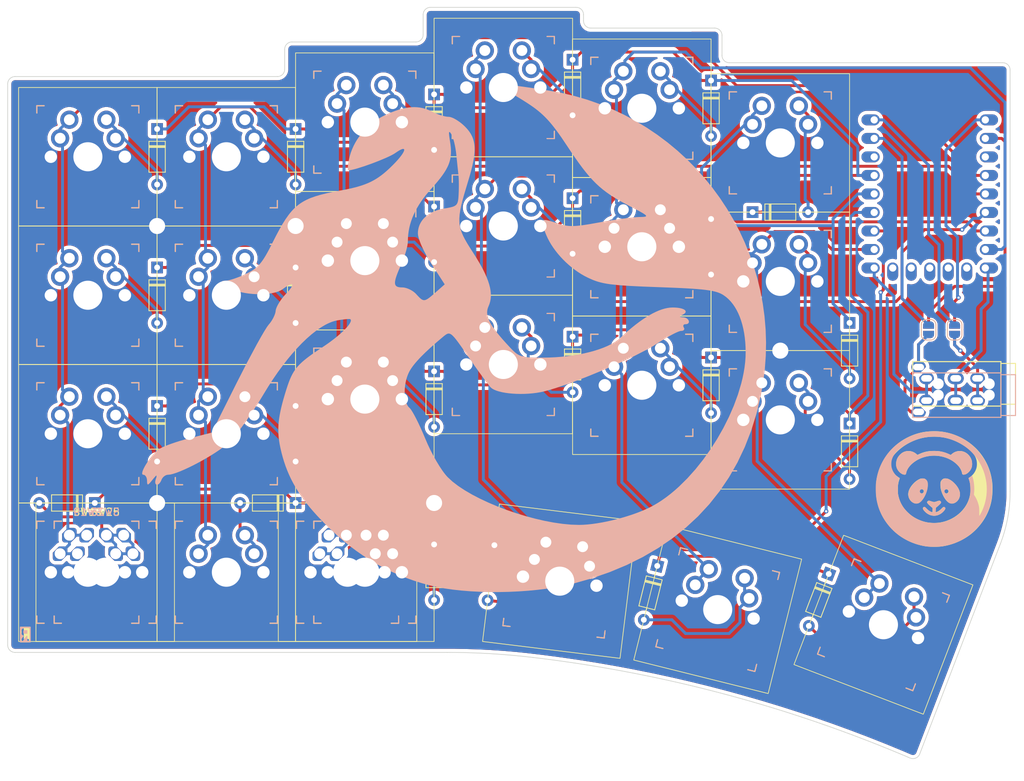
<source format=kicad_pcb>
(kicad_pcb (version 20221018) (generator pcbnew)
  (layers (0 "F.Cu" signal) (31 "B.Cu" signal) (34 "B.Paste" user) (35 "F.Paste" user) (36 "B.SilkS" user "B.Silkscreen") (37 "F.SilkS" user "F.Silkscreen") (38 "B.Mask" user) (39 "F.Mask" user) (44 "Edge.Cuts" user))
  (net 0 "")
  (net 1 "com_1")
  (net 2 "com_2")
  (net 3 "+5V")
  (net 4 "GND")
  (net 5 "5V_left")
  (net 6 "GND_left")
  (net 7 "5V_right")
  (net 8 "GND_right")
  (net 9 "c0")
  (net 10 "Net-(D1-A)")
  (net 11 "c1")
  (net 12 "Net-(D2-A)")
  (net 13 "c2")
  (net 14 "Net-(D3-A)")
  (net 15 "c3")
  (net 16 "Net-(D4-A)")
  (net 17 "c4")
  (net 18 "Net-(D5-A)")
  (net 19 "c5")
  (net 20 "Net-(D6-A)")
  (net 21 "Net-(D7-A)")
  (net 22 "Net-(D8-A)")
  (net 23 "Net-(D9-A)")
  (net 24 "Net-(D10-A)")
  (net 25 "Net-(D11-A)")
  (net 26 "Net-(D12-A)")
  (net 27 "Net-(D13-A)")
  (net 28 "Net-(D14-A)")
  (net 29 "Net-(D15-A)")
  (net 30 "Net-(D16-A)")
  (net 31 "Net-(D17-A)")
  (net 32 "Net-(D18-A)")
  (net 33 "Net-(D19-A)")
  (net 34 "Net-(D20-A)")
  (net 35 "Net-(D21-A)")
  (net 36 "Net-(D22-A)")
  (net 37 "Net-(D23-A)")
  (net 38 "Net-(D24-A)")
  (net 45 "l3")
  (net 46 "l2")
  (net 47 "l1")
  (net 48 "l0")
  (footprint "lib:SW_MX_reversible" (layer "F.Cu") (at 239.4103 183.6275 -14)
    (fp_text reference "SW23" hide)
    (fp_text value "SW_SPST" hide)
  )
  (footprint "Diode_THT:D_DO-35_SOD27_P7.62mm_Horizontal" (layer "F.Cu") (at 200.5 150.94 -90)
    (fp_text reference "D15" hide)
    (fp_text value "1N4148" hide)
  )
  (footprint "lib:SW_MX_reversible" (layer "F.Cu") (at 153 140.5)
    (fp_text reference "SW7" hide)
    (fp_text value "SW_SPST" hide)
  )
  (footprint "lib:SW_MX_reversible_2" (layer "F.Cu") (at 188.625 178.5)
    (fp_text reference "SW26")
    (fp_text value "SW_SPST")
  )
  (footprint "Diode_THT:D_DO-35_SOD27_P7.62mm_Horizontal" (layer "F.Cu") (at 238.5 130.04 -90)
    (fp_text reference "D11" hide)
    (fp_text value "1N4148" hide)
  )
  (footprint "Diode_THT:D_DO-35_SOD27_P7.62mm_Horizontal" (layer "F.Cu") (at 257.5 144.29 -90)
    (fp_text reference "D12" hide)
    (fp_text value "1N4148" hide)
  )
  (footprint "Diode_THT:D_DO-35_SOD27_P7.62mm_Horizontal" (layer "F.Cu") (at 244.19 129.1)
    (fp_text reference "D6" hide)
    (fp_text value "1N4148" hide)
  )
  (footprint "Diode_THT:D_DO-35_SOD27_P7.62mm_Horizontal" (layer "F.Cu") (at 231.1142 177.6324 -104)
    (fp_text reference "D23" hide)
    (fp_text value "1N4148" hide)
  )
  (footprint "lib:SW_MX_reversible" (layer "F.Cu") (at 172 178.5)
    (fp_text reference "SW20" hide)
    (fp_text value "SW_SPST" hide)
  )
  (footprint "Diode_THT:D_DO-35_SOD27_P7.62mm_Horizontal" (layer "F.Cu") (at 254.6455 178.7428 -111)
    (fp_text reference "D24" hide)
    (fp_text value "1N4148" hide)
  )
  (footprint "Diode_THT:D_DO-35_SOD27_P7.62mm_Horizontal" (layer "F.Cu") (at 200.5 128.330625 -90)
    (fp_text reference "D9" hide)
    (fp_text value "1N4148" hide)
  )
  (footprint "lib:SW_MX_reversible" (layer "F.Cu") (at 210 131)
    (fp_text reference "SW10" hide)
    (fp_text value "SW_SPST" hide)
  )
  (footprint "_mcu:rp2040-zero-tht" (layer "F.Cu") (at 268.5 126.6)
    (fp_text reference "U1" hide)
    (fp_text value "rp2040-zero" hide)
  )
  (footprint "MountingHole:MountingHole_2.2mm_M2" (layer "F.Cu") (at 181.5 131)
    (fp_text reference "H4" hide)
    (fp_text value "MountingHole" hide)
  )
  (footprint "Diode_THT:D_DO-35_SOD27_P7.62mm_Horizontal" (layer "F.Cu") (at 162.5 155.69 -90)
    (fp_text reference "D13" hide)
    (fp_text value "1N4148" hide)
  )
  (footprint "lib:SW_MX_reversible" (layer "F.Cu") (at 172 140.5)
    (fp_text reference "SW8" hide)
    (fp_text value "SW_SPST" hide)
  )
  (footprint "lib:SolderJumper-2_P1.3mm_Open_RoundedPad1.0x1.5mm" (layer "F.Cu") (at 268.3406 145.2375 -90)
    (fp_text reference "JP_R2" hide)
    (fp_text value "~" hide)
  )
  (footprint "Diode_THT:D_DO-35_SOD27_P7.62mm_Horizontal" (layer "F.Cu") (at 153.95 169 180)
    (fp_text reference "D19" hide)
    (fp_text value "1N4148" hide)
  )
  (footprint "lib:SW_MX_reversible" (layer "F.Cu") (at 172 159.5)
    (fp_text reference "SW14" hide)
    (fp_text value "SW_SPST" hide)
  )
  (footprint "lib:SW_MX_reversible" (layer "F.Cu") (at 262.1492 185.7042 -21)
    (fp_text reference "SW24" hide)
    (fp_text value "SW_SPST" hide)
  )
  (footprint "Diode_THT:D_DO-35_SOD27_P7.62mm_Horizontal" (layer "F.Cu") (at 219.5 146.19 -90)
    (fp_text reference "D16" hide)
    (fp_text value "1N4148" hide)
  )
  (footprint "Diode_THT:D_DO-35_SOD27_P7.62mm_Horizontal" (layer "F.Cu") (at 181.5 169 180)
    (fp_text reference "D20" hide)
    (fp_text value "1N4148" hide)
  )
  (footprint "MountingHole:MountingHole_2.2mm_M2" (layer "F.Cu") (at 200.5 169)
    (fp_text reference "H5" hide)
    (fp_text value "MountingHole" hide)
  )
  (footprint "lib:SW_MX_reversible" (layer "F.Cu") (at 217.7369 179.7286 -7)
    (fp_text reference "SW22" hide)
    (fp_text value "SW_SPST" hide)
  )
  (footprint "Diode_THT:D_DO-35_SOD27_P7.62mm_Horizontal" (layer "F.Cu") (at 238.5 111.04 -90)
    (fp_text reference "D5" hide)
    (fp_text value "1N4148" hide)
  )
  (footprint "lib:SW_MX_reversible" (layer "F.Cu") (at 153 121.5)
    (fp_text reference "SW1" hide)
    (fp_text value "SW_SPST" hide)
  )
  (footprint "MountingHole:MountingHole_2.2mm_M2" (layer "F.Cu") (at 248 148.1)
    (fp_text reference "H3" hide)
    (fp_text value "MountingHole" hide)
  )
  (footprint "MountingHole:MountingHole_2.2mm_M2" (layer "F.Cu") (at 162.5 131)
    (fp_text reference "H1" hide)
    (fp_text value "MountingHole" hide)
  )
  (footprint "lib:SW_MX_reversible" (layer "F.Cu") (at 172 121.5)
    (fp_text reference "SW2" hide)
    (fp_text value "SW_SPST" hide)
  )
  (footprint "lib:SW_MX_reversible" (layer "F.Cu") (at 191 135.75)
    (fp_text reference "SW9" hide)
    (fp_text value "SW_SPST" hide)
  )
  (footprint "lib:SW_MX_reversible" (layer "F.Cu") (at 248 119.6)
    (fp_text reference "SW6" hide)
    (fp_text value "SW_SPST" hide)
  )
  (footprint "lib:SW_MX_reversible" (layer "F.Cu") (at 153 159.5)
    (fp_text reference "SW13" hide)
    (fp_text value "SW_SPST" hide)
  )
  (footprint "Diode_THT:D_DO-35_SOD27_P7.62mm_Horizontal" (layer "F.Cu") (at 162.5 117.69 -90)
    (fp_text reference "D1" hide)
    (fp_text value "1N4148" hide)
  )
  (footprint "lib:SW_MX_reversible" (layer "F.Cu") (at 248 157.6)
    (fp_text reference "SW18" hide)
    (fp_text value "SW_SPST" hide)
  )
  (footprint "lib:SW_MX_reversible" (layer "F.Cu") (at 229 114.85)
    (fp_text reference "SW5" hide)
    (fp_text value "SW_SPST" hide)
  )
  (footprint "lib:SW_MX_reversible" (layer "F.Cu") (at 191 154.75)
    (fp_text reference "SW15" hide)
    (fp_text value "SW_SPST" hide)
  )
  (footprint "Diode_THT:D_DO-35_SOD27_P7.62mm_Horizontal" (layer "F.Cu") (at 257.5 158.0962 -90)
    (fp_text reference "D18" hide)
    (fp_text value "1N4148" hide)
  )
  (footprint "Diode_THT:D_DO-35_SOD27_P7.62mm_Horizontal" (layer "F.Cu") (at 181.5 117.69 -90)
    (fp_text reference "D2" hide)
    (fp_text value "1N4148" hide)
  )
  (footprint "MountingHole:MountingHole_2.2mm_M2" (layer "F.Cu") (at 162.5 169)
    (fp_text reference "H2" hide)
    (fp_text value "MountingHole" hide)
  )
  (footprint "Diode_THT:D_DO-35_SOD27_P7.62mm_Horizontal" (layer "F.Cu") (at 200.5 174.69 -90)
    (fp_text reference "D21" hide)
    (fp_text value "1N4148" hide)
  )
  (footprint "Diode_THT:D_DO-35_SOD27_P7.62mm_Horizontal" (layer "F.Cu") (at 238.5 149.04 -90)
    (fp_text reference "D17" hide)
    (fp_text value "1N4148" hide)
  )
  (footprint "lib:SW_MX_reversible_2" (layer "F.Cu") (at 191 178.5)
    (fp_text reference "SW21")
    (fp_text value "SW_SPST")
  )
  (footprint "lib:SW_MX_reversible_2" (layer "F.Cu") (at 155.375 178.5)
    (fp_text reference "SW25")
    (fp_text value "SW_SPST")
  )
  (footprint "lib:SW_MX_reversible" (layer "F.Cu") (at 210 150)
    (fp_text reference "SW16" hide)
    (fp_text value "SW_SPST" hide)
  )
  (footprint "lib:SW_MX_reversible_2" (layer "F.Cu") (at 153 178.5)
    (fp_text reference "SW19")
    (fp_text value "SW_SPST")
  )
  (footprint "lib:SW_MX_reversible" (layer "F.Cu") (at 248 138.6)
    (fp_text reference "SW12" hide)
    (fp_text value "SW_SPST" hide)
  )
  (footprint "lib:TRRS-PJ-320A_reversible_2" (layer "F.Cu") (at 278.2656 153.424 -90)
    (fp_text reference "J1" hide)
    (fp_text value "AudioJack4" hide)
  )
  (footprint "Diode_THT:D_DO-35_SOD27_P7.62mm_Horizontal" (layer "F.Cu") (at 200.5 112.94 -90)
    (fp_text reference "D3" hide)
    (fp_text value "1N4148" hide)
  )
  (footprint "lib:SolderJumper-2_P1.3mm_Open_RoundedPad1.0x1.5mm" (layer "F.Cu") (at 271.9125 145.2375 -90)
    (fp_text reference "JP_R1" hide)
    (fp_text value "~" hide)
  )
  (footprint "lib:SW_MX_reversible" (layer "F.Cu") (at 229 152.85)
    (fp_text reference "SW17" hide)
    (fp_text value "SW_SPST" hide)
  )
  (footprint "lib:SW_MX_reversible" (layer "F.Cu") (at 210 112)
    (fp_text reference "SW4" hide)
    (fp_text value "SW_SPST" hide)
  )
  (footprint "lib:SW_MX_reversible" (layer "F.Cu") (at 229 133.85)
    (fp_text reference "SW11" hide)
    (fp_text value "SW_SPST" hide)
  )
  (footprint "Diode_THT:D_DO-35_SOD27_P7.62mm_Horizontal" (layer "F.Cu") (at 181.5 155.69 -90)
    (fp_text reference "D14" hide)
    (fp_text value "1N4148" hide)
  )
  (footprint "Diode_THT:D_DO-35_SOD27_P7.62mm_Horizontal" (layer "F.Cu") (at 219.5 108.19 -90)
    (fp_text reference "D4" hide)
    (fp_text value "1N4148" hide)
  )
  (footprint "lib:SW_MX_reversible" (layer "F.Cu") (at 191 116.75)
    (fp_text reference "SW3" hide)
    (fp_text value "SW_SPST" hide)
  )
  (footprint "Diode_THT:D_DO-35_SOD27_P7.62mm_Horizontal" (layer "F.Cu") (at 181.5 136.69 -90)
    (fp_text reference "D8" hide)
    (fp_text value "1N4148" hide)
  )
  (footprint "Diode_THT:D_DO-35_SOD27_P7.62mm_Horizontal" (layer "F.Cu") (at 219.5 127.19 -90)
    (fp_text reference "D10" hide)
    (fp_text value "1N4148" hide)
  )
  (footprint "Diode_THT:D_DO-35_SOD27_P7.62mm_Horizontal" (layer "F.Cu") (at 162.5 136.69 -90)
    (fp_text reference "D7" hide)
    (fp_text value "1N4148" hide)
  )
  (footprint "Diode_THT:D_DO-35_SOD27_P7.62mm_Horizontal" (layer "F.Cu") (at 208.7721 174.7892 -97)
    (fp_text reference "D22" hide)
    (fp_text value "1N4148" hide)
  )
  (footprint "lib:SolderJumper-2_P1.3mm_Open_RoundedPad1.0x1.5mm" (layer "B.Cu") (at 271.9125 145.2375 -90)
    (fp_text reference "JP_L1" hide)
    (fp_text value "~" hide)
  )
  (footprint "lib:SolderJumper-2_P1.3mm_Open_RoundedPad1.0x1.5mm" (layer "B.Cu") (at 268.3406 145.2375 -90)
    (fp_text reference "JP_L2" hide)
    (fp_text value "~" hide)
  )
  (gr_poly (pts (xy 269.310321 159.164257) (xy 269.538829 159.171667) (xy 269.763059 159.18457) (xy 269.98349 159.20307) (xy 270.200599 159.227269) (xy 270.414866 159.257269) (xy 270.626767 159.293174) (xy 270.836782 159.335086) (xy 271.045389 159.383108) (xy 271.253066 159.437342) (xy 271.460291 159.497892) (xy 271.667543 159.56486) (xy 271.8753 159.63835) (xy 272.08404 159.718462) (xy 272.294242 159.805302) (xy 272.506383 159.89897) (xy 272.901814 160.093471) (xy 273.284784 160.310731) (xy 273.654433 160.549711) (xy 274.009902 160.809373) (xy 274.350333 161.088677) (xy 274.674867 161.386585) (xy 274.982644 161.702058) (xy 275.272806 162.034057) (xy 275.544493 162.381544) (xy 275.796847 162.743478) (xy 276.029008 163.118822) (xy 276.240117 163.506536) (xy 276.429316 163.905582) (xy 276.595746 164.314921) (xy 276.738547 164.733514) (xy 276.85686 165.160322) (xy 276.917102 165.414333) (xy 276.964989 165.640159) (xy 276.984715 165.746299) (xy 277.00185 165.849948) (xy 277.016561 165.952626) (xy 277.029014 166.05585) (xy 277.039375 166.161139) (xy 277.04781 166.270012) (xy 277.059568 166.504584) (xy 277.065616 166.771715) (xy 277.067283 167.083553) (xy 277.066236 167.371689) (xy 277.06247 167.6114) (xy 277.054823 167.815737) (xy 277.042131 167.997753) (xy 277.023234 168.170501) (xy 276.996967 168.347032) (xy 276.96217 168.540401) (xy 276.91768 168.763658) (xy 276.86577 168.996793) (xy 276.805835 169.229266) (xy 276.73806 169.460699) (xy 276.662631 169.690716) (xy 276.579734 169.91894) (xy 276.489552 170.144993) (xy 276.392271 170.368499) (xy 276.288077 170.589082) (xy 276.177155 170.806363) (xy 276.059689 171.019966) (xy 275.935865 171.229514) (xy 275.805868 171.434631) (xy 275.669884 171.634939) (xy 275.528097 171.830061) (xy 275.380692 172.019621) (xy 275.227856 172.203241) (xy 274.982939 172.475615) (xy 274.728789 172.734803) (xy 274.465519 172.980744) (xy 274.19324 173.213376) (xy 273.912064 173.432636) (xy 273.622104 173.638463) (xy 273.32347 173.830796) (xy 273.016275 174.009572) (xy 272.700631 174.17473) (xy 272.37665 174.326208) (xy 272.044443 174.463944) (xy 271.704123 174.587876) (xy 271.355801 174.697943) (xy 270.99959 174.794083) (xy 270.635601 174.876233) (xy 270.263945 174.944333) (xy 270.064383 174.969277) (xy 269.814623 174.988971) (xy 269.53125 175.003125) (xy 269.230851 175.011449) (xy 268.93001 175.013652) (xy 268.645314 175.009444) (xy 268.393349 174.998535) (xy 268.1907 174.980634) (xy 268.190702 174.980634) (xy 267.934887 174.944793) (xy 267.680682 174.901265) (xy 267.428256 174.850115) (xy 267.177778 174.791406) (xy 266.929417 174.725205) (xy 266.683343 174.651576) (xy 266.439726 174.570584) (xy 266.198733 174.482293) (xy 265.960534 174.38677) (xy 265.725299 174.284078) (xy 265.493197 174.174283) (xy 265.264397 174.05745) (xy 265.039068 173.933642) (xy 264.817379 173.802926) (xy 264.599499 173.665367) (xy 264.385599 173.521028) (xy 264.199915 173.38683) (xy 264.016908 173.245124) (xy 263.836921 173.096308) (xy 263.6603 172.940777) (xy 263.48739 172.778929) (xy 263.318534 172.611161) (xy 263.154079 172.437868) (xy 262.994369 172.259448) (xy 262.839748 172.076296) (xy 262.690562 171.888811) (xy 262.547155 171.697388) (xy 262.409873 171.502424) (xy 262.27906 171.304316) (xy 262.15506 171.103461) (xy 262.038219 170.900254) (xy 261.928882 170.695093) (xy 261.82447 170.484052) (xy 261.727405 170.273019) (xy 261.6376 170.061622) (xy 261.554968 169.849484) (xy 261.47942 169.636234) (xy 261.41087 169.421495) (xy 261.34923 169.204896) (xy 261.294413 168.98606) (xy 261.246331 168.764615) (xy 261.204897 168.540187) (xy 261.170024 168.3124) (xy 261.141623 168.080882) (xy 261.119608 167.845258) (xy 261.103892 167.605155) (xy 261.094386 167.360197) (xy 261.091003 167.110011) (xy 261.091847 166.88937) (xy 261.09545 166.694552) (xy 261.102406 166.518181) (xy 261.113307 166.352879) (xy 261.128747 166.191268) (xy 261.149319 166.02597) (xy 261.175617 165.849607) (xy 261.208234 165.654802) (xy 261.264538 165.365113) (xy 261.331979 165.077986) (xy 261.410359 164.793801) (xy 261.499483 164.512938) (xy 261.599154 164.235776) (xy 261.709176 163.962694) (xy 261.828123 163.696822) (xy 263.231267 163.696822) (xy 263.232963 163.767474) (xy 263.23639 163.836945) (xy 263.241555 163.904666) (xy 263.248467 163.970068) (xy 263.25713 164.032583) (xy 263.267554 164.091643) (xy 263.279744 164.146679) (xy 263.307383 164.248439) (xy 263.339379 164.348081) (xy 263.375666 164.445513) (xy 263.416181 164.540643) (xy 263.46086 164.633379) (xy 263.509638 164.723631) (xy 263.562451 164.811306) (xy 263.619234 164.896314) (xy 263.679924 164.978561) (xy 263.744456 165.057958) (xy 263.812765 165.134412) (xy 263.884788 165.207831) (xy 263.96046 165.278125) (xy 264.039716 165.345202) (xy 264.122493 165.408969) (xy 264.208726 165.469336) (xy 264.304839 165.533704) (xy 264.350148 165.564594) (xy 264.350527 165.56526) (xy 264.350725 165.566523) (xy 264.350594 165.570774) (xy 264.349784 165.577224) (xy 264.348326 165.585749) (xy 264.343588 165.608531) (xy 264.336619 165.638135) (xy 264.327662 165.673575) (xy 264.316957 165.713864) (xy 264.304747 165.758017) (xy 264.291272 165.805046) (xy 264.252953 165.944118) (xy 264.220523 166.079215) (xy 264.193517 166.213635) (xy 264.171469 166.350673) (xy 264.153911 166.493628) (xy 264.140378 166.645794) (xy 264.130404 166.81047) (xy 264.123521 166.99095) (xy 264.120405 167.119417) (xy 264.119041 167.233465) (xy 264.119531 167.335758) (xy 264.12198 167.428961) (xy 264.12649 167.515736) (xy 264.133164 167.598747) (xy 264.142104 167.680659) (xy 264.153415 167.764134) (xy 264.18337 167.940637) (xy 264.220899 168.115107) (xy 264.265846 168.287393) (xy 264.318057 168.457342) (xy 264.377378 168.624802) (xy 264.443653 168.78962) (xy 264.516728 168.951645) (xy 264.596448 169.110723) (xy 264.682657 169.266703) (xy 264.775202 169.419432) (xy 264.873927 169.568758) (xy 264.978678 169.714528) (xy 265.205638 169.994792) (xy 265.454842 170.259006) (xy 265.725053 170.505951) (xy 266.015031 170.734408) (xy 266.323539 170.943158) (xy 266.649338 171.130983) (xy 266.991189 171.296663) (xy 267.347854 171.43898) (xy 267.531355 171.500997) (xy 267.718095 171.556716) (xy 267.907919 171.605985) (xy 268.100673 171.648651) (xy 268.294985 171.683763) (xy 268.492458 171.711037) (xy 268.693237 171.730476) (xy 268.897465 171.742088) (xy 269.105286 171.745877) (xy 269.316845 171.741848) (xy 269.532284 171.730008) (xy 269.751747 171.710361) (xy 269.751744 171.710359) (xy 269.919713 171.688954) (xy 270.089399 171.660379) (xy 270.260266 171.624857) (xy 270.431776 171.582612) (xy 270.603392 171.533865) (xy 270.774578 171.478842) (xy 270.944797 171.417764) (xy 271.113512 171.350855) (xy 271.280186 171.278339) (xy 271.444282 171.200437) (xy 271.605264 171.117374) (xy 271.762594 171.029373) (xy 271.915736 170.936657) (xy 272.064152 170.839449) (xy 272.207306 170.737972) (xy 272.344661 170.632449) (xy 272.437376 170.555052) (xy 272.539807 170.46399) (xy 272.648019 170.363151) (xy 272.758075 170.256425) (xy 272.86604 170.147703) (xy 272.967978 170.040873) (xy 273.059952 169.939825) (xy 273.138027 169.848448) (xy 273.216191 169.74983) (xy 273.291397 169.648492) (xy 273.36361 169.544505) (xy 273.432799 169.437937) (xy 273.498931 169.328858) (xy 273.561973 169.217337) (xy 273.621892 169.103445) (xy 273.678656 168.98725) (xy 273.732231 168.868822) (xy 273.782587 168.748231) (xy 273.829689 168.625545) (xy 273.873505 168.500835) (xy 273.914002 168.374169) (xy 273.951148 168.245618) (xy 273.98491 168.11525) (xy 274.015255 167.983136) (xy 274.03258 167.898372) (xy 274.039859 167.858493) (xy 274.046282 167.819344) (xy 274.0519 167.780218) (xy 274.056764 167.740411) (xy 274.060925 167.699217) (xy 274.064433 167.655931) (xy 274.067338 167.609848) (xy 274.069692 167.560262) (xy 274.072948 167.447761) (xy 274.074605 167.312787) (xy 274.075067 167.149698) (xy 274.073319 166.938432) (xy 274.067363 166.75502) (xy 274.062473 166.671452) (xy 274.05613 166.592079) (xy 274.0482 166.515978) (xy 274.038551 166.442226) (xy 274.027047 166.3699) (xy 274.013555 166.298078) (xy 273.997943 166.225835) (xy 273.980076 166.152251) (xy 273.937042 165.997362) (xy 273.883385 165.826029) (xy 273.808007 165.594756) (xy 273.886235 165.552021) (xy 273.905265 165.540881) (xy 273.929428 165.525551) (xy 273.957736 165.506719) (xy 273.989202 165.485074) (xy 274.022839 165.461304) (xy 274.05766 165.436098) (xy 274.092679 165.410144) (xy 274.126907 165.384131) (xy 274.159926 165.358981) (xy 274.191479 165.335496) (xy 274.220822 165.314194) (xy 274.247212 165.295589) (xy 274.269903 165.280197) (xy 274.288151 165.268534) (xy 274.301213 165.261114) (xy 274.305567 165.259157) (xy 274.308345 165.258454) (xy 274.309403 165.258711) (xy 274.310618 165.259531) (xy 274.311982 165.260898) (xy 274.313491 165.2628) (xy 274.316921 165.26815) (xy 274.320865 165.275469) (xy 274.325279 165.284645) (xy 274.330121 165.295566) (xy 274.335347 165.308121) (xy 274.340913 165.322198) (xy 274.346778 165.337686) (xy 274.352898 165.354473) (xy 274.365729 165.391495) (xy 274.37906 165.432372) (xy 274.392547 165.476211) (xy 274.425255 165.591701) (xy 274.455484 165.710717) (xy 274.483193 165.832837) (xy 274.508339 165.957638) (xy 274.530881 166.084696) (xy 274.550776 166.213589) (xy 274.567981 166.343894) (xy 274.582456 166.475188) (xy 274.594158 166.607048) (xy 274.603045 166.739051) (xy 274.609074 166.870774) (xy 274.612205 167.001794) (xy 274.612394 167.131689) (xy 274.609599 167.260035) (xy 274.60378 167.38641) (xy 274.594892 167.51039) (xy 274.564204 167.87108) (xy 274.687509 168.061688) (xy 274.732927 168.133947) (xy 274.77706 168.208293) (xy 274.819864 168.284616) (xy 274.861294 168.362807) (xy 274.901305 168.442757) (xy 274.939854 168.524356) (xy 274.976896 168.607497) (xy 275.012386 168.692068) (xy 275.04628 168.777961) (xy 275.078533 168.865067) (xy 275.109102 168.953276) (xy 275.13794 169.04248) (xy 275.165005 169.132568) (xy 275.190251 169.223433) (xy 275.213634 169.314963) (xy 275.23511 169.407051) (xy 275.251294 169.484531) (xy 275.258143 169.521762) (xy 275.264224 169.558806) (xy 275.269579 169.596275) (xy 275.274255 169.634786) (xy 275.278296 169.674952) (xy 275.281745 169.717386) (xy 275.284647 169.762703) (xy 275.287047 169.811518) (xy 275.290519 169.922094) (xy 275.292514 170.054028) (xy 275.293389 170.212232) (xy 275.294986 170.425389) (xy 275.298264 170.599937) (xy 275.302756 170.717863) (xy 275.305311 170.749964) (xy 275.306641 170.758314) (xy 275.307995 170.761156) (xy 275.311152 170.759825) (xy 275.315539 170.755926) (xy 275.327749 170.740891) (xy 275.344127 170.716972) (xy 275.364176 170.685093) (xy 275.413291 170.601144) (xy 275.471108 170.496424) (xy 275.533639 170.378317) (xy 275.5969 170.254204) (xy 275.656903 170.131465) (xy 275.709663 170.017484) (xy 275.874896 169.614238) (xy 276.014294 169.203907) (xy 276.127934 168.787698) (xy 276.21589 168.36682) (xy 276.278238 167.942482) (xy 276.315054 167.515892) (xy 276.326413 167.08826) (xy 276.312391 166.660793) (xy 276.273063 166.2347) (xy 276.208506 165.811191) (xy 276.118793 165.391474) (xy 276.004002 164.976757) (xy 275.864207 164.568249) (xy 275.699484 164.167158) (xy 275.509908 163.774695) (xy 275.295556 163.392066) (xy 275.226447 163.279369) (xy 275.155081 163.167514) (xy 275.006148 162.947028) (xy 274.849888 162.732007) (xy 274.687434 162.523852) (xy 274.519917 162.323961) (xy 274.434613 162.227552) (xy 274.348469 162.133735) (xy 274.261625 162.042683) (xy 274.174222 161.954573) (xy 274.086403 161.869578) (xy 273.998309 161.787875) (xy 273.765767 161.586366) (xy 273.523576 161.39477) (xy 273.272439 161.213382) (xy 273.013059 161.042495) (xy 272.74614 160.882402) (xy 272.472385 160.733395) (xy 272.192497 160.59577) (xy 271.907181 160.469818) (xy 271.617139 160.355833) (xy 271.323075 160.25411) (xy 271.025693 160.16494) (xy 270.725695 160.088617) (xy 270.423786 160.025435) (xy 270.120668 159.975687) (xy 269.817046 159.939667) (xy 269.513622 159.917667) (xy 269.221094 159.908281) (xy 268.932581 159.909122) (xy 268.647823 159.920256) (xy 268.366555 159.941751) (xy 268.088517 159.973673) (xy 267.813445 160.01609) (xy 267.541078 160.06907) (xy 267.271153 160.13268) (xy 267.003408 160.206986) (xy 266.73758 160.292057) (xy 266.473407 160.38796) (xy 266.210628 160.494761) (xy 265.948979 160.612528) (xy 265.688198 160.741329) (xy 265.428023 160.88123) (xy 265.168192 161.0323) (xy 264.970137 161.155177) (xy 264.783797 161.277882) (xy 264.608971 161.400636) (xy 264.445458 161.52366) (xy 264.293059 161.647175) (xy 264.151572 161.771402) (xy 264.020797 161.896564) (xy 263.900533 162.022881) (xy 263.79058 162.150575) (xy 263.690737 162.279867) (xy 263.600803 162.410979) (xy 263.520577 162.544131) (xy 263.44986 162.679545) (xy 263.388451 162.817443) (xy 263.336148 162.958046) (xy 263.292751 163.101575) (xy 263.279183 163.157281) (xy 263.267282 163.216922) (xy 263.257056 163.279929) (xy 263.248512 163.345733) (xy 263.241657 163.413766) (xy 263.236497 163.483461) (xy 263.233041 163.554247) (xy 263.231295 163.625557) (xy 263.231267 163.696822) (xy 261.828123 163.696822) (xy 261.829353 163.694072) (xy 261.959489 163.430291) (xy 262.099387 163.171728) (xy 262.248851 162.918765) (xy 262.407685 162.67178) (xy 262.575693 162.431153) (xy 262.752678 162.197264) (xy 262.938445 161.970492) (xy 263.132797 161.751216) (xy 263.335538 161.539817) (xy 263.555272 161.328092) (xy 263.783376 161.12485) (xy 264.019433 160.930311) (xy 264.263024 160.744693) (xy 264.513734 160.568214) (xy 264.771143 160.401095) (xy 265.034834 160.243553) (xy 265.30439 160.095809) (xy 265.579392 159.95808) (xy 265.859424 159.830586) (xy 266.144068 159.713545) (xy 266.432906 159.607176) (xy 266.725521 159.5117) (xy 267.021494 159.427333) (xy 267.320409 159.354296) (xy 267.621848 159.292806) (xy 267.821569 159.257419) (xy 268.001646 159.228785) (xy 268.169355 159.206251) (xy 268.331973 159.189165) (xy 268.496776 159.176873) (xy 268.67104 159.168723) (xy 268.862042 159.164062) (xy 269.077057 159.162238)) (fill solid) (layer "B.SilkS"))
  (gr_poly (pts (xy 210.474297 111.65932) (xy 210.610039 111.663223) (xy 210.76031 111.670764) (xy 210.925728 111.68199) (xy 211.106909 111.696948) (xy 211.304471 111.715683) (xy 211.751209 111.764676) (xy 212.27088 111.829341) (xy 212.868423 111.910052) (xy 213.548777 112.007181) (xy 214.31688 112.121103) (xy 215.177673 112.252189) (xy 216.136094 112.400814) (xy 217.981632 112.738553) (xy 219.78679 113.167474) (xy 221.549581 113.684726) (xy 223.268021 114.287459) (xy 224.940123 114.972822) (xy 226.563903 115.737964) (xy 228.137374 116.580035) (xy 229.658551 117.496182) (xy 231.125448 118.483557) (xy 232.53608 119.539308) (xy 233.88846 120.660584) (xy 235.180605 121.844534) (xy 236.410527 123.088309) (xy 237.576241 124.389056) (xy 238.675762 125.743925) (xy 239.707105 127.150066) (xy 240.668282 128.604628) (xy 241.55731 130.104759) (xy 242.372202 131.64761) (xy 243.110972 133.230329) (xy 243.771636 134.850065) (xy 244.352207 136.503968) (xy 244.850699 138.189188) (xy 245.265129 139.902873) (xy 245.593508 141.642172) (xy 245.833853 143.404235) (xy 245.984178 145.186211) (xy 246.042496 146.98525) (xy 246.006822 148.798499) (xy 245.875171 150.62311) (xy 245.645558 152.45623) (xy 245.315995 154.29501) (xy 244.727908 156.74428) (xy 243.99806 159.086949) (xy 243.12753 161.321936) (xy 242.117398 163.448166) (xy 240.968741 165.464558) (xy 239.68264 167.370036) (xy 238.260173 169.163521) (xy 236.70242 170.843934) (xy 235.01046 172.410199) (xy 233.185371 173.861235) (xy 231.228233 175.195966) (xy 229.140125 176.413313) (xy 226.922126 177.512198) (xy 224.575315 178.491543) (xy 222.100771 179.35027) (xy 219.499574 180.0873) (xy 218.402473 180.340433) (xy 217.238371 180.561943) (xy 216.017827 180.751724) (xy 214.751403 180.90967) (xy 213.449661 181.035676) (xy 212.12316 181.129637) (xy 210.782462 181.191447) (xy 209.438127 181.221001) (xy 208.100718 181.218194) (xy 206.780795 181.18292) (xy 205.488918 181.115074) (xy 204.235649 181.01455) (xy 203.031549 180.881244) (xy 201.887178 180.715049) (xy 200.813099 180.515861) (xy 199.819871 180.283574) (xy 199.819869 180.283576) (xy 199.819868 180.283579) (xy 199.819866 180.283582) (xy 199.819864 180.283585) (xy 199.819862 180.283587) (xy 199.81986 180.28359) (xy 199.819858 180.283592) (xy 199.819856 180.283595) (xy 199.819854 180.283597) (xy 199.819851 180.283598) (xy 199.819849 180.2836) (xy 199.819847 180.283601) (xy 199.819845 180.283603) (xy 199.819844 180.283603) (xy 199.819843 180.283604) (xy 199.819842 180.283604) (xy 199.819841 180.283604) (xy 199.81984 180.283604) (xy 198.728192 179.976852) (xy 197.658891 179.634594) (xy 196.610927 179.256202) (xy 195.583292 178.841052) (xy 194.574977 178.388518) (xy 193.584973 177.897974) (xy 192.612272 177.368795) (xy 191.655865 176.800355) (xy 190.714742 176.192029) (xy 189.787895 175.54319) (xy 188.874316 174.853214) (xy 187.972995 174.121475) (xy 187.082923 173.347346) (xy 186.203093 172.530203) (xy 185.332494 171.66942) (xy 184.470118 170.76437) (xy 183.95936 170.199163) (xy 183.478483 169.63874) (xy 183.026637 169.081531) (xy 182.602972 168.525965) (xy 182.206637 167.97047) (xy 181.83678 167.413475) (xy 181.492552 166.853409) (xy 181.1731 166.288701) (xy 180.877576 165.717781) (xy 180.605127 165.139076) (xy 180.354903 164.551017) (xy 180.126054 163.95203) (xy 179.917727 163.340547) (xy 179.729074 162.714995) (xy 179.559242 162.073804) (xy 179.407382 161.415402) (xy 179.316539 160.959018) (xy 179.242919 160.513791) (xy 179.186896 160.076102) (xy 179.148841 159.642332) (xy 179.129127 159.208865) (xy 179.128125 158.77208) (xy 179.146209 158.32836) (xy 179.18375 157.874087) (xy 179.24112 157.405641) (xy 179.318693 156.919406) (xy 179.416839 156.411762) (xy 179.535932 155.879091) (xy 179.676344 155.317774) (xy 179.838446 154.724194) (xy 180.022612 154.094732) (xy 180.229213 153.42577) (xy 180.394026 152.919348) (xy 180.556366 152.457709) (xy 180.720976 152.035325) (xy 180.892596 151.646666) (xy 181.075968 151.286204) (xy 181.275835 150.948409) (xy 181.496936 150.627754) (xy 181.744016 150.318709) (xy 182.021814 150.015745) (xy 182.335073 149.713334) (xy 182.688534 149.405946) (xy 183.086939 149.088052) (xy 183.53503 148.754125) (xy 184.037548 148.398635) (xy 184.599235 148.016052) (xy 185.224833 147.60085) (xy 185.675237 147.297592) (xy 186.107837 146.992296) (xy 186.520348 146.687262) (xy 186.910482 146.384786) (xy 187.275954 146.087168) (xy 187.614478 145.796705) (xy 187.923768 145.515696) (xy 188.201536 145.246439) (xy 188.445498 144.991233) (xy 188.653366 144.752375) (xy 188.822855 144.532164) (xy 188.951678 144.332898) (xy 189.037549 144.156875) (xy 189.063664 144.078298) (xy 189.078183 144.006394) (xy 189.080821 143.941449) (xy 189.071292 143.883752) (xy 189.04931 143.833589) (xy 189.01459 143.791249) (xy 189.004908 143.784635) (xy 188.99106 143.778871) (xy 188.951333 143.769851) (xy 188.896332 143.764108) (xy 188.826983 143.76156) (xy 188.744208 143.762125) (xy 188.648931 143.765724) (xy 188.542078 143.772275) (xy 188.424571 143.781696) (xy 188.297335 143.793906) (xy 188.161294 143.808825) (xy 187.866491 143.846463) (xy 187.547555 143.893959) (xy 187.211879 143.950665) (xy 186.946648 144.007489) (xy 186.675011 144.084177) (xy 186.397288 144.180409) (xy 186.113799 144.295865) (xy 185.824862 144.430227) (xy 185.530797 144.583173) (xy 184.928562 144.943545) (xy 184.309649 145.374422) (xy 183.676612 145.873249) (xy 183.032008 146.437469) (xy 182.378393 147.064525) (xy 181.718321 147.75186) (xy 181.054348 148.496917) (xy 180.389029 149.29714) (xy 179.724921 150.149972) (xy 179.064578 151.052856) (xy 178.410556 152.003235) (xy 177.765411 152.998552) (xy 177.131698 154.036251) (xy 176.510651 155.055679) (xy 175.857892 156.075755) (xy 175.192956 157.069218) (xy 174.535375 158.008804) (xy 173.904682 158.867251) (xy 173.320411 159.617296) (xy 172.802095 160.231678) (xy 172.573774 160.479475) (xy 172.369266 160.683133) (xy 171.998676 161.00746) (xy 171.557697 161.352235) (xy 171.057065 161.71175) (xy 170.50752 162.080295) (xy 169.919798 162.452162) (xy 169.304637 162.821643) (xy 168.672775 163.183028) (xy 168.03495 163.53061) (xy 167.401898 163.858678) (xy 166.784357 164.161526) (xy 166.193066 164.433444) (xy 165.638761 164.668723) (xy 165.132181 164.861656) (xy 164.684062 165.006533) (xy 164.305143 165.097645) (xy 164.006161 165.129284) (xy 163.973043 165.130185) (xy 163.93966 165.132856) (xy 163.906072 165.137254) (xy 163.872335 165.143335) (xy 163.838508 165.151055) (xy 163.804648 165.160369) (xy 163.737064 165.183606) (xy 163.670044 165.212691) (xy 163.604054 165.247272) (xy 163.539555 165.286996) (xy 163.477011 165.331511) (xy 163.416885 165.380463) (xy 163.359641 165.433499) (xy 163.305741 165.490267) (xy 163.25565 165.550413) (xy 163.209829 165.613584) (xy 163.168743 165.679428) (xy 163.132855 165.747592) (xy 163.117005 165.782434) (xy 163.102627 165.817723) (xy 163.066648 165.905618) (xy 163.028769 165.987221) (xy 162.989255 166.062569) (xy 162.948373 166.131703) (xy 162.906386 166.194661) (xy 162.86356 166.251483) (xy 162.820161 166.302207) (xy 162.776453 166.346873) (xy 162.732701 166.38552) (xy 162.689172 166.418187) (xy 162.646129 166.444913) (xy 162.603839 166.465737) (xy 162.562566 166.480698) (xy 162.522575 166.489836) (xy 162.484132 166.493189) (xy 162.447502 166.490796) (xy 162.41295 166.482698) (xy 162.380742 166.468932) (xy 162.351141 166.449538) (xy 162.324414 166.424556) (xy 162.300826 166.394023) (xy 162.280642 166.35798) (xy 162.264127 166.316465) (xy 162.251546 166.269517) (xy 162.243165 166.217176) (xy 162.239248 166.159481) (xy 162.240061 166.096471) (xy 162.245868 166.028184) (xy 162.256937 165.954661) (xy 162.27353 165.87594) (xy 162.295914 165.79206) (xy 162.324353 165.703061) (xy 162.362815 165.588655) (xy 162.393693 165.490118) (xy 162.416694 165.407521) (xy 162.431526 165.340939) (xy 162.435786 165.313676) (xy 162.437895 165.290443) (xy 162.437814 165.271252) (xy 162.435507 165.256109) (xy 162.430939 165.245025) (xy 162.424071 165.238008) (xy 162.414868 165.235069) (xy 162.403293 165.236215) (xy 162.389309 165.241456) (xy 162.37288 165.250802) (xy 162.353969 165.264261) (xy 162.332539 165.281843) (xy 162.281976 165.329411) (xy 162.220899 165.39358) (xy 162.149015 165.474422) (xy 162.06603 165.572011) (xy 161.971651 165.68642) (xy 161.865586 165.817723) (xy 161.748771 165.962349) (xy 161.644797 166.08811) (xy 161.552911 166.195121) (xy 161.472359 166.283497) (xy 161.402387 166.353353) (xy 161.371133 166.381372) (xy 161.342241 166.404804) (xy 161.315618 166.423663) (xy 161.291168 166.437965) (xy 161.268798 166.447723) (xy 161.248414 166.452952) (xy 161.229921 166.453666) (xy 161.213224 166.449879) (xy 161.198231 166.441607) (xy 161.184846 166.428863) (xy 161.172976 166.411662) (xy 161.162525 166.390017) (xy 161.1534 166.363945) (xy 161.145507 166.333458) (xy 161.138752 166.298572) (xy 161.133039 166.2593) (xy 161.124367 166.167658) (xy 161.118737 166.058648) (xy 161.115395 165.932385) (xy 161.111282 165.850567) (xy 161.102373 165.771042) (xy 161.088922 165.694224) (xy 161.071181 165.620523) (xy 161.049405 165.550352) (xy 161.023845 165.484122) (xy 160.994756 165.422245) (xy 160.96239 165.365133) (xy 160.927001 165.313197) (xy 160.888841 165.266851) (xy 160.848164 165.226505) (xy 160.826961 165.20871) (xy 160.805223 165.192571) (xy 160.782983 165.178137) (xy 160.760271 165.16546) (xy 160.73712 165.154593) (xy 160.713561 165.145586) (xy 160.689626 165.138491) (xy 160.665346 165.13336) (xy 160.640754 165.130243) (xy 160.61588 165.129193) (xy 160.55656 165.121295) (xy 160.510831 165.098172) (xy 160.478161 165.060685) (xy 160.458016 165.00969) (xy 160.449866 164.946046) (xy 160.453175 164.870613) (xy 160.467413 164.784247) (xy 160.492045 164.687809) (xy 160.526539 164.582156) (xy 160.570363 164.468146) (xy 160.683867 164.218493) (xy 160.828295 163.945717) (xy 160.999385 163.656685) (xy 161.192874 163.358266) (xy 161.404501 163.057328) (xy 161.630002 162.760738) (xy 161.865116 162.475364) (xy 162.105581 162.208074) (xy 162.347134 161.965735) (xy 162.466987 161.856069) (xy 162.585514 161.755217) (xy 162.702181 161.664036) (xy 162.816456 161.583386) (xy 162.937058 161.509751) (xy 163.085598 161.430277) (xy 163.259974 161.345712) (xy 163.45808 161.256804) (xy 163.91707 161.068953) (xy 164.445735 160.872713) (xy 165.027241 160.674071) (xy 165.644756 160.479013) (xy 166.281446 160.293527) (xy 166.920479 160.1236) (xy 169.997303 159.347111) (xy 173.46682 152.417912) (xy 174.883376 149.650728) (xy 176.175574 147.238614) (xy 176.730442 146.246727) (xy 177.200704 145.44083) (xy 177.568521 144.85333) (xy 177.816054 144.516636) (xy 177.906016 144.412878) (xy 177.994139 144.302746) (xy 178.079938 144.187205) (xy 178.162929 144.067222) (xy 178.242624 143.943763) (xy 178.31854 143.817792) (xy 178.390189 143.690277) (xy 178.457088 143.562184) (xy 178.51875 143.434477) (xy 178.574689 143.308124) (xy 178.624421 143.18409) (xy 178.66746 143.063341) (xy 178.70332 142.946843) (xy 178.731516 142.835561) (xy 178.751562 142.730463) (xy 178.762973 142.632513) (xy 178.776656 142.532465) (xy 178.803376 142.421215) (xy 178.842423 142.299935) (xy 178.893087 142.169799) (xy 178.954656 142.03198) (xy 179.02642 141.887651) (xy 179.107669 141.737984) (xy 179.197693 141.584154) (xy 179.295781 141.427334) (xy 179.401223 141.268695) (xy 179.513308 141.109412) (xy 179.631326 140.950657) (xy 179.754566 140.793603) (xy 179.882318 140.639424) (xy 180.013872 140.489293) (xy 180.148517 140.344382) (xy 180.386915 140.087793) (xy 180.587506 139.856051) (xy 180.750807 139.649962) (xy 180.877336 139.470329) (xy 180.926972 139.390686) (xy 180.96761 139.317959) (xy 180.999313 139.252249) (xy 181.022147 139.193655) (xy 181.036175 139.14228) (xy 181.041464 139.098223) (xy 181.038076 139.061585) (xy 181.026078 139.032467) (xy 181.005534 139.010969) (xy 180.976508 138.997193) (xy 180.939065 138.991237) (xy 180.89327 138.993204) (xy 180.839187 139.003193) (xy 180.776882 139.021306) (xy 180.706419 139.047643) (xy 180.627862 139.082304) (xy 180.541276 139.12539) (xy 180.446726 139.177002) (xy 180.233993 139.306205) (xy 179.99018 139.470719) (xy 179.715804 139.671347) (xy 179.580855 139.763536) (xy 179.429459 139.848945) (xy 179.262645 139.927607) (xy 179.081442 139.999556) (xy 178.679989 140.123454) (xy 178.233335 140.22091) (xy 177.749715 140.292199) (xy 177.237364 140.337591) (xy 176.704516 140.357361) (xy 176.159408 140.35178) (xy 175.610275 140.321122) (xy 175.065351 140.26566) (xy 174.532872 140.185665) (xy 174.021072 140.081412) (xy 173.538188 139.953172) (xy 173.092453 139.801218) (xy 172.692104 139.625823) (xy 172.511522 139.52942) (xy 172.345375 139.42726) (xy 172.149286 139.295985) (xy 171.976658 139.177193) (xy 171.827192 139.070324) (xy 171.70059 138.974821) (xy 171.596554 138.890128) (xy 171.514786 138.815685) (xy 171.482159 138.782133) (xy 171.454988 138.750935) (xy 171.446254 138.739326) (xy 195.133743 138.739326) (xy 195.134181 138.829729) (xy 195.141901 138.912503) (xy 195.156917 138.987926) (xy 195.179241 139.056276) (xy 195.208886 139.117831) (xy 195.245866 139.172866) (xy 195.290194 139.221661) (xy 195.341882 139.264491) (xy 195.400944 139.301636) (xy 195.467393 139.333371) (xy 195.541242 139.359975) (xy 195.711192 139.398899) (xy 195.910898 139.420625) (xy 196.140466 139.427374) (xy 196.254414 139.432137) (xy 196.373623 139.44611) (xy 196.497115 139.468823) (xy 196.623913 139.499806) (xy 196.753038 139.538588) (xy 196.883514 139.584698) (xy 197.014362 139.637666) (xy 197.144606 139.69702) (xy 197.273266 139.762291) (xy 197.399366 139.833007) (xy 197.521928 139.908698) (xy 197.639974 139.988894) (xy 197.752527 140.073123) (xy 197.858608 140.160915) (xy 197.957241 140.251799) (xy 198.047448 140.345305) (xy 198.23042 140.545907) (xy 198.394226 140.719319) (xy 198.470066 140.795732) (xy 198.542462 140.865234) (xy 198.611866 140.927785) (xy 198.678726 140.983347) (xy 198.743491 141.031882) (xy 198.806613 141.073353) (xy 198.868539 141.10772) (xy 198.929721 141.134946) (xy 198.990606 141.154993) (xy 199.051645 141.167821) (xy 199.113288 141.173394) (xy 199.175984 141.171673) (xy 199.240183 141.16262) (xy 199.306334 141.146196) (xy 199.374887 141.122364) (xy 199.446291 141.091085) (xy 199.520996 141.052321) (xy 199.599452 141.006034) (xy 199.682108 140.952185) (xy 199.769413 140.890737) (xy 199.861819 140.821652) (xy 199.959773 140.744891) (xy 200.174126 140.568188) (xy 200.41607 140.360324) (xy 200.689202 140.120993) (xy 200.689065 140.121008) (xy 201.953927 139.007788) (xy 200.115357 136.163184) (xy 199.921999 135.85753) (xy 199.735456 135.549819) (xy 199.385941 134.935271) (xy 199.07306 134.333642) (xy 198.80306 133.759033) (xy 198.686091 133.486267) (xy 198.582185 133.225543) (xy 198.492123 132.978626) (xy 198.416684 132.747276) (xy 198.356651 132.533256) (xy 198.312803 132.33833) (xy 198.285922 132.16426) (xy 198.276788 132.012808) (xy 198.280914 131.850711) (xy 198.293221 131.691181) (xy 198.313603 131.534319) (xy 198.341956 131.380222) (xy 198.378172 131.22899) (xy 198.422146 131.080722) (xy 198.473773 130.935515) (xy 198.532946 130.79347) (xy 198.599561 130.654684) (xy 198.67351 130.519257) (xy 198.754688 130.387287) (xy 198.84299 130.258873) (xy 198.938309 130.134114) (xy 199.040541 130.013109) (xy 199.149578 129.895957) (xy 199.265316 129.782755) (xy 199.387648 129.673604) (xy 199.516469 129.568602) (xy 199.651674 129.467848) (xy 199.793155 129.37144) (xy 199.940808 129.279477) (xy 200.094526 129.192059) (xy 200.254204 129.109283) (xy 200.419736 129.03125) (xy 200.591017 128.958056) (xy 200.76794 128.889802) (xy 200.9504 128.826587) (xy 201.138291 128.768508) (xy 201.331507 128.715665) (xy 201.529942 128.668156) (xy 201.733491 128.62608) (xy 201.942048 128.589537) (xy 202.248959 128.539014) (xy 202.520098 128.48999) (xy 202.757797 128.440092) (xy 202.964389 128.386949) (xy 203.056749 128.358419) (xy 203.142207 128.328188) (xy 203.221054 128.295959) (xy 203.293583 128.261436) (xy 203.360084 128.224322) (xy 203.420849 128.18432) (xy 203.476169 128.141135) (xy 203.526338 128.09447) (xy 203.571645 128.044027) (xy 203.612382 127.989511) (xy 203.648841 127.930625) (xy 203.681314 127.867072) (xy 203.710092 127.798556) (xy 203.735467 127.72478) (xy 203.75773 127.645447) (xy 203.777173 127.560262) (xy 203.808763 127.371147) (xy 203.832572 127.155062) (xy 203.850932 126.909634) (xy 203.866174 126.632492) (xy 203.880547 126.279802) (xy 203.889901 125.914557) (xy 203.894324 125.547341) (xy 203.893904 125.188738) (xy 203.888727 124.84933) (xy 203.878882 124.539701) (xy 203.864456 124.270434) (xy 203.845536 124.052112) (xy 203.713848 122.82253) (xy 203.541207 121.155292) (xy 203.49096 120.741956) (xy 203.42533 120.325777) (xy 203.347096 119.918049) (xy 203.259032 119.530069) (xy 203.163917 119.17313) (xy 203.064527 118.858528) (xy 203.014097 118.720633) (xy 202.963639 118.597558) (xy 202.913501 118.490715) (xy 202.86403 118.401516) (xy 202.800791 118.302153) (xy 202.771876 118.25976) (xy 202.744753 118.222283) (xy 202.719413 118.189766) (xy 202.695848 118.162252) (xy 202.674048 118.139785) (xy 202.654007 118.122407) (xy 202.635714 118.110162) (xy 202.619162 118.103093) (xy 202.611536 118.101513) (xy 202.604341 118.101244) (xy 202.597578 118.10229) (xy 202.591245 118.104657) (xy 202.58534 118.108351) (xy 202.579863 118.113376) (xy 202.570187 118.127445) (xy 202.56221 118.146906) (xy 202.555921 118.171802) (xy 202.551314 118.202178) (xy 202.548379 118.238076) (xy 202.547107 118.27954) (xy 202.547491 118.326613) (xy 202.549521 118.379337) (xy 202.55319 118.437757) (xy 202.565407 118.571857) (xy 202.584074 118.729257) (xy 202.609123 118.910304) (xy 202.640486 119.115343) (xy 202.678094 119.344723) (xy 202.747543 119.806757) (xy 202.794148 120.241982) (xy 202.816272 120.654591) (xy 202.812279 121.048773) (xy 202.780531 121.42872) (xy 202.753737 121.614666) (xy 202.719391 121.798624) (xy 202.677288 121.981119) (xy 202.627224 122.162675) (xy 202.568994 122.343816) (xy 202.502393 122.525065) (xy 202.427216 122.706947) (xy 202.34326 122.889985) (xy 202.14819 123.261626) (xy 201.915544 123.644179) (xy 201.643688 124.041835) (xy 201.330984 124.458786) (xy 200.975795 124.899222) (xy 200.576485 125.367335) (xy 200.131417 125.867317) (xy 199.733579 126.320238) (xy 199.362844 126.770609) (xy 199.019007 127.21889) (xy 198.701859 127.665545) (xy 198.411194 128.111034) (xy 198.146806 128.55582) (xy 197.908486 129.000363) (xy 197.696028 129.445125) (xy 197.509225 129.890569) (xy 197.347869 130.337155) (xy 197.211755 130.785345) (xy 197.100674 131.235602) (xy 197.014421 131.688385) (xy 196.952787 132.144159) (xy 196.915566 132.603383) (xy 196.902551 133.066519) (xy 196.897581 133.200364) (xy 196.883508 133.350823) (xy 196.8608 133.516248) (xy 196.829923 133.694992) (xy 196.791344 133.885408) (xy 196.74553 134.085849) (xy 196.692948 134.294667) (xy 196.634064 134.510216) (xy 196.499258 134.954918) (xy 196.344848 135.406777) (xy 196.261458 135.631272) (xy 196.174567 135.852615) (xy 196.084642 136.06916) (xy 195.99215 136.279257) (xy 195.784783 136.7437) (xy 195.605813 137.162094) (xy 195.455344 137.536659) (xy 195.333481 137.869615) (xy 195.240329 138.16318) (xy 195.175992 138.419575) (xy 195.140574 138.641018) (xy 195.133743 138.739326) (xy 171.446254 138.739326) (xy 171.433234 138.722021) (xy 171.416861 138.695321) (xy 171.405831 138.670765) (xy 171.400108 138.648284) (xy 171.399653 138.627808) (xy 171.40443 138.609268) (xy 171.414401 138.592593) (xy 171.42953 138.577714) (xy 171.449778 138.564562) (xy 171.475108 138.553066) (xy 171.505484 138.543156) (xy 171.540868 138.534764) (xy 171.62651 138.522252) (xy 171.731737 138.514972) (xy 171.856251 138.512366) (xy 171.956885 138.507114) (xy 172.074709 138.492323) (xy 172.20826 138.468482) (xy 172.356075 138.436081) (xy 172.516691 138.395608) (xy 172.688645 138.347553) (xy 172.870474 138.292406) (xy 173.060715 138.230656) (xy 173.460581 138.089303) (xy 173.876538 137.92741) (xy 174.296883 137.748891) (xy 174.505043 137.654621) (xy 174.709911 137.557661) (xy 175.008607 137.408172) (xy 175.284437 137.258667) (xy 175.540213 137.10584) (xy 175.778747 136.946384) (xy 176.002849 136.776993) (xy 176.110368 136.687538) (xy 176.215332 136.59436) (xy 176.318095 136.497044) (xy 176.419007 136.395178) (xy 176.51842 136.288348) (xy 176.616685 136.176141) (xy 176.811178 135.933942) (xy 177.005298 135.665275) (xy 177.201854 135.366833) (xy 177.403661 135.035309) (xy 177.613527 134.667396) (xy 177.834266 134.259789) (xy 178.068688 133.80918) (xy 178.319606 133.312262) (xy 178.804567 132.357403) (xy 179.260085 131.50287) (xy 179.69537 130.741604) (xy 180.119636 130.066544) (xy 180.542095 129.470632) (xy 180.755524 129.200149) (xy 180.971957 128.946807) (xy 181.192543 128.709721) (xy 181.418435 128.48801) (xy 181.650784 128.280791) (xy 181.890742 128.087181) (xy 182.139459 127.906299) (xy 182.398088 127.737262) (xy 182.667781 127.579187) (xy 182.949687 127.431192) (xy 183.24496 127.292395) (xy 183.55475 127.161912) (xy 184.22249 126.922363) (xy 184.962117 126.705484) (xy 185.782844 126.504216) (xy 186.693884 126.311501) (xy 187.704448 126.120277) (xy 188.348989 125.998064) (xy 188.94759 125.872668) (xy 189.504399 125.742071) (xy 190.023564 125.60425) (xy 190.509233 125.457188) (xy 190.965555 125.298863) (xy 191.396677 125.127255) (xy 191.806749 124.940346) (xy 192.199919 124.736114) (xy 192.580334 124.512539) (xy 192.952143 124.267602) (xy 193.319494 123.999283) (xy 193.686536 123.705561) (xy 194.057416 123.384417) (xy 194.436284 123.033831) (xy 194.827287 122.651782) (xy 195.167173 122.302792) (xy 195.466655 121.97705) (xy 195.725307 121.676573) (xy 195.942704 121.403375) (xy 196.11842 121.159471) (xy 196.252032 120.946876) (xy 196.343112 120.767606) (xy 196.37257 120.691097) (xy 196.391236 120.623674) (xy 196.399057 120.565591) (xy 196.395979 120.517097) (xy 196.38195 120.478446) (xy 196.356916 120.449889) (xy 196.320823 120.431678) (xy 196.27362 120.424065) (xy 196.215252 120.427301) (xy 196.145667 120.44164) (xy 196.064812 120.467331) (xy 195.972632 120.504628) (xy 195.75409 120.615046) (xy 195.489614 120.774908) (xy 195.178781 120.986228) (xy 194.95105 121.130702) (xy 194.651492 121.29357) (xy 194.290486 121.471007) (xy 193.878408 121.65919) (xy 192.942549 122.052495) (xy 191.926937 122.442893) (xy 190.914593 122.79979) (xy 189.988538 123.092593) (xy 189.583813 123.2054) (xy 189.231794 123.29071) (xy 188.942857 123.344701) (xy 188.727382 123.363548) (xy 188.717342 123.361607) (xy 188.708198 123.355848) (xy 188.699944 123.346367) (xy 188.692573 123.333257) (xy 188.68608 123.316615) (xy 188.680459 123.296535) (xy 188.675703 123.273112) (xy 188.671807 123.246443) (xy 188.666571 123.183741) (xy 188.664702 123.109192) (xy 188.666152 123.023555) (xy 188.670875 122.927592) (xy 188.678821 122.822063) (xy 188.689943 122.707729) (xy 188.704194 122.585352) (xy 188.721526 122.455692) (xy 188.741891 122.31951) (xy 188.76524 122.177566) (xy 188.791527 122.030623) (xy 188.820704 121.87944) (xy 188.933686 121.398552) (xy 189.078333 120.924719) (xy 189.253578 120.459241) (xy 189.458357 120.003419) (xy 189.691605 119.558554) (xy 189.952255 119.125947) (xy 190.239242 118.7069) (xy 190.551501 118.302714) (xy 190.887966 117.91469) (xy 191.247571 117.544128) (xy 191.629251 117.192331) (xy 192.031941 116.860599) (xy 192.454574 116.550233) (xy 192.896086 116.262535) (xy 193.355411 115.998805) (xy 193.831483 115.760345) (xy 194.335107 115.534585) (xy 194.819047 115.335792) (xy 195.284646 115.163877) (xy 195.733249 115.018751) (xy 196.166199 114.900326) (xy 196.58484 114.808513) (xy 196.990516 114.743223) (xy 197.38457 114.704368) (xy 197.768347 114.691859) (xy 198.143189 114.705608) (xy 198.510442 114.745525) (xy 198.871448 114.811522) (xy 199.227552 114.903511) (xy 199.580097 115.021402) (xy 199.930426 115.165107) (xy 200.279885 115.334538) (xy 200.418476 115.404379) (xy 200.56235 115.472261) (xy 200.710372 115.537834) (xy 200.861404 115.600746) (xy 201.167961 115.717178) (xy 201.472935 115.818747) (xy 201.621988 115.863079) (xy 201.767239 115.902641) (xy 201.907551 115.93708) (xy 202.041789 115.966046) (xy 202.168816 115.989187) (xy 202.287497 116.006152) (xy 202.396696 116.016588) (xy 202.495278 116.020145) (xy 202.543205 116.0219) (xy 202.593997 116.027106) (xy 202.703605 116.047527) (xy 202.822952 116.080723) (xy 202.950887 116.126005) (xy 203.086263 116.182685) (xy 203.227929 116.250076) (xy 203.374735 116.327489) (xy 203.525532 116.414236) (xy 203.67917 116.509631) (xy 203.8345 116.612985) (xy 203.990372 116.72361) (xy 204.145636 116.840819) (xy 204.299143 116.963924) (xy 204.449744 117.092236) (xy 204.596288 117.225068) (xy 204.737626 117.361732) (xy 204.885769 117.514492) (xy 205.024978 117.667837) (xy 205.155279 117.822223) (xy 205.276699 117.978107) (xy 205.389267 118.135947) (xy 205.493009 118.296199) (xy 205.587952 118.459321) (xy 205.674124 118.62577) (xy 205.751552 118.796002) (xy 205.820264 118.970475) (xy 205.880286 119.149646) (xy 205.931646 119.333971) (xy 205.974371 119.523909) (xy 206.008488 119.719915) (xy 206.034025 119.922447) (xy 206.051009 120.131962) (xy 206.059467 120.348918) (xy 206.059427 120.57377) (xy 206.050915 120.806976) (xy 206.03396 121.048994) (xy 206.008587 121.30028) (xy 205.974826 121.561291) (xy 205.882243 122.114317) (xy 205.756429 122.711728) (xy 205.597603 123.357181) (xy 205.405983 124.054333) (xy 205.181786 124.806838) (xy 204.613375 126.704411) (xy 204.393547 127.503302) (xy 204.217679 128.218232) (xy 204.086549 128.861179) (xy 204.000938 129.444119) (xy 203.961624 129.97903) (xy 203.969388 130.477889) (xy 203.991168 130.717542) (xy 204.025009 130.952673) (xy 204.129268 131.415359) (xy 204.282943 131.877926) (xy 204.486815 132.352349) (xy 204.741664 132.850606) (xy 205.048268 133.384674) (xy 205.407408 133.966531) (xy 205.819863 134.608153) (xy 206.234415 135.25945) (xy 206.609536 135.878624) (xy 206.945665 136.467187) (xy 207.24324 137.026653) (xy 207.502699 137.558538) (xy 207.724482 138.064355) (xy 207.909026 138.545617) (xy 208.056769 139.00384) (xy 208.168151 139.440536) (xy 208.24361 139.857221) (xy 208.283585 140.255408) (xy 208.288513 140.636611) (xy 208.258833 141.002344) (xy 208.194983 141.354121) (xy 208.097403 141.693457) (xy 207.966531 142.021864) (xy 207.916091 142.141034) (xy 207.87323 142.260896) (xy 207.838094 142.381734) (xy 207.810828 142.503827) (xy 207.791577 142.627458) (xy 207.780485 142.752906) (xy 207.777699 142.880454) (xy 207.783363 143.010382) (xy 207.797622 143.142973) (xy 207.820622 143.278505) (xy 207.852508 143.417262) (xy 207.893424 143.559525) (xy 207.943516 143.705573) (xy 208.002929 143.855689) (xy 208.071808 144.010154) (xy 208.150299 144.169249) (xy 208.238546 144.333255) (xy 208.336695 144.502453) (xy 208.44489 144.677124) (xy 208.563277 144.85755) (xy 208.831207 145.236791) (xy 209.141646 145.642423) (xy 209.495755 146.076698) (xy 209.894695 146.541863) (xy 210.339627 147.040169) (xy 210.831712 147.573864) (xy 211.067518 147.823284) (xy 211.283896 148.043298) (xy 211.486542 148.235733) (xy 211.584495 148.32218) (xy 211.681152 148.402417) (xy 211.777224 148.476672) (xy 211.873423 148.545174) (xy 211.970461 148.608151) (xy 212.069051 148.665831) (xy 212.169905 148.718443) (xy 212.273734 148.766215) (xy 212.38125 148.809375) (xy 212.493167 148.848152) (xy 212.610195 148.882773) (xy 212.733047 148.913468) (xy 212.862435 148.940463) (xy 212.999071 148.963989) (xy 213.143667 148.984272) (xy 213.296936 149.001542) (xy 213.459588 149.016026) (xy 213.632337 149.027953) (xy 214.010972 149.045049) (xy 214.438537 149.054655) (xy 214.920728 149.058598) (xy 215.463243 149.058705) (xy 216.316763 149.044069) (xy 217.160878 149.004654) (xy 217.992111 148.941348) (xy 218.806985 148.855037) (xy 219.602024 148.746609) (xy 220.373751 148.61695) (xy 221.118691 148.466948) (xy 221.833366 148.29749) (xy 222.514301 148.109462) (xy 223.15802 147.903751) (xy 223.761044 147.681245) (xy 224.3199 147.442831) (xy 224.831109 147.189395) (xy 225.291197 146.921824) (xy 225.696685 146.641007) (xy 226.044099 146.347828) (xy 226.584795 145.848474) (xy 227.114375 145.380327) (xy 227.632597 144.943528) (xy 228.139223 144.538216) (xy 228.634012 144.164529) (xy 229.116725 143.822606) (xy 229.587122 143.512587) (xy 230.044963 143.234612) (xy 230.490008 142.988818) (xy 230.922018 142.775345) (xy 231.340752 142.594333) (xy 231.745971 142.44592) (xy 232.137435 142.330245) (xy 232.514904 142.247449) (xy 232.878139 142.197668) (xy 233.226899 142.181044) (xy 233.534563 142.18787) (xy 233.816619 142.207645) (xy 234.071895 142.239316) (xy 234.299219 142.281828) (xy 234.497419 142.334128) (xy 234.665322 142.395161) (xy 234.737546 142.428623) (xy 234.801757 142.463873) (xy 234.857807 142.50078) (xy 234.905551 142.539212) (xy 234.944841 142.579036) (xy 234.975532 142.620122) (xy 234.997477 142.662337) (xy 235.010529 142.705549) (xy 235.014541 142.749628) (xy 235.009368 142.794441) (xy 234.994862 142.839856) (xy 234.970878 142.885742) (xy 234.937268 142.931967) (xy 234.893886 142.978399) (xy 234.840586 143.024907) (xy 234.777221 143.071358) (xy 234.703645 143.117621) (xy 234.619711 143.163565) (xy 234.525272 143.209057) (xy 234.420182 143.253966) (xy 234.389323 143.266836) (xy 234.361005 143.279518) (xy 234.33522 143.292001) (xy 234.311957 143.304275) (xy 234.29121 143.31633) (xy 234.272968 143.328156) (xy 234.257223 143.339742) (xy 234.243967 143.351079) (xy 234.233191 143.362156) (xy 234.224886 143.372962) (xy 234.219043 143.383488) (xy 234.215654 143.393724) (xy 234.214709 143.403659) (xy 234.2162 143.413282) (xy 234.220119 143.422585) (xy 234.226457 143.431556) (xy 234.235204 143.440186) (xy 234.246352 143.448464) (xy 234.259893 143.456379) (xy 234.275818 143.463923) (xy 234.294117 143.471084) (xy 234.314783 143.477853) (xy 234.337806 143.484218) (xy 234.363178 143.490171) (xy 234.39089 143.4957) (xy 234.420933 143.500796) (xy 234.453298 143.505448) (xy 234.487978 143.509646) (xy 234.564243 143.516641) (xy 234.649659 143.521696) (xy 234.727494 143.527791) (xy 234.802038 143.538701) (xy 234.873182 143.554098) (xy 234.940818 143.573653) (xy 235.004835 143.597037) (xy 235.065125 143.623923) (xy 235.121579 143.653982) (xy 235.174087 143.686885) (xy 235.222541 143.722304) (xy 235.266831 143.75991) (xy 235.306848 143.799376) (xy 235.342482 143.840372) (xy 235.373626 143.88257) (xy 235.400168 143.925641) (xy 235.422001 143.969258) (xy 235.439015 144.013092) (xy 235.451101 144.056813) (xy 235.45815 144.100094) (xy 235.460053 144.142607) (xy 235.4567 144.184022) (xy 235.447982 144.224012) (xy 235.433791 144.262248) (xy 235.414016 144.298401) (xy 235.38855 144.332143) (xy 235.357282 144.363145) (xy 235.320103 144.391079) (xy 235.276905 144.415618) (xy 235.227578 144.436431) (xy 235.172013 144.45319) (xy 235.110101 144.465568) (xy 235.041732 144.473236) (xy 234.966798 144.475865) (xy 234.942254 144.476465) (xy 234.918756 144.478246) (xy 234.896316 144.481178) (xy 234.874948 144.485232) (xy 234.854665 144.490379) (xy 234.83548 144.496588) (xy 234.817405 144.503831) (xy 234.800454 144.512079) (xy 234.784639 144.521301) (xy 234.769974 144.531469) (xy 234.756471 144.542553) (xy 234.744144 144.554523) (xy 234.733004 144.56735) (xy 234.723067 144.581006) (xy 234.714343 144.595459) (xy 234.706847 144.610682) (xy 234.700591 144.626644) (xy 234.695588 144.643316) (xy 234.691852 144.660669) (xy 234.689394 144.678673) (xy 234.688228 144.697299) (xy 234.688368 144.716518) (xy 234.689825 144.7363) (xy 234.692614 144.756615) (xy 234.696746 144.777434) (xy 234.702235 144.798729) (xy 234.709094 144.820468) (xy 234.717336 144.842624) (xy 234.726973 144.865166) (xy 234.73802 144.888066) (xy 234.750487 144.911293) (xy 234.76439 144.934819) (xy 234.778054 144.958344) (xy 234.789825 144.981572) (xy 234.799726 145.004471) (xy 234.807782 145.027014) (xy 234.814019 145.049169) (xy 234.81846 145.070909) (xy 234.821131 145.092204) (xy 234.822055 145.113024) (xy 234.821259 145.133339) (xy 234.818767 145.153121) (xy 234.814603 145.17234) (xy 234.808793 145.190966) (xy 234.80136 145.208971) (xy 234.79233 145.226324) (xy 234.781727 145.242997) (xy 234.769576 145.258959) (xy 234.755902 145.274182) (xy 234.74073 145.288636) (xy 234.724084 145.302292) (xy 234.705989 145.31512) (xy 234.686469 145.32709) (xy 234.66555 145.338174) (xy 234.643257 145.348342) (xy 234.619613 145.357565) (xy 234.594644 145.365813) (xy 234.568374 145.373056) (xy 234.540828 145.379266) (xy 234.512032 145.384413) (xy 234.482008 145.388467) (xy 234.450784 145.391399) (xy 234.418382 145.39318) (xy 234.384828 145.39378) (xy 234.34731 145.396103) (xy 234.303301 145.402994) (xy 234.196663 145.430029) (xy 234.066635 145.473974) (xy 233.914936 145.533919) (xy 233.743286 145.608953) (xy 233.553405 145.698166) (xy 233.347013 145.800646) (xy 233.125829 145.915484) (xy 232.891573 146.041769) (xy 232.645966 146.178589) (xy 232.127575 146.480197) (xy 231.584415 146.813023) (xy 231.030244 147.169781) (xy 230.435099 147.538509) (xy 229.714573 147.94455) (xy 227.962587 148.841029) (xy 225.904704 149.804131) (xy 223.671342 150.778768) (xy 221.392919 151.709854) (xy 219.199852 152.5423) (xy 217.222561 153.221022) (xy 216.355586 153.48552) (xy 215.591462 153.69093) (xy 215.088023 153.800527) (xy 214.562462 153.88894) (xy 214.020844 153.956614) (xy 213.469237 154.003996) (xy 212.913707 154.031534) (xy 212.360321 154.039673) (xy 211.815146 154.028861) (xy 211.284247 153.999545) (xy 210.773693 153.95217) (xy 210.289549 153.887185) (xy 209.837882 153.805035) (xy 209.424759 153.706167) (xy 209.056246 153.591028) (xy 208.738411 153.460066) (xy 208.477319 153.313726) (xy 208.369948 153.234929) (xy 208.279038 153.152455) (xy 208.202068 153.068263) (xy 208.10225 152.950102) (xy 207.840397 152.620516) (xy 207.506142 152.180978) (xy 207.112147 151.648772) (xy 206.671073 151.04118) (xy 206.195582 150.375484) (xy 205.698335 149.668969) (xy 205.191995 148.938916) (xy 204.390082 147.779707) (xy 204.060199 147.3123) (xy 203.771337 146.91455) (xy 203.518727 146.5826) (xy 203.297598 146.312592) (xy 203.103179 146.100672) (xy 202.9307 145.942981) (xy 202.851198 145.883267) (xy 202.775391 145.835664) (xy 202.702685 145.79969) (xy 202.632482 145.774863) (xy 202.564186 145.760701) (xy 202.497202 145.756722) (xy 202.430932 145.762444) (xy 202.36478 145.777384) (xy 202.29815 145.801061) (xy 202.230447 145.832993) (xy 202.089431 145.919692) (xy 201.936964 146.033624) (xy 201.768273 146.170933) (xy 200.855768 146.941035) (xy 200.039445 147.660719) (xy 199.318037 148.331291) (xy 198.690272 148.954062) (xy 198.41111 149.24793) (xy 198.154882 149.530339) (xy 197.921431 149.801451) (xy 197.710597 150.06143) (xy 197.522223 150.31044) (xy 197.356148 150.548645) (xy 197.212215 150.776207) (xy 197.090264 150.99329) (xy 196.942105 151.306384) (xy 196.813977 151.638937) (xy 196.705862 151.986659) (xy 196.617739 152.345262) (xy 196.54959 152.710456) (xy 196.501395 153.077954) (xy 196.473135 153.443465) (xy 196.464789 153.802701) (xy 196.47634 154.151374) (xy 196.507766 154.485194) (xy 196.55905 154.799872) (xy 196.630171 155.091119) (xy 196.72111 155.354647) (xy 196.831848 155.586166) (xy 196.894635 155.688582) (xy 196.962365 155.781388) (xy 197.035034 155.864047) (xy 197.112641 155.936024) (xy 197.188844 156.01184) (xy 197.278178 156.122873) (xy 197.37953 156.266956) (xy 197.491787 156.441923) (xy 197.613835 156.645607) (xy 197.744562 156.875842) (xy 197.882854 157.130462) (xy 198.027596 157.407299) (xy 198.331982 158.018959) (xy 198.648813 158.693491) (xy 198.969182 159.413561) (xy 199.284181 160.161839) (xy 199.624941 160.951419) (xy 199.999328 161.740609) (xy 200.396846 162.511366) (xy 200.807 163.245644) (xy 201.219294 163.9254) (xy 201.623232 164.532589) (xy 201.818788 164.803332) (xy 202.008319 165.049166) (xy 202.190514 165.267837) (xy 202.36406 165.457089) (xy 203.018678 166.060524) (xy 203.802526 166.662117) (xy 204.701421 167.256719) (xy 205.701179 167.839178) (xy 206.787614 168.404345) (xy 207.946543 168.947069) (xy 209.163782 169.4622) (xy 210.425145 169.944587) (xy 211.716449 170.38908) (xy 213.023509 170.790529) (xy 214.332141 171.143783) (xy 215.628161 171.443692) (xy 216.897384 171.685106) (xy 218.125626 171.862874) (xy 219.298702 171.971846) (xy 220.402429 172.006871) (xy 220.961413 171.991174) (xy 221.556383 171.948955) (xy 222.181697 171.881673) (xy 222.831712 171.790788) (xy 223.500787 171.677758) (xy 224.18328 171.544043) (xy 224.87355 171.391102) (xy 225.565953 171.220394) (xy 226.254849 171.033377) (xy 226.934596 170.831512) (xy 227.599551 170.616258) (xy 228.244073 170.389073) (xy 228.862519 170.151416) (xy 229.449249 169.904747) (xy 229.99862 169.650526) (xy 230.504991 169.39021) (xy 231.116264 169.037396) (xy 231.724693 168.646705) (xy 232.329184 168.219944) (xy 232.928649 167.758921) (xy 233.521997 167.265442) (xy 234.108136 166.741315) (xy 235.254429 165.608346) (xy 236.358803 164.374472) (xy 237.412535 163.05415) (xy 238.406899 161.66184) (xy 239.333171 160.211998) (xy 240.182627 158.719084) (xy 240.946542 157.197556) (xy 241.616193 155.661871) (xy 242.182854 154.126488) (xy 242.637802 152.605864) (xy 242.820657 151.855606) (xy 242.972311 151.114459) (xy 243.091675 150.384231) (xy 243.177658 149.666729) (xy 243.229169 148.963761) (xy 243.245118 148.277134) (xy 243.230014 147.598445) (xy 243.189545 146.939887) (xy 243.124171 146.302641) (xy 243.034351 145.687891) (xy 242.920543 145.096817) (xy 242.783208 144.530603) (xy 242.622803 143.990429) (xy 242.439788 143.477478) (xy 242.234622 142.992931) (xy 242.007764 142.537971) (xy 241.759674 142.113781) (xy 241.49081 141.72154) (xy 241.201631 141.362433) (xy 240.892597 141.03764) (xy 240.564166 140.748344) (xy 240.216798 140.495726) (xy 240.011726 140.371355) (xy 239.789285 140.258006) (xy 239.543209 140.154902) (xy 239.267236 140.061262) (xy 238.9551 139.976308) (xy 238.600537 139.89926) (xy 238.197283 139.829341) (xy 237.739074 139.76577) (xy 237.219645 139.70777) (xy 236.632732 139.65456) (xy 235.972071 139.605362) (xy 235.231397 139.559397) (xy 234.404447 139.515886) (xy 233.484956 139.47405) (xy 231.343293 139.392287) (xy 229.097755 139.307134) (xy 227.286719 139.218538) (xy 225.839285 139.116988) (xy 224.684552 138.992976) (xy 224.194792 138.919574) (xy 223.751618 138.836991) (xy 223.346169 138.744038) (xy 222.969582 138.639526) (xy 222.612995 138.522266) (xy 222.267544 138.39107) (xy 221.574601 138.082114) (xy 221.123798 137.850748) (xy 220.677217 137.592868) (xy 220.236681 137.310346) (xy 219.804014 137.005054) (xy 219.381039 136.678862) (xy 218.96958 136.333644) (xy 218.57146 135.97127) (xy 218.188501 135.593612) (xy 217.822529 135.202542) (xy 217.475365 134.799932) (xy 217.148834 134.387654) (xy 216.844758 133.967578) (xy 216.564962 133.541577) (xy 216.311268 133.111523) (xy 216.0855 132.679287) (xy 215.889481 132.246741) (xy 215.726011 131.84915) (xy 215.588943 131.498712) (xy 215.479648 131.193685) (xy 215.399495 130.932328) (xy 215.370774 130.817482) (xy 215.349853 130.7129) (xy 215.336901 130.618365) (xy 215.33209 130.533659) (xy 215.335591 130.458565) (xy 215.347576 130.392865) (xy 215.368215 130.336341) (xy 215.39768 130.288775) (xy 215.436142 130.24995) (xy 215.483771 130.219649) (xy 215.54074 130.197653) (xy 215.607219 130.183745) (xy 215.683379 130.177707) (xy 215.769392 130.179321) (xy 215.865428 130.188371) (xy 215.971659 130.204638) (xy 216.21539 130.257952) (xy 216.501953 130.337524) (xy 216.832718 130.441611) (xy 217.209054 130.568472) (xy 217.521618 130.673029) (xy 217.815238 130.763438) (xy 218.095609 130.839649) (xy 218.368428 130.90161) (xy 218.639391 130.949269) (xy 218.914195 130.982575) (xy 219.198535 131.001476) (xy 219.498108 131.005921) (xy 219.81861 130.995858) (xy 220.165737 130.971236) (xy 220.545186 130.932004) (xy 220.962652 130.878109) (xy 221.423832 130.8095) (xy 221.934423 130.726126) (xy 223.126618 130.514876) (xy 223.954935 130.368632) (xy 224.788467 130.231308) (xy 226.380822 129.995696) (xy 227.094464 129.903548) (xy 227.722963 129.832596) (xy 228.243729 129.785911) (xy 228.634171 129.766562) (xy 228.892415 129.761633) (xy 229.112805 129.753639) (xy 229.2935 129.740572) (xy 229.368386 129.731509) (xy 229.432656 129.720424) (xy 229.48608 129.707067) (xy 229.528429 129.691187) (xy 229.559471 129.672532) (xy 229.578976 129.650853) (xy 229.58433 129.6388) (xy 229.586714 129.625896) (xy 229.582454 129.597413) (xy 229.565965 129.565151) (xy 229.537019 129.528861) (xy 229.495383 129.488289) (xy 229.440828 129.443187) (xy 229.373123 129.393302) (xy 229.292038 129.338384) (xy 229.088805 129.212444) (xy 228.829286 129.06336) (xy 228.511638 128.889122) (xy 228.134017 128.687723) (xy 227.191483 128.19541) (xy 226.489241 127.823215) (xy 225.840125 127.461324) (xy 225.23769 127.103479) (xy 224.675491 126.743424) (xy 224.147081 126.3749) (xy 223.646016 125.99165) (xy 223.165849 125.587418) (xy 222.700136 125.155946) (xy 222.242431 124.690976) (xy 221.786287 124.186252) (xy 221.325261 123.635516) (xy 220.852905 123.032511) (xy 220.362775 122.37098) (xy 219.848426 121.644665) (xy 219.30341 120.84731) (xy 218.721284 119.972656) (xy 217.967439 118.852713) (xy 217.618782 118.356302) (xy 217.284815 117.897801) (xy 216.962425 117.473863) (xy 216.648497 117.081141) (xy 216.339917 116.716287) (xy 216.033571 116.375954) (xy 215.726345 116.056794) (xy 215.415124 115.755462) (xy 215.096794 115.468608) (xy 214.768241 115.192886) (xy 214.426351 114.924948) (xy 214.068009 114.661448) (xy 213.690101 114.399037) (xy 213.289514 114.134369) (xy 212.726568 113.775636) (xy 212.186088 113.440969) (xy 211.680996 113.137693) (xy 211.224216 112.873134) (xy 210.828672 112.654615) (xy 210.507287 112.489462) (xy 210.272985 112.384998) (xy 210.192528 112.357814) (xy 210.138688 112.348549) (xy 210.118809 112.347987) (xy 210.099183 112.346318) (xy 210.079833 112.34357) (xy 210.060786 112.33977) (xy 210.042065 112.334947) (xy 210.023695 112.329128) (xy 210.005702 112.32234) (xy 209.98811 112.31461) (xy 209.970944 112.305967) (xy 209.954229 112.296438) (xy 209.93799 112.286051) (xy 209.922252 112.274833) (xy 209.907039 112.262811) (xy 209.892376 112.250014) (xy 209.878289 112.236469) (xy 209.864801 112.222203) (xy 209.851939 112.207244) (xy 209.839726 112.191619) (xy 209.828188 112.175357) (xy 209.817349 112.158484) (xy 209.807235 112.141028) (xy 209.797869 112.123017) (xy 209.789278 112.104479) (xy 209.781485 112.085441) (xy 209.774517 112.06593) (xy 209.768396 112.045974) (xy 209.763149 112.0256) (xy 209.758801 112.004837) (xy 209.755375 111.983712) (xy 209.752898 111.962252) (xy 209.751393 111.940485) (xy 209.750886 111.918438) (xy 209.753932 111.879289) (xy 209.763481 111.843171) (xy 209.78015 111.810132) (xy 209.791348 111.794782) (xy 209.804558 111.780218) (xy 209.83732 111.753476) (xy 209.879056 111.729952) (xy 209.930381 111.709694) (xy 209.991914 111.692747) (xy 210.064271 111.679158) (xy 210.148071 111.668974) (xy 210.24393 111.662242) (xy 210.352467 111.659009)) (fill solid) (layer "B.SilkS"))
  (gr_poly (pts (xy 267.607914 165.630821) (xy 267.685148 165.639685) (xy 267.722779 165.646989) (xy 267.759718 165.656223) (xy 267.777285 165.661563) (xy 267.794898 165.667783) (xy 267.830148 165.682749) (xy 267.865244 165.700887) (xy 267.899961 165.721964) (xy 267.934076 165.745748) (xy 267.967365 165.772007) (xy 267.999604 165.800507) (xy 268.030568 165.831016) (xy 268.060035 165.863302) (xy 268.08778 165.897131) (xy 268.11358 165.932271) (xy 268.13721 165.96849) (xy 268.158446 166.005554) (xy 268.177066 166.043232) (xy 268.192844 166.08129) (xy 268.205557 166.119496) (xy 268.214842 166.157606) (xy 268.222581 166.202203) (xy 268.228793 166.252553) (xy 268.233498 166.307923) (xy 268.236716 166.367578) (xy 268.238466 166.430786) (xy 268.238767 166.496812) (xy 268.23764 166.564922) (xy 268.235103 166.634383) (xy 268.231176 166.704461) (xy 268.225879 166.774421) (xy 268.219231 166.84353) (xy 268.211253 166.911055) (xy 268.201962 166.976261) (xy 268.19138 167.038415) (xy 268.179525 167.096782) (xy 268.140805 167.254098) (xy 268.094915 167.410649) (xy 268.042427 167.565499) (xy 267.983911 167.717713) (xy 267.919938 167.866355) (xy 267.851079 168.01049) (xy 267.777905 168.149182) (xy 267.700987 168.281495) (xy 267.620894 168.406495) (xy 267.538199 168.523245) (xy 267.453473 168.63081) (xy 267.367285 168.728254) (xy 267.280207 168.814643) (xy 267.19281 168.88904) (xy 267.105664 168.95051) (xy 267.019341 168.998117) (xy 266.980999 169.015116) (xy 266.942067 169.030316) (xy 266.902668 169.043706) (xy 266.862926 169.055276) (xy 266.822966 169.065016) (xy 266.782911 169.072916) (xy 266.742886 169.078966) (xy 266.703014 169.083155) (xy 266.663418 169.085474) (xy 266.624224 169.085912) (xy 266.585555 169.084458) (xy 266.547534 169.081104) (xy 266.510287 169.075839) (xy 266.473936 169.068652) (xy 266.438606 169.059534) (xy 266.40442 169.048474) (xy 266.3442 169.025331) (xy 266.286029 168.99981) (xy 266.229909 168.971911) (xy 266.175839 168.941635) (xy 266.123822 168.908983) (xy 266.073857 168.873956) (xy 266.025946 168.836554) (xy 265.98009 168.79678) (xy 265.93629 168.754632) (xy 265.894546 168.710113) (xy 265.854859 168.663224) (xy 265.817231 168.613964) (xy 265.781663 168.562335) (xy 265.748155 168.508337) (xy 265.716708 168.451972) (xy 265.687323 168.39324) (xy 265.660193 168.332305) (xy 265.636223 168.270854) (xy 265.61541 168.208901) (xy 265.597748 168.146463) (xy 265.583232 168.083554) (xy 265.571858 168.020189) (xy 265.56362 167.956384) (xy 265.558515 167.892153) (xy 265.556538 167.827511) (xy 265.557682 167.762473) (xy 265.561945 167.697056) (xy 265.569321 167.631272) (xy 265.579805 167.565139) (xy 265.593392 167.49867) (xy 265.610078 167.431881) (xy 265.621049 167.394667) (xy 267.136958 167.394667) (xy 267.137028 167.419369) (xy 267.139251 167.443496) (xy 267.143523 167.466973) (xy 267.149738 167.489724) (xy 267.157793 167.511671) (xy 267.167582 167.53274) (xy 267.179 167.552853) (xy 267.191944 167.571934) (xy 267.206308 167.589907) (xy 267.221988 167.606696) (xy 267.238879 167.622223) (xy 267.256876 167.636414) (xy 267.275874 167.649191) (xy 267.29577 167.660479) (xy 267.316457 167.6702) (xy 267.337832 167.678279) (xy 267.359789 167.684639) (xy 267.382225 167.689204) (xy 267.405034 167.691898) (xy 267.428111 167.692644) (xy 267.451352 167.691366) (xy 267.474653 167.687988) (xy 267.497908 167.682433) (xy 267.521013 167.674625) (xy 267.543862 167.664487) (xy 267.566353 167.651944) (xy 267.588378 167.636919) (xy 267.609835 167.619336) (xy 267.609835 167.619335) (xy 267.618385 167.611306) (xy 267.626608 167.602807) (xy 267.634499 167.593866) (xy 267.642051 167.584512) (xy 267.656111 167.564677) (xy 267.668736 167.543534) (xy 267.679875 167.521309) (xy 267.689473 167.498235) (xy 267.697481 167.474538) (xy 267.703844 167.45045) (xy 267.70851 167.426199) (xy 267.711428 167.402015) (xy 267.712544 167.378127) (xy 267.711807 167.354765) (xy 267.710727 167.343353) (xy 267.709164 167.332158) (xy 267.707112 167.321209) (xy 267.704563 167.310535) (xy 267.701512 167.300164) (xy 267.697952 167.290126) (xy 267.693876 167.280448) (xy 267.689277 167.271159) (xy 267.685201 167.264061) (xy 267.680564 167.25692) (xy 267.675392 167.249756) (xy 267.669717 167.242585) (xy 267.656968 167.228293) (xy 267.642549 167.214186) (xy 267.626691 167.200402) (xy 267.609625 167.187083) (xy 267.591582 167.174367) (xy 267.572794 167.162395) (xy 267.553492 167.151308) (xy 267.533907 167.141244) (xy 267.51427 167.132345) (xy 267.494814 167.12475) (xy 267.475768 167.118599) (xy 267.457365 167.114031) (xy 267.448477 167.112386) (xy 267.439836 167.111189) (xy 267.431471 167.110457) (xy 267.423411 167.11021) (xy 267.414214 167.110464) (xy 267.404864 167.111216) (xy 267.385791 167.114157) (xy 267.366364 167.118912) (xy 267.346757 167.125363) (xy 267.327143 167.13339) (xy 267.307693 167.142875) (xy 267.288582 167.153698) (xy 267.269982 167.165739) (xy 267.252065 167.17888) (xy 267.235005 167.193002) (xy 267.218974 167.207985) (xy 267.204145 167.22371) (xy 267.190691 167.240059) (xy 267.178785 167.256911) (xy 267.168599 167.274148) (xy 267.164205 167.282874) (xy 267.160306 167.291651) (xy 267.150716 167.317884) (xy 267.143698 167.343849) (xy 267.139147 167.369469) (xy 267.136958 167.394667) (xy 265.621049 167.394667) (xy 265.629858 167.364787) (xy 265.652727 167.297402) (xy 265.67868 167.229743) (xy 265.739821 167.09366) (xy 265.813241 166.956657) (xy 265.898904 166.818855) (xy 265.99677 166.680375) (xy 266.106801 166.541337) (xy 266.22896 166.401862) (xy 266.363207 166.26207) (xy 266.455934 166.172954) (xy 266.548904 166.09025) (xy 266.641909 166.01405) (xy 266.734742 165.944444) (xy 266.827195 165.88152) (xy 266.91906 165.82537) (xy 267.01013 165.776084) (xy 267.100197 165.733751) (xy 267.189054 165.698462) (xy 267.276492 165.670306) (xy 267.362305 165.649374) (xy 267.446285 165.635756) (xy 267.528223 165.629542)) (fill solid) (layer "B.SilkS"))
  (gr_poly (pts (xy 269.846257 168.698687) (xy 269.873523 168.702453) (xy 269.898775 168.708784) (xy 269.922183 168.71768) (xy 269.943915 168.72914) (xy 269.96414 168.743164) (xy 269.983027 168.759751) (xy 270.000746 168.7789) (xy 270.007723 168.787422) (xy 270.014503 168.796156) (xy 270.021051 168.805037) (xy 270.027332 168.814001) (xy 270.033311 168.822984) (xy 270.038952 168.83192) (xy 270.044222 168.840746) (xy 270.049084 168.849397) (xy 270.053503 168.857809) (xy 270.057445 168.865917) (xy 270.060875 168.873657) (xy 270.063757 168.880964) (xy 270.066057 168.887774) (xy 270.067739 168.894023) (xy 270.068768 168.899645) (xy 270.06911 168.904578) (xy 270.068551 168.915485) (xy 270.066942 168.926882) (xy 270.064269 168.938783) (xy 270.06052 168.951204) (xy 270.055682 168.964157) (xy 270.049742 168.977656) (xy 270.042688 168.991716) (xy 270.034506 169.006351) (xy 270.025183 169.021574) (xy 270.014708 169.037401) (xy 269.990246 169.070917) (xy 269.961019 169.107014) (xy 269.926923 169.145801) (xy 269.887857 169.187393) (xy 269.843718 169.2319) (xy 269.794402 169.279436) (xy 269.739809 169.330113) (xy 269.679836 169.384042) (xy 269.614379 169.441337) (xy 269.543338 169.502109) (xy 269.466609 169.56647) (xy 269.328411 169.681383) (xy 269.328411 170.264429) (xy 269.427629 170.247095) (xy 269.474881 170.237153) (xy 269.522603 170.223752) (xy 269.570803 170.206888) (xy 269.619489 170.186553) (xy 269.668668 170.162744) (xy 269.71835 170.135453) (xy 269.768541 170.104675) (xy 269.81925 170.070405) (xy 269.870485 170.032637) (xy 269.922254 169.991365) (xy 269.974565 169.946584) (xy 270.027425 169.898288) (xy 270.080843 169.846471) (xy 270.134827 169.791128) (xy 270.189385 169.732254) (xy 270.244525 169.669841) (xy 270.268465 169.643337) (xy 270.291883 169.619892) (xy 270.303408 169.609315) (xy 270.314817 169.5995) (xy 270.326115 169.590447) (xy 270.337306 169.582154) (xy 270.348396 169.574621) (xy 270.359388 169.567847) (xy 270.370289 169.561831) (xy 270.381101 169.556573) (xy 270.391832 169.552071) (xy 270.402484 169.548324) (xy 270.413064 169.545332) (xy 270.423575 169.543093) (xy 270.434023 169.541608) (xy 270.444412 169.540875) (xy 270.454747 169.540893) (xy 270.465033 169.541662) (xy 270.475275 169.54318) (xy 270.485478 169.545446) (xy 270.495646 169.548461) (xy 270.505783 169.552223) (xy 270.515896 169.556731) (xy 270.525989 169.561984) (xy 270.536066 169.567981) (xy 270.546132 169.574723) (xy 270.556192 169.582207) (xy 270.566251 169.590432) (xy 270.576314 169.599399) (xy 270.586385 169.609107) (xy 270.597122 169.620453) (xy 270.606832 169.632006) (xy 270.615509 169.643783) (xy 270.623147 169.6558) (xy 270.629741 169.668075) (xy 270.635284 169.680625) (xy 270.63977 169.693465) (xy 270.643193 169.706614) (xy 270.645547 169.720088) (xy 270.646827 169.733903) (xy 270.647026 169.748077) (xy 270.646138 169.762626) (xy 270.644157 169.777568) (xy 270.641078 169.792919) (xy 270.636894 169.808695) (xy 270.631599 169.824915) (xy 270.625187 169.841594) (xy 270.617653 169.85875) (xy 270.60899 169.876399) (xy 270.599192 169.894559) (xy 270.588253 169.913245) (xy 270.576168 169.932475) (xy 270.56293 169.952267) (xy 270.548533 169.972635) (xy 270.532972 169.993599) (xy 270.51624 170.015173) (xy 270.479239 170.060224) (xy 270.437484 170.107922) (xy 270.390927 170.158402) (xy 270.309057 170.240595) (xy 270.224028 170.317072) (xy 270.136095 170.387737) (xy 270.045516 170.452493) (xy 269.952548 170.511246) (xy 269.857448 170.563899) (xy 269.760472 170.610357) (xy 269.661879 170.650524) (xy 269.561925 170.684305) (xy 269.460868 170.711602) (xy 269.358963 170.732322) (xy 269.256469 170.746368) (xy 269.153642 170.753644) (xy 269.05074 170.754054) (xy 268.94802 170.747503) (xy 268.845738 170.733896) (xy 268.845737 170.733911) (xy 268.775105 170.720365) (xy 268.704845 170.703604) (xy 268.635082 170.683695) (xy 268.565938 170.660707) (xy 268.497537 170.634709) (xy 268.430002 170.605769) (xy 268.363456 170.573955) (xy 268.298022 170.539337) (xy 268.233824 170.501981) (xy 268.170985 170.461957) (xy 268.109628 170.419334) (xy 268.049876 170.374179) (xy 267.991853 170.32656) (xy 267.935681 170.276548) (xy 267.881485 170.224209) (xy 267.829387 170.169612) (xy 267.784323 170.119073) (xy 267.74381 170.070819) (xy 267.707828 170.024793) (xy 267.676356 169.980932) (xy 267.649376 169.939178) (xy 267.626867 169.89947) (xy 267.608811 169.861747) (xy 267.595187 169.825951) (xy 267.590031 169.808757) (xy 267.585975 169.792021) (xy 267.583018 169.775737) (xy 267.581157 169.759897) (xy 267.580389 169.744493) (xy 267.580712 169.729518) (xy 267.582123 169.714964) (xy 267.58462 169.700825) (xy 267.588201 169.687091) (xy 267.592863 169.673757) (xy 267.598603 169.660814) (xy 267.60542 169.648255) (xy 267.61331 169.636072) (xy 267.622271 169.624258) (xy 267.632301 169.612805) (xy 267.643397 169.601706) (xy 267.654284 169.591766) (xy 267.664939 169.582665) (xy 267.675406 169.574422) (xy 267.685735 169.567057) (xy 267.69597 169.56059) (xy 267.70616 169.55504) (xy 267.716351 169.550427) (xy 267.72659 169.546771) (xy 267.736923 169.544091) (xy 267.747398 169.542407) (xy 267.758062 169.54174) (xy 267.768961 169.542107) (xy 267.780142 169.54353) (xy 267.791652 169.546028) (xy 267.803539 169.54962) (xy 267.815847 169.554327) (xy 267.828626 169.560168) (xy 267.841921 169.567162) (xy 267.855779 169.57533) (xy 267.870248 169.584692) (xy 267.885373 169.595265) (xy 267.901203 169.607072) (xy 267.917783 169.620131) (xy 267.935161 169.634461) (xy 267.953383 169.650083) (xy 267.972496 169.667017) (xy 268.013585 169.704897) (xy 268.058801 169.748259) (xy 268.108519 169.79726) (xy 268.156939 169.844448) (xy 268.204919 169.889152) (xy 268.252445 169.931362) (xy 268.299505 169.97107) (xy 268.346087 170.008268) (xy 268.392175 170.042947) (xy 268.437759 170.075101) (xy 268.482824 170.104719) (xy 268.527357 170.131794) (xy 268.571346 170.156318) (xy 268.614778 170.178282) (xy 268.657639 170.197679) (xy 268.699916 170.214499) (xy 268.741596 170.228735) (xy 268.782667 170.240378) (xy 268.823114 170.24942) (xy 268.913129 170.266779) (xy 268.894937 169.96501) (xy 268.889139 169.874972) (xy 268.883439 169.803561) (xy 268.877245 169.748082) (xy 268.873778 169.725475) (xy 268.869965 169.705841) (xy 268.865733 169.688842) (xy 268.861008 169.674142) (xy 268.855715 169.661404) (xy 268.84978 169.650291) (xy 268.843131 169.640467) (xy 268.835692 169.631594) (xy 268.82739 169.623336) (xy 268.818151 169.615355) (xy 268.722243 169.535352) (xy 268.624592 169.450977) (xy 268.529017 169.3658) (xy 268.439337 169.283388) (xy 268.359372 169.20731) (xy 268.292942 169.141134) (xy 268.243866 169.08843) (xy 268.22703 169.068245) (xy 268.215965 169.052765) (xy 268.205572 169.035026) (xy 268.196404 169.017459) (xy 268.188447 169.000088) (xy 268.181686 168.98294) (xy 268.176107 168.96604) (xy 268.171694 168.949414) (xy 268.168433 168.933088) (xy 268.16631 168.917086) (xy 268.165309 168.901436) (xy 268.165417 168.886163) (xy 268.166618 168.871293) (xy 268.168898 168.85685) (xy 268.172242 168.842861) (xy 268.176636 168.829352) (xy 268.182064 168.816349) (xy 268.188513 168.803876) (xy 268.195967 168.79196) (xy 268.204412 168.780626) (xy 268.213833 168.769901) (xy 268.224216 168.75981) (xy 268.235546 168.750378) (xy 268.247808 168.741631) (xy 268.260987 168.733595) (xy 268.27507 168.726296) (xy 268.290041 168.71976) (xy 268.305885 168.714011) (xy 268.322589 168.709077) (xy 268.340137 168.704982) (xy 268.358514 168.701752) (xy 268.377707 168.699413) (xy 268.397699 168.697991) (xy 268.418478 168.697511) (xy 268.431759 168.69791) (xy 268.446502 168.699086) (xy 268.462588 168.701007) (xy 268.479896 168.703643) (xy 268.498305 168.706964) (xy 268.517694 168.710937) (xy 268.537944 168.715533) (xy 268.558934 168.72072) (xy 268.602651 168.732744) (xy 268.64788 168.746762) (xy 268.69366 168.762526) (xy 268.739024 168.77979) (xy 268.789973 168.799345) (xy 268.83874 168.816296) (xy 268.885663 168.830643) (xy 268.931083 168.842386) (xy 268.975338 168.851526) (xy 269.018768 168.858062) (xy 269.061712 168.861995) (xy 269.10451 168.863326) (xy 269.147501 168.862053) (xy 269.191024 168.858179) (xy 269.235419 168.851702) (xy 269.281026 168.842623) (xy 269.328183 168.830942) (xy 269.37723 168.816659) (xy 269.428506 168.799775) (xy 269.482351 168.78029) (xy 269.535348 168.760951) (xy 269.58481 168.744181) (xy 269.630905 168.72998) (xy 269.673804 168.718347) (xy 269.713674 168.709281) (xy 269.750686 168.702783) (xy 269.785007 168.698851) (xy 269.816808 168.697486)) (fill solid) (layer "B.SilkS"))
  (gr_poly (pts (xy 269.298542 161.866803) (xy 269.436185 161.871399) (xy 269.56984 161.879026) (xy 269.699983 161.889787) (xy 269.827093 161.903785) (xy 269.951647 161.921125) (xy 270.074121 161.94191) (xy 270.194994 161.966245) (xy 270.314743 161.994232) (xy 270.433844 162.025976) (xy 270.552775 162.06158) (xy 270.672015 162.101149) (xy 270.792039 162.144786) (xy 270.913325 162.192595) (xy 271.036352 162.24468) (xy 271.161595 162.301144) (xy 271.394049 162.40898) (xy 271.479096 162.330386) (xy 271.557183 162.262302) (xy 271.638285 162.199491) (xy 271.72217 162.14202) (xy 271.808611 162.089954) (xy 271.897375 162.043357) (xy 271.988235 162.002294) (xy 272.080961 161.966831) (xy 272.175322 161.937032) (xy 272.271089 161.912964) (xy 272.368032 161.89469) (xy 272.465921 161.882276) (xy 272.564528 161.875787) (xy 272.663621 161.875289) (xy 272.762972 161.880845) (xy 272.86235 161.892522) (xy 272.961527 161.910384) (xy 273.019659 161.923714) (xy 273.076215 161.938765) (xy 273.131325 161.955611) (xy 273.185117 161.974325) (xy 273.237721 161.994981) (xy 273.289266 162.01765) (xy 273.339882 162.042408) (xy 273.389698 162.069326) (xy 273.438843 162.098479) (xy 273.487447 162.129939) (xy 273.535638 162.16378) (xy 273.583547 162.200074) (xy 273.631301 162.238897) (xy 273.679031 162.280319) (xy 273.726867 162.324416) (xy 273.774936 162.371259) (xy 273.841533 162.440648) (xy 273.903518 162.511017) (xy 273.960935 162.582469) (xy 274.013826 162.655109) (xy 274.062236 162.72904) (xy 274.106207 162.804366) (xy 274.145783 162.881191) (xy 274.181008 162.959618) (xy 274.211923 163.039752) (xy 274.238574 163.121697) (xy 274.261003 163.205556) (xy 274.279253 163.291433) (xy 274.293368 163.379432) (xy 274.303391 163.469657) (xy 274.309366 163.562211) (xy 274.311335 163.6572) (xy 274.310593 163.715327) (xy 274.308361 163.771695) (xy 274.304598 163.826452) (xy 274.299264 163.879752) (xy 274.29232 163.931744) (xy 274.283725 163.982581) (xy 274.273439 164.032413) (xy 274.261421 164.081392) (xy 274.247633 164.129668) (xy 274.232033 164.177395) (xy 274.214582 164.224721) (xy 274.19524 164.271799) (xy 274.173966 164.31878) (xy 274.150721 164.365816) (xy 274.125464 164.413057) (xy 274.098155 164.460654) (xy 274.060032 164.520667) (xy 274.017577 164.57966) (xy 273.971229 164.637306) (xy 273.921431 164.693279) (xy 273.868622 164.747251) (xy 273.813243 164.798896) (xy 273.755736 164.847886) (xy 273.696541 164.893895) (xy 273.6361 164.936596) (xy 273.574852 164.975662) (xy 273.51324 165.010766) (xy 273.451704 165.041581) (xy 273.390685 165.06778) (xy 273.330623 165.089036) (xy 273.27196 165.105022) (xy 273.243291 165.110937) (xy 273.215137 165.115412) (xy 273.183516 165.119128) (xy 273.154711 165.121311) (xy 273.128552 165.121838) (xy 273.116412 165.12144) (xy 273.10487 165.120581) (xy 273.093904 165.119244) (xy 273.083494 165.117415) (xy 273.073618 165.115077) (xy 273.064255 165.112215) (xy 273.055383 165.108813) (xy 273.046983 165.104855) (xy 273.039031 165.100325) (xy 273.031508 165.095208) (xy 273.024391 165.089489) (xy 273.017661 165.083151) (xy 273.011294 165.076178) (xy 273.005271 165.068556) (xy 272.99957 165.060267) (xy 272.99417 165.051298) (xy 272.989049 165.041631) (xy 272.984186 165.031252) (xy 272.979561 165.020144) (xy 272.975152 165.008291) (xy 272.966896 164.982291) (xy 272.959248 164.953125) (xy 272.95204 164.920669) (xy 272.931437 164.831286) (xy 272.906758 164.743239) (xy 272.877942 164.65643) (xy 272.844925 164.570761) (xy 272.807645 164.486136) (xy 272.766039 164.402456) (xy 272.720045 164.319626) (xy 272.669599 164.237547) (xy 272.61464 164.156123) (xy 272.555104 164.075256) (xy 272.490929 163.994849) (xy 272.422053 163.914805) (xy 272.348411 163.835026) (xy 272.269943 163.755415) (xy 272.186584 163.675875) (xy 272.098273 163.596309) (xy 271.867733 163.408212) (xy 271.625521 163.237462) (xy 271.372616 163.084237) (xy 271.109996 162.948716) (xy 270.83864 162.831078) (xy 270.559526 162.7315) (xy 270.273631 162.650161) (xy 269.981936 162.587239) (xy 269.685417 162.542914) (xy 269.385053 162.517362) (xy 269.081823 162.510763) (xy 268.776705 162.523295) (xy 268.470678 162.555137) (xy 268.164719 162.606466) (xy 267.859807 162.677461) (xy 267.55692 162.7683) (xy 267.414451 162.818323) (xy 267.275459 162.87195) (xy 267.139993 162.929149) (xy 267.008099 162.98989) (xy 266.879824 163.054142) (xy 266.755217 163.121872) (xy 266.634324 163.19305) (xy 266.517193 163.267643) (xy 266.40387 163.345622) (xy 266.294405 163.426954) (xy 266.188843 163.511608) (xy 266.087232 163.599553) (xy 265.98962 163.690757) (xy 265.896054 163.785189) (xy 265.80658 163.882818) (xy 265.721248 163.983613) (xy 265.678194 164.038304) (xy 265.636601 164.09464) (xy 265.596569 164.152409) (xy 265.558201 164.211399) (xy 265.521598 164.271398) (xy 265.486862 164.332194) (xy 265.454093 164.393575) (xy 265.423394 164.455329) (xy 265.394866 164.517245) (xy 265.36861 164.579109) (xy 265.344728 164.640711) (xy 265.323322 164.701839) (xy 265.304492 164.76228) (xy 265.288341 164.821822) (xy 265.27497 164.880254) (xy 265.264481 164.937363) (xy 265.262568 164.948479) (xy 265.260407 164.959526) (xy 265.25802 164.970438) (xy 265.255432 164.981145) (xy 265.252667 164.991582) (xy 265.249748 165.00168) (xy 265.246701 165.011372) (xy 265.243549 165.02059) (xy 265.240317 165.029266) (xy 265.237028 165.037334) (xy 265.233706 165.044724) (xy 265.230376 165.051371) (xy 265.227062 165.057206) (xy 265.223788 165.062162) (xy 265.220577 165.066171) (xy 265.217455 165.069166) (xy 265.212562 165.072822) (xy 265.207201 165.076314) (xy 265.19514 165.0828) (xy 265.181385 165.088614) (xy 265.166053 165.093745) (xy 265.149259 165.098183) (xy 265.131118 165.101916) (xy 265.111746 165.104934) (xy 265.091258 165.107227) (xy 265.069769 165.108784) (xy 265.047395 165.109594) (xy 265.024251 165.109647) (xy 265.000452 165.108933) (xy 264.976114 165.10744) (xy 264.951352 165.105158) (xy 264.926282 165.102077) (xy 264.901018 165.098186) (xy 264.901017 165.098185) (xy 264.866091 165.091123) (xy 264.830813 165.081776) (xy 264.795248 165.070214) (xy 264.759464 165.056506) (xy 264.723526 165.040723) (xy 264.6875 165.022932) (xy 264.651452 165.003205) (xy 264.615449 164.981611) (xy 264.54384 164.933098) (xy 264.473204 164.87795) (xy 264.404068 164.816724) (xy 264.336962 164.749976) (xy 264.272414 164.678263) (xy 264.210955 164.602141) (xy 264.153113 164.522165) (xy 264.099417 164.438894) (xy 264.050396 164.352883) (xy 264.00658 164.264689) (xy 263.968496 164.174868) (xy 263.936676 164.083977) (xy 263.924705 164.039905) (xy 263.914523 163.990526) (xy 263.906117 163.936554) (xy 263.899475 163.8787) (xy 263.894586 163.817679) (xy 263.891436 163.754203) (xy 263.890013 163.688985) (xy 263.890305 163.622738) (xy 263.8923 163.556174) (xy 263.895986 163.490008) (xy 263.90135 163.424951) (xy 263.90838 163.361716) (xy 263.917063 163.301017) (xy 263.927388 163.243566) (xy 263.939342 163.190077) (xy 263.952913 163.141262) (xy 263.981072 163.057405) (xy 264.012647 162.975814) (xy 264.047521 162.896558) (xy 264.085581 162.819705) (xy 264.126712 162.745325) (xy 264.170799 162.673486) (xy 264.217727 162.604257) (xy 264.267381 162.537707) (xy 264.319648 162.473906) (xy 264.374412 162.412922) (xy 264.431558 162.354824) (xy 264.490972 162.299681) (xy 264.55254 162.247561) (xy 264.616146 162.198535) (xy 264.681676 162.152671) (xy 264.749015 162.110037) (xy 264.818048 162.070703) (xy 264.888662 162.034737) (xy 264.96074 162.002209) (xy 265.034168 161.973188) (xy 265.108833 161.947742) (xy 265.184618 161.92594) (xy 265.261409 161.907852) (xy 265.339092 161.893545) (xy 265.417552 161.88309) (xy 265.496675 161.876555) (xy 265.576344 161.87401) (xy 265.656447 161.875522) (xy 265.736868 161.881161) (xy 265.817492 161.890995) (xy 265.898205 161.905095) (xy 265.978892 161.923528) (xy 266.025803 161.936187) (xy 266.071759 161.949936) (xy 266.11684 161.964817) (xy 266.161125 161.980874) (xy 266.204696 161.998146) (xy 266.24763 162.016678) (xy 266.29001 162.036509) (xy 266.331914 162.057683) (xy 266.373424 162.080242) (xy 266.414618 162.104226) (xy 266.455576 162.129679) (xy 266.49638 162.156643) (xy 266.537109 162.185158) (xy 266.577843 162.215268) (xy 266.618661 162.247014) (xy 266.659645 162.280437) (xy 266.828099 162.42095) (xy 266.927069 162.370591) (xy 267.023043 162.324523) (xy 267.135335 162.275236) (xy 267.258894 162.22462) (xy 267.388666 162.174568) (xy 267.519601 162.126972) (xy 267.646645 162.083725) (xy 267.764746 162.046719) (xy 267.868853 162.017846) (xy 268.035569 161.977652) (xy 268.192134 161.944496) (xy 268.342799 161.917874) (xy 268.491816 161.897283) (xy 268.643437 161.882217) (xy 268.801912 161.872173) (xy 268.971493 161.866646) (xy 269.156433 161.865132)) (fill solid) (layer "B.SilkS"))
  (gr_poly (pts (xy 270.771975 165.642779) (xy 270.801553 165.643694) (xy 270.828781 165.645083) (xy 270.854041 165.647029) (xy 270.877714 165.649611) (xy 270.900181 165.652911) (xy 270.921822 165.657008) (xy 270.94302 165.661984) (xy 270.964155 165.667918) (xy 270.985609 165.674893) (xy 271.007762 165.682987) (xy 271.030996 165.692283) (xy 271.055692 165.70286) (xy 271.110995 165.72818) (xy 271.164157 165.753944) (xy 271.21651 165.78079) (xy 271.268103 165.808755) (xy 271.31899 165.837876) (xy 271.36922 165.86819) (xy 271.418846 165.899734) (xy 271.467919 165.932544) (xy 271.516489 165.966658) (xy 271.564609 166.002113) (xy 271.61233 166.038946) (xy 271.659704 166.077193) (xy 271.70678 166.116892) (xy 271.753612 166.158079) (xy 271.80025 166.200791) (xy 271.846746 166.245067) (xy 271.893151 166.290941) (xy 271.992286 166.394684) (xy 272.084999 166.499757) (xy 272.171173 166.605895) (xy 272.25069 166.712837) (xy 272.323431 166.820319) (xy 272.389278 166.928078) (xy 272.448114 167.035851) (xy 272.499821 167.143375) (xy 272.544281 167.250386) (xy 272.581376 167.356623) (xy 272.610987 167.461821) (xy 272.632998 167.565717) (xy 272.64729 167.668049) (xy 272.653745 167.768554) (xy 272.652245 167.866968) (xy 272.642673 167.963028) (xy 272.635032 168.011694) (xy 272.62629 168.059113) (xy 272.616424 168.105344) (xy 272.60541 168.150445) (xy 272.593224 168.194475) (xy 272.579844 168.237492) (xy 272.565245 168.279555) (xy 272.549403 168.320723) (xy 272.532295 168.361054) (xy 272.513897 168.400606) (xy 272.494186 168.439438) (xy 272.473138 168.477609) (xy 272.450728 168.515177) (xy 272.426935 168.552201) (xy 272.401733 168.588739) (xy 272.375099 168.624849) (xy 272.32342 168.688206) (xy 272.268178 168.74749) (xy 272.209757 168.80254) (xy 272.148543 168.853194) (xy 272.084923 168.899292) (xy 272.019282 168.940672) (xy 271.952006 168.977172) (xy 271.883479 169.00863) (xy 271.814089 169.034887) (xy 271.744221 169.05578) (xy 271.67426 169.071147) (xy 271.639365 169.076709) (xy 271.604592 169.080828) (xy 271.569988 169.083486) (xy 271.535603 169.084661) (xy 271.501483 169.084334) (xy 271.467678 169.082484) (xy 271.434236 169.079092) (xy 271.401204 169.074137) (xy 271.368631 169.067599) (xy 271.336565 169.059458) (xy 271.336563 169.059458) (xy 271.30742 169.050793) (xy 271.279371 169.041469) (xy 271.252228 169.031362) (xy 271.225804 169.020352) (xy 271.199912 169.008316) (xy 271.174366 168.995133) (xy 271.148976 168.980681) (xy 271.123558 168.964839) (xy 271.097922 168.947484) (xy 271.071883 168.928496) (xy 271.045252 168.907751) (xy 271.017844 168.885129) (xy 270.989469 168.860507) (xy 270.959942 168.833765) (xy 270.929075 168.80478) (xy 270.896681 168.77343) (xy 270.80362 168.675206) (xy 270.713276 168.566131) (xy 270.626094 168.447305) (xy 270.542519 168.319829) (xy 270.462997 168.184802) (xy 270.387972 168.043325) (xy 270.31789 167.896498) (xy 270.253196 167.745421) (xy 270.194336 167.591195) (xy 270.141754 167.434919) (xy 270.117104 167.350408) (xy 270.52106 167.350408) (xy 270.521394 167.365378) (xy 270.522439 167.381926) (xy 270.524106 167.400302) (xy 270.526303 167.420755) (xy 270.529107 167.440772) (xy 270.53292 167.460178) (xy 270.537707 167.478954) (xy 270.543435 167.497081) (xy 270.55007 167.514541) (xy 270.557579 167.531312) (xy 270.565928 167.547378) (xy 270.575085 167.562718) (xy 270.585015 167.577313) (xy 270.595685 167.591144) (xy 270.607062 167.604192) (xy 270.619112 167.616437) (xy 270.631802 167.627862) (xy 270.645098 167.638446) (xy 270.658967 167.64817) (xy 270.673376 167.657015) (xy 270.688291 167.664962) (xy 270.703678 167.671992) (xy 270.719504 167.678086) (xy 270.735736 167.683224) (xy 270.75234 167.687388) (xy 270.769282 167.690558) (xy 270.78653 167.692715) (xy 270.80405 167.69384) (xy 270.821808 167.693913) (xy 270.839771 167.692916) (xy 270.857906 167.69083) (xy 270.876179 167.687635) (xy 270.894556 167.683312) (xy 270.913004 167.677842) (xy 270.93149 167.671205) (xy 270.94998 167.663384) (xy 270.949981 167.663382) (xy 270.956629 167.66007) (xy 270.963539 167.656092) (xy 270.970656 167.6515) (xy 270.977926 167.646348) (xy 270.985293 167.640689) (xy 270.992703 167.634574) (xy 271.0001 167.628058) (xy 271.00743 167.621194) (xy 271.014638 167.614034) (xy 271.021668 167.606631) (xy 271.028467 167.599038) (xy 271.034979 167.591308) (xy 271.041149 167.583495) (xy 271.046922 167.575651) (xy 271.052244 167.567829) (xy 271.057059 167.560082) (xy 271.067459 167.541017) (xy 271.076305 167.521736) (xy 271.08363 167.502293) (xy 271.089467 167.482742) (xy 271.093849 167.463137) (xy 271.096809 167.443531) (xy 271.09838 167.423978) (xy 271.098594 167.404533) (xy 271.097485 167.385249) (xy 271.095085 167.366179) (xy 271.091427 167.347379) (xy 271.086545 167.328901) (xy 271.08047 167.310799) (xy 271.073236 167.293128) (xy 271.064876 167.275941) (xy 271.055423 167.259291) (xy 271.044908 167.243234) (xy 271.033367 167.227822) (xy 271.02083 167.21311) (xy 271.007332 167.199152) (xy 270.992904 167.186) (xy 270.97758 167.17371) (xy 270.961393 167.162334) (xy 270.944376 167.151928) (xy 270.926561 167.142544) (xy 270.907982 167.134236) (xy 270.88867 167.127059) (xy 270.86866 167.121066) (xy 270.847984 167.116311) (xy 270.826674 167.112848) (xy 270.804764 167.110731) (xy 270.782287 167.110013) (xy 270.771141 167.110322) (xy 270.760206 167.111263) (xy 270.749439 167.112859) (xy 270.738799 167.115133) (xy 270.728243 167.118105) (xy 270.71773 167.121799) (xy 270.707216 167.126238) (xy 270.69666 167.131442) (xy 270.68602 167.137435) (xy 270.675253 167.144238) (xy 270.664318 167.151875) (xy 270.653171 167.160367) (xy 270.641772 167.169736) (xy 270.630077 167.180005) (xy 270.618045 167.191197) (xy 270.605634 167.203333) (xy 270.590342 167.218768) (xy 270.576853 167.232796) (xy 270.565073 167.245666) (xy 270.554914 167.257625) (xy 270.550414 167.263341) (xy 270.546284 167.268923) (xy 270.542514 167.274402) (xy 270.539092 167.27981) (xy 270.536007 167.285176) (xy 270.533248 167.290532) (xy 270.530803 167.29591) (xy 270.52866 167.301341) (xy 270.526809 167.306855) (xy 270.525238 167.312484) (xy 270.523936 167.318258) (xy 270.522892 167.32421) (xy 270.522093 167.33037) (xy 270.521529 167.336768) (xy 270.521189 167.343438) (xy 270.52106 167.350408) (xy 270.117104 167.350408) (xy 270.095896 167.277694) (xy 270.057207 167.12062) (xy 270.026132 166.964797) (xy 270.003118 166.811326) (xy 269.988608 166.661307) (xy 269.983048 166.515839) (xy 269.983995 166.439792) (xy 269.987859 166.367206) (xy 269.994648 166.298067) (xy 270.004367 166.232362) (xy 270.017022 166.170077) (xy 270.03262 166.111198) (xy 270.051168 166.055711) (xy 270.07267 166.003602) (xy 270.097135 165.954859) (xy 270.124567 165.909466) (xy 270.154974 165.86741) (xy 270.188361 165.828678) (xy 270.224734 165.793256) (xy 270.264101 165.761129) (xy 270.306467 165.732285) (xy 270.351839 165.706709) (xy 270.371247 165.697035) (xy 270.3898 165.688332) (xy 270.407756 165.680554) (xy 270.425373 165.673653) (xy 270.442909 165.667583) (xy 270.460623 165.662295) (xy 270.478771 165.657743) (xy 270.497612 165.653878) (xy 270.517404 165.650655) (xy 270.538406 165.648025) (xy 270.560873 165.645941) (xy 270.585066 165.644355) (xy 270.611242 165.643221) (xy 270.639658 165.642492) (xy 270.704245 165.642055)) (fill solid) (layer "B.SilkS"))
  (gr_poly (pts (xy 268.354972 168.693406) (xy 268.327706 168.697172) (xy 268.302454 168.703503) (xy 268.279046 168.712399) (xy 268.257314 168.723859) (xy 268.237089 168.737883) (xy 268.218202 168.75447) (xy 268.200483 168.773619) (xy 268.193506 168.782141) (xy 268.186726 168.790875) (xy 268.180178 168.799756) (xy 268.173897 168.80872) (xy 268.167918 168.817703) (xy 268.162277 168.826639) (xy 268.157007 168.835465) (xy 268.152145 168.844116) (xy 268.147726 168.852528) (xy 268.143784 168.860636) (xy 268.140354 168.868376) (xy 268.137472 168.875683) (xy 268.135172 168.882493) (xy 268.13349 168.888742) (xy 268.132461 168.894364) (xy 268.132119 168.899297) (xy 268.132678 168.910204) (xy 268.134287 168.921601) (xy 268.13696 168.933502) (xy 268.140709 168.945923) (xy 268.145547 168.958876) (xy 268.151487 168.972375) (xy 268.158541 168.986435) (xy 268.166723 169.00107) (xy 268.176046 169.016293) (xy 268.186521 169.03212) (xy 268.210983 169.065636) (xy 268.24021 169.101733) (xy 268.274306 169.14052) (xy 268.313372 169.182112) (xy 268.357511 169.226619) (xy 268.406827 169.274155) (xy 268.46142 169.324832) (xy 268.521393 169.378761) (xy 268.58685 169.436056) (xy 268.657891 169.496828) (xy 268.73462 169.561189) (xy 268.872818 169.676102) (xy 268.872818 170.259148) (xy 268.7736 170.241814) (xy 268.726348 170.231872) (xy 268.678626 170.218471) (xy 268.630426 170.201607) (xy 268.58174 170.181272) (xy 268.532561 170.157463) (xy 268.482879 170.130172) (xy 268.432688 170.099394) (xy 268.381979 170.065124) (xy 268.330744 170.027356) (xy 268.278975 169.986084) (xy 268.226664 169.941303) (xy 268.173804 169.893007) (xy 268.120386 169.84119) (xy 268.066402 169.785847) (xy 268.011844 169.726973) (xy 267.956704 169.66456) (xy 267.932764 169.638056) (xy 267.909346 169.614611) (xy 267.897821 169.604034) (xy 267.886412 169.594219) (xy 267.875114 169.585166) (xy 267.863923 169.576873) (xy 267.852833 169.56934) (xy 267.841841 169.562566) (xy 267.83094 169.55655) (xy 267.820128 169.551292) (xy 267.809397 169.54679) (xy 267.798745 169.543043) (xy 267.788165 169.540051) (xy 267.777654 169.537812) (xy 267.767206 169.536327) (xy 267.756817 169.535594) (xy 267.746482 169.535612) (xy 267.736196 169.536381) (xy 267.725954 169.537899) (xy 267.715751 169.540165) (xy 267.705583 169.54318) (xy 267.695446 169.546942) (xy 267.685333 169.55145) (xy 267.67524 169.556703) (xy 267.665163 169.5627) (xy 267.655097 169.569442) (xy 267.645037 169.576926) (xy 267.634978 169.585151) (xy 267.624915 169.594118) (xy 267.614844 169.603826) (xy 267.604107 169.615172) (xy 267.594397 169.626725) (xy 267.58572 169.638502) (xy 267.578082 169.650519) (xy 267.571488 169.662794) (xy 267.565945 169.675344) (xy 267.561459 169.688184) (xy 267.558036 169.701333) (xy 267.555682 169.714807) (xy 267.554402 169.728622) (xy 267.554203 169.742796) (xy 267.555091 169.757345) (xy 267.557072 169.772287) (xy 267.560151 169.787638) (xy 267.564335 169.803414) (xy 267.56963 169.819634) (xy 267.576042 169.836313) (xy 267.583576 169.853469) (xy 267.592239 169.871118) (xy 267.602037 169.889278) (xy 267.612976 169.907964) (xy 267.625061 169.927194) (xy 267.638299 169.946986) (xy 267.652696 169.967354) (xy 267.668257 169.988318) (xy 267.684989 170.009892) (xy 267.72199 170.054943) (xy 267.763745 170.102641) (xy 267.810302 170.153121) (xy 267.892172 170.235314) (xy 267.977201 170.311791) (xy 268.065134 170.382456) (xy 268.155713 170.447212) (xy 268.248681 170.505965) (xy 268.343781 170.558618) (xy 268.440757 170.605076) (xy 268.53935 170.645243) (xy 268.639304 170.679024) (xy 268.740361 170.706321) (xy 268.842266 170.727041) (xy 268.94476 170.741087) (xy 269.047587 170.748363) (xy 269.150489 170.748773) (xy 269.253209 170.742222) (xy 269.355491 170.728615) (xy 269.355492 170.72863) (xy 269.426124 170.715084) (xy 269.496384 170.698323) (xy 269.566147 170.678414) (xy 269.635291 170.655426) (xy 269.703692 170.629428) (xy 269.771227 170.600488) (xy 269.837773 170.568674) (xy 269.903207 170.534056) (xy 269.967405 170.4967) (xy 270.030244 170.456676) (xy 270.091601 170.414053) (xy 270.151353 170.368898) (xy 270.209376 170.321279) (xy 270.265548 170.271267) (xy 270.319744 170.218928) (xy 270.371842 170.164331) (xy 270.416906 170.113792) (xy 270.457419 170.065538) (xy 270.493401 170.019512) (xy 270.524873 169.975651) (xy 270.551853 169.933897) (xy 270.574362 169.894189) (xy 270.592418 169.856466) (xy 270.606042 169.82067) (xy 270.611198 169.803476) (xy 270.615254 169.78674) (xy 270.618211 169.770456) (xy 270.620072 169.754616) (xy 270.62084 169.739212) (xy 270.620517 169.724237) (xy 270.619106 169.709683) (xy 270.616609 169.695544) (xy 270.613028 169.68181) (xy 270.608366 169.668476) (xy 270.602626 169.655533) (xy 270.595809 169.642974) (xy 270.587919 169.630791) (xy 270.578958 169.618977) (xy 270.568928 169.607524) (xy 270.557832 169.596425) (xy 270.546945 169.586485) (xy 270.53629 169.577384) (xy 270.525823 169.569141) (xy 270.515494 169.561776) (xy 270.505259 169.555309) (xy 270.495069 169.549759) (xy 270.484878 169.545146) (xy 270.474639 169.54149) (xy 270.464306 169.53881) (xy 270.453831 169.537126) (xy 270.443167 169.536459) (xy 270.432268 169.536826) (xy 270.421087 169.538249) (xy 270.409577 169.540747) (xy 270.39769 169.544339) (xy 270.385382 169.549046) (xy 270.372603 169.554887) (xy 270.359308 169.561881) (xy 270.34545 169.570049) (xy 270.330981 169.579411) (xy 270.315856 169.589984) (xy 270.300026 169.601791) (xy 270.283446 169.61485) (xy 270.266068 169.62918) (xy 270.247846 169.644802) (xy 270.228733 169.661736) (xy 270.187644 169.699616) (xy 270.142428 169.742978) (xy 270.09271 169.791979) (xy 270.04429 169.839167) (xy 269.99631 169.883871) (xy 269.948784 169.926081) (xy 269.901724 169.965789) (xy 269.855142 170.002987) (xy 269.809054 170.037666) (xy 269.76347 170.06982) (xy 269.718405 170.099438) (xy 269.673872 170.126513) (xy 269.629883 170.151037) (xy 269.586451 170.173001) (xy 269.54359 170.192398) (xy 269.501313 170.209218) (xy 269.459633 170.223454) (xy 269.418562 170.235097) (xy 269.378115 170.244139) (xy 269.2881 170.261498) (xy 269.306292 169.959729) (xy 269.31209 169.869691) (xy 269.31779 169.79828) (xy 269.323984 169.742801) (xy 269.327451 169.720194) (xy 269.331264 169.70056) (xy 269.335496 169.683561) (xy 269.340221 169.668861) (xy 269.345514 169.656123) (xy 269.351449 169.64501) (xy 269.358098 169.635186) (xy 269.365537 169.626313) (xy 269.373839 169.618055) (xy 269.383078 169.610074) (xy 269.478986 169.530071) (xy 269.576637 169.445696) (xy 269.672212 169.360519) (xy 269.761892 169.278107) (xy 269.841857 169.202029) (xy 269.908287 169.135853) (xy 269.957363 169.083149) (xy 269.974199 169.062964) (xy 269.985264 169.047484) (xy 269.995657 169.029745) (xy 270.004825 169.012178) (xy 270.012782 168.994807) (xy 270.019543 168.977659) (xy 270.025122 168.960759) (xy 270.029535 168.944133) (xy 270.032796 168.927807) (xy 270.034919 168.911805) (xy 270.03592 168.896155) (xy 270.035812 168.880882) (xy 270.034611 168.866012) (xy 270.032331 168.851569) (xy 270.028987 168.83758) (xy 270.024593 168.824071) (xy 270.019165 168.811068) (xy 270.012716 168.798595) (xy 270.005262 168.786679) (xy 269.996817 168.775345) (xy 269.987396 168.76462) (xy 269.977013 168.754529) (xy 269.965683 168.745097) (xy 269.953421 168.73635) (xy 269.940242 168.728314) (xy 269.926159 168.721015) (xy 269.911188 168.714479) (xy 269.895344 168.70873) (xy 269.87864 168.703796) (xy 269.861092 168.699701) (xy 269.842715 168.696471) (xy 269.823522 168.694132) (xy 269.80353 168.69271) (xy 269.782751 168.69223) (xy 269.76947 168.692629) (xy 269.754727 168.693805) (xy 269.738641 168.695726) (xy 269.721333 168.698362) (xy 269.702924 168.701683) (xy 269.683535 168.705656) (xy 269.663285 168.710252) (xy 269.642295 168.715439) (xy 269.598578 168.727463) (xy 269.553349 168.741481) (xy 269.507569 168.757245) (xy 269.462205 168.774509) (xy 269.411256 168.794064) (xy 269.362489 168.811015) (xy 269.315566 168.825362) (xy 269.270146 168.837105) (xy 269.225891 168.846245) (xy 269.182461 168.852781) (xy 269.139517 168.856714) (xy 269.096719 168.858045) (xy 269.053728 168.856772) (xy 269.010205 168.852898) (xy 268.96581 168.846421) (xy 268.920203 168.837342) (xy 268.873046 168.825661) (xy 268.823999 168.811378) (xy 268.772723 168.794494) (xy 268.718878 168.775009) (xy 268.665881 168.75567) (xy 268.616419 168.7389) (xy 268.570324 168.724699) (xy 268.527425 168.713066) (xy 268.487555 168.704) (xy 268.450543 168.697502) (xy 268.416222 168.69357) (xy 268.384421 168.692205)) (fill solid) (layer "F.SilkS"))
  (gr_poly (pts (xy 268.890908 159.158976) (xy 268.6624 159.166386) (xy 268.43817 159.179289) (xy 268.217739 159.197789) (xy 268.00063 159.221988) (xy 267.786363 159.251988) (xy 267.574462 159.287893) (xy 267.364447 159.329805) (xy 267.15584 159.377827) (xy 266.948163 159.432061) (xy 266.740938 159.492611) (xy 266.533686 159.559579) (xy 266.325929 159.633069) (xy 266.117189 159.713181) (xy 265.906987 159.800021) (xy 265.694846 159.893689) (xy 265.299415 160.08819) (xy 264.916445 160.30545) (xy 264.546796 160.54443) (xy 264.191327 160.804092) (xy 263.850896 161.083396) (xy 263.526362 161.381304) (xy 263.218585 161.696777) (xy 262.928423 162.028776) (xy 262.656736 162.376263) (xy 262.404382 162.738197) (xy 262.172221 163.113541) (xy 261.961112 163.501255) (xy 261.771913 163.900301) (xy 261.605483 164.30964) (xy 261.462682 164.728233) (xy 261.344369 165.155041) (xy 261.284127 165.409052) (xy 261.23624 165.634878) (xy 261.216514 165.741018) (xy 261.199379 165.844667) (xy 261.184668 165.947345) (xy 261.172215 166.050569) (xy 261.161854 166.155858) (xy 261.153419 166.264731) (xy 261.141661 166.499303) (xy 261.135613 166.766434) (xy 261.133946 167.078272) (xy 261.134993 167.366408) (xy 261.138759 167.606119) (xy 261.146406 167.810456) (xy 261.159098 167.992472) (xy 261.177995 168.16522) (xy 261.204262 168.341751) (xy 261.239059 168.53512) (xy 261.283549 168.758377) (xy 261.335459 168.991512) (xy 261.395394 169.223985) (xy 261.463169 169.455418) (xy 261.538598 169.685435) (xy 261.621495 169.913659) (xy 261.711677 170.139712) (xy 261.808958 170.363218) (xy 261.913152 170.583801) (xy 262.024074 170.801082) (xy 262.14154 171.014685) (xy 262.265364 171.224233) (xy 262.395361 171.42935) (xy 262.531345 171.629658) (xy 262.673132 171.82478) (xy 262.820537 172.01434) (xy 262.973373 172.19796) (xy 263.21829 172.470334) (xy 263.47244 172.729522) (xy 263.73571 172.975463) (xy 264.007989 173.208095) (xy 264.289165 173.427355) (xy 264.579125 173.633182) (xy 264.877759 173.825515) (xy 265.184954 174.004291) (xy 265.500598 174.169449) (xy 265.824579 174.320927) (xy 266.156786 174.458663) (xy 266.497106 174.582595) (xy 266.845428 174.692662) (xy 267.201639 174.788802) (xy 267.565628 174.870952) (xy 267.937284 174.939052) (xy 268.136846 174.963996) (xy 268.386606 174.98369) (xy 268.669979 174.997844) (xy 268.970378 175.006168) (xy 269.271219 175.008371) (xy 269.555915 175.004163) (xy 269.80788 174.993254) (xy 270.010529 174.975353) (xy 270.010527 174.975353) (xy 270.266342 174.939512) (xy 270.520547 174.895984) (xy 270.772973 174.844834) (xy 271.023451 174.786125) (xy 271.271812 174.719924) (xy 271.517886 174.646295) (xy 271.761503 174.565303) (xy 272.002496 174.477012) (xy 272.240695 174.381489) (xy 272.47593 174.278797) (xy 272.708032 174.169002) (xy 272.936832 174.052169) (xy 273.162161 173.928361) (xy 273.38385 173.797645) (xy 273.60173 173.660086) (xy 273.81563 173.515747) (xy 274.001314 173.381549) (xy 274.184321 173.239843) (xy 274.364308 173.091027) (xy 274.540929 172.935496) (xy 274.713839 172.773648) (xy 274.882695 172.60588) (xy 275.04715 172.432587) (xy 275.20686 172.254167) (xy 275.361481 172.071015) (xy 275.510667 171.88353) (xy 275.654074 171.692107) (xy 275.791356 171.497143) (xy 275.922169 171.299035) (xy 276.046169 171.09818) (xy 276.16301 170.894973) (xy 276.272347 170.689812) (xy 276.376759 170.478771) (xy 276.473824 170.267738) (xy 276.563629 170.056341) (xy 276.646261 169.844203) (xy 276.721809 169.630953) (xy 276.790359 169.416214) (xy 276.851999 169.199615) (xy 276.906816 168.980779) (xy 276.954898 168.759334) (xy 276.996332 168.534906) (xy 277.031205 168.307119) (xy 277.059606 168.075601) (xy 277.081621 167.839977) (xy 277.097337 167.599874) (xy 277.106843 167.354916) (xy 277.110226 167.10473) (xy 277.109382 166.884089) (xy 277.105779 166.689271) (xy 277.098823 166.5129) (xy 277.087922 166.347598) (xy 277.072482 166.185987) (xy 277.05191 166.020689) (xy 277.025612 165.844326) (xy 276.992995 165.649521) (xy 276.936691 165.359832) (xy 276.86925 165.072705) (xy 276.79087 164.78852) (xy 276.701746 164.507657) (xy 276.602075 164.230495) (xy 276.492053 163.957413) (xy 276.373106 163.691541) (xy 274.969962 163.691541) (xy 274.968266 163.762193) (xy 274.964839 163.831664) (xy 274.959674 163.899385) (xy 274.952762 163.964787) (xy 274.944099 164.027302) (xy 274.933675 164.086362) (xy 274.921485 164.141398) (xy 274.893846 164.243158) (xy 274.86185 164.3428) (xy 274.825563 164.440232) (xy 274.785048 164.535362) (xy 274.740369 164.628098) (xy 274.691591 164.71835) (xy 274.638778 164.806025) (xy 274.581995 164.891033) (xy 274.521305 164.97328) (xy 274.456773 165.052677) (xy 274.388464 165.129131) (xy 274.316441 165.20255) (xy 274.240769 165.272844) (xy 274.161513 165.339921) (xy 274.078736 165.403688) (xy 273.992503 165.464055) (xy 273.89639 165.528423) (xy 273.851081 165.559313) (xy 273.850702 165.559979) (xy 273.850504 165.561242) (xy 273.850635 165.565493) (xy 273.851445 165.571943) (xy 273.852903 165.580468) (xy 273.857641 165.60325) (xy 273.86461 165.632854) (xy 273.873567 165.668294) (xy 273.884272 165.708583) (xy 273.896482 165.752736) (xy 273.909957 165.799765) (xy 273.948276 165.938837) (xy 273.980706 166.073934) (xy 274.007712 166.208354) (xy 274.02976 166.345392) (xy 274.047318 166.488347) (xy 274.060851 166.640513) (xy 274.070825 166.805189) (xy 274.077708 166.985669) (xy 274.080824 167.114136) (xy 274.082188 167.228184) (xy 274.081698 167.330477) (xy 274.079249 167.42368) (xy 274.074739 167.510455) (xy 274.068065 167.593466) (xy 274.059125 167.675378) (xy 274.047814 167.758853) (xy 274.017859 167.935356) (xy 273.98033 168.109826) (xy 273.935383 168.282112) (xy 273.883172 168.452061) (xy 273.823851 168.619521) (xy 273.757576 168.784339) (xy 273.684501 168.946364) (xy 273.604781 169.105442) (xy 273.518572 169.261422) (xy 273.426027 169.414151) (xy 273.327302 169.563477) (xy 273.222551 169.709247) (xy 272.995591 169.989511) (xy 272.746387 170.253725) (xy 272.476176 170.50067) (xy 272.186198 170.729127) (xy 271.87769 170.937877) (xy 271.551891 171.125702) (xy 271.21004 171.291382) (xy 270.853375 171.433699) (xy 270.669874 171.495716) (xy 270.483134 171.551435) (xy 270.29331 171.600704) (xy 270.100556 171.64337) (xy 269.906244 171.678482) (xy 269.708771 171.705756) (xy 269.507992 171.725195) (xy 269.303764 171.736807) (xy 269.095943 171.740596) (xy 268.884384 171.736567) (xy 268.668945 171.724727) (xy 268.449482 171.70508) (xy 268.449485 171.705078) (xy 268.281516 171.683673) (xy 268.11183 171.655098) (xy 267.940963 171.619576) (xy 267.769453 171.577331) (xy 267.597837 171.528584) (xy 267.426651 171.473561) (xy 267.256432 171.412483) (xy 267.087717 171.345574) (xy 266.921043 171.273058) (xy 266.756947 171.195156) (xy 266.595965 171.112093) (xy 266.438635 171.024092) (xy 266.285493 170.931376) (xy 266.137077 170.834168) (xy 265.993923 170.732691) (xy 265.856568 170.627168) (xy 265.763853 170.549771) (xy 265.661422 170.458709) (xy 265.55321 170.35787) (xy 265.443154 170.251144) (xy 265.335189 170.142422) (xy 265.233251 170.035592) (xy 265.141277 169.934544) (xy 265.063202 169.843167) (xy 264.985038 169.744549) (xy 264.909832 169.643211) (xy 264.837619 169.539224) (xy 264.76843 169.432656) (xy 264.702298 169.323577) (xy 264.639256 169.212056) (xy 264.579337 169.098164) (xy 264.522573 168.981969) (xy 264.468998 168.863541) (xy 264.418642 168.74295) (xy 264.37154 168.620264) (xy 264.327724 168.495554) (xy 264.287227 168.368888) (xy 264.250081 168.240337) (xy 264.216319 168.109969) (xy 264.185974 167.977855) (xy 264.168649 167.893091) (xy 264.16137 167.853212) (xy 264.154947 167.814063) (xy 264.149329 167.774937) (xy 264.144465 167.73513) (xy 264.140304 167.693936) (xy 264.136796 167.65065) (xy 264.133891 167.604567) (xy 264.131537 167.554981) (xy 264.128281 167.44248) (xy 264.126624 167.307506) (xy 264.126162 167.144417) (xy 264.12791 166.933151) (xy 264.133866 166.749739) (xy 264.138756 166.666171) (xy 264.145099 166.586798) (xy 264.153029 166.510697) (xy 264.162678 166.436945) (xy 264.174182 166.364619) (xy 264.187674 166.292797) (xy 264.203286 166.220554) (xy 264.221153 166.14697) (xy 264.264187 165.992081) (xy 264.317844 165.820748) (xy 264.393222 165.589475) (xy 264.314994 165.54674) (xy 264.295964 165.5356) (xy 264.271801 165.52027) (xy 264.243493 165.501438) (xy 264.212027 165.479793) (xy 264.17839 165.456023) (xy 264.143569 165.430817) (xy 264.10855 165.404863) (xy 264.074322 165.37885) (xy 264.041303 165.3537) (xy 264.00975 165.330215) (xy 263.980407 165.308913) (xy 263.954017 165.290308) (xy 263.931326 165.274916) (xy 263.913078 165.263253) (xy 263.900016 165.255833) (xy 263.895662 165.253876) (xy 263.892884 165.253173) (xy 263.891826 165.25343) (xy 263.890611 165.25425) (xy 263.889247 165.255617) (xy 263.887738 165.257519) (xy 263.884308 165.262869) (xy 263.880364 165.270188) (xy 263.87595 165.279364) (xy 263.871108 165.290285) (xy 263.865882 165.30284) (xy 263.860316 165.316917) (xy 263.854451 165.332405) (xy 263.848331 165.349192) (xy 263.8355 165.386214) (xy 263.822169 165.427091) (xy 263.808682 165.47093) (xy 263.775974 165.58642) (xy 263.745745 165.705436) (xy 263.718036 165.827556) (xy 263.69289 165.952357) (xy 263.670348 166.079415) (xy 263.650453 166.208308) (xy 263.633248 166.338613) (xy 263.618773 166.469907) (xy 263.607071 166.601767) (xy 263.598184 166.73377) (xy 263.592155 166.865493) (xy 263.589024 166.996513) (xy 263.588835 167.126408) (xy 263.59163 167.254754) (xy 263.597449 167.381129) (xy 263.606337 167.505109) (xy 263.637025 167.865799) (xy 263.51372 168.056407) (xy 263.468302 168.128666) (xy 263.424169 168.203012) (xy 263.381365 168.279335) (xy 263.339935 168.357526) (xy 263.299924 168.437476) (xy 263.261375 168.519075) (xy 263.224333 168.602216) (xy 263.188843 168.686787) (xy 263.154949 168.77268) (xy 263.122696 168.859786) (xy 263.092127 168.947995) (xy 263.063289 169.037199) (xy 263.036224 169.127287) (xy 263.010978 169.218152) (xy 262.987595 169.309682) (xy 262.966119 169.40177) (xy 262.949935 169.47925) (xy 262.943086 169.516481) (xy 262.937005 169.553525) (xy 262.93165 169.590994) (xy 262.926974 169.629505) (xy 262.922933 169.669671) (xy 262.919484 169.712105) (xy 262.916582 169.757422) (xy 262.914182 169.806237) (xy 262.91071 169.916813) (xy 262.908715 170.048747) (xy 262.90784 170.206951) (xy 262.906243 170.420108) (xy 262.902965 170.594656) (xy 262.898473 170.712582) (xy 262.895918 170.744683) (xy 262.894588 170.753033) (xy 262.893234 170.755875) (xy 262.890077 170.754544) (xy 262.88569 170.750645) (xy 262.87348 170.73561) (xy 262.857102 170.711691) (xy 262.837053 170.679812) (xy 262.787938 170.595863) (xy 262.730121 170.491143) (xy 262.66759 170.373036) (xy 262.604329 170.248923) (xy 262.544326 170.126184) (xy 262.491566 170.012203) (xy 262.326333 169.608957) (xy 262.186935 169.198626) (xy 262.073295 168.782417) (xy 261.985339 168.361539) (xy 261.922991 167.937201) (xy 261.886175 167.510611) (xy 261.874816 167.082979) (xy 261.888838 166.655512) (xy 261.928166 166.229419) (xy 261.992723 165.80591) (xy 262.082436 165.386193) (xy 262.197227 164.971476) (xy 262.337022 164.562968) (xy 262.501745 164.161877) (xy 262.691321 163.769414) (xy 262.905673 163.386785) (xy 262.974782 163.274088) (xy 263.046148 163.162233) (xy 263.195081 162.941747) (xy 263.351341 162.726726) (xy 263.513795 162.518571) (xy 263.681312 162.31868) (xy 263.766616 162.222271) (xy 263.85276 162.128454) (xy 263.939604 162.037402) (xy 264.027007 161.949292) (xy 264.114826 161.864297) (xy 264.20292 161.782594) (xy 264.435462 161.581085) (xy 264.677653 161.389489) (xy 264.92879 161.208101) (xy 265.18817 161.037214) (xy 265.455089 160.877121) (xy 265.728844 160.728114) (xy 266.008732 160.590489) (xy 266.294048 160.464537) (xy 266.58409 160.350552) (xy 266.878154 160.248829) (xy 267.175536 160.159659) (xy 267.475534 160.083336) (xy 267.777443 160.020154) (xy 268.080561 159.970406) (xy 268.384183 159.934386) (xy 268.687607 159.912386) (xy 268.980135 159.903) (xy 269.268648 159.903841) (xy 269.553406 159.914975) (xy 269.834674 159.93647) (xy 270.112712 159.968392) (xy 270.387784 160.010809) (xy 270.660151 160.063789) (xy 270.930076 160.127399) (xy 271.197821 160.201705) (xy 271.463649 160.286776) (xy 271.727822 160.382679) (xy 271.990601 160.48948) (xy 272.25225 160.607247) (xy 272.513031 160.736048) (xy 272.773206 160.875949) (xy 273.033037 161.027019) (xy 273.231092 161.149896) (xy 273.417432 161.272601) (xy 273.592258 161.395355) (xy 273.755771 161.518379) (xy 273.90817 161.641894) (xy 274.049657 161.766121) (xy 274.180432 161.891283) (xy 274.300696 162.0176) (xy 274.410649 162.145294) (xy 274.510492 162.274586) (xy 274.600426 162.405698) (xy 274.680652 162.53885) (xy 274.751369 162.674264) (xy 274.812778 162.812162) (xy 274.865081 162.952765) (xy 274.908478 163.096294) (xy 274.922046 163.152) (xy 274.933947 163.211641) (xy 274.944173 163.274648) (xy 274.952717 163.340452) (xy 274.959572 163.408485) (xy 274.964732 163.47818) (xy 274.968188 163.548966) (xy 274.969934 163.620276) (xy 274.969962 163.691541) (xy 276.373106 163.691541) (xy 276.371876 163.688791) (xy 276.24174 163.42501) (xy 276.101842 163.166447) (xy 275.952378 162.913484) (xy 275.793544 162.666499) (xy 275.625536 162.425872) (xy 275.448551 162.191983) (xy 275.262784 161.965211) (xy 275.068432 161.745935) (xy 274.865691 161.534536) (xy 274.645957 161.322811) (xy 274.417853 161.119569) (xy 274.181796 160.92503) (xy 273.938205 160.739412) (xy 273.687495 160.562933) (xy 273.430086 160.395814) (xy 273.166395 160.238272) (xy 272.896839 160.090528) (xy 272.621837 159.952799) (xy 272.341805 159.825305) (xy 272.057161 159.708264) (xy 271.768323 159.601895) (xy 271.475708 159.506419) (xy 271.179735 159.422052) (xy 270.88082 159.349015) (xy 270.579381 159.287525) (xy 270.37966 159.252138) (xy 270.199583 159.223504) (xy 270.031874 159.20097) (xy 269.869256 159.183884) (xy 269.704453 159.171592) (xy 269.530189 159.163442) (xy 269.339187 159.158781) (xy 269.124172 159.156957)) (fill solid) (layer "F.SilkS"))
  (gr_poly (pts (xy 270.593315 165.62554) (xy 270.516081 165.634404) (xy 270.47845 165.641708) (xy 270.441511 165.650942) (xy 270.423944 165.656282) (xy 270.406331 165.662502) (xy 270.371081 165.677468) (xy 270.335985 165.695606) (xy 270.301268 165.716683) (xy 270.267153 165.740467) (xy 270.233864 165.766726) (xy 270.201625 165.795226) (xy 270.170661 165.825735) (xy 270.141194 165.858021) (xy 270.113449 165.89185) (xy 270.087649 165.92699) (xy 270.064019 165.963209) (xy 270.042783 166.000273) (xy 270.024163 166.037951) (xy 270.008385 166.076009) (xy 269.995672 166.114215) (xy 269.986387 166.152325) (xy 269.978648 166.196922) (xy 269.972436 166.247272) (xy 269.967731 166.302642) (xy 269.964513 166.362297) (xy 269.962763 166.425505) (xy 269.962462 166.491531) (xy 269.963589 166.559641) (xy 269.966126 166.629102) (xy 269.970053 166.69918) (xy 269.97535 166.76914) (xy 269.981998 166.838249) (xy 269.989976 166.905774) (xy 269.999267 166.97098) (xy 270.009849 167.033134) (xy 270.021704 167.091501) (xy 270.060424 167.248817) (xy 270.106314 167.405368) (xy 270.158802 167.560218) (xy 270.217318 167.712432) (xy 270.281291 167.861074) (xy 270.35015 168.005209) (xy 270.423324 168.143901) (xy 270.500242 168.276214) (xy 270.580335 168.401214) (xy 270.66303 168.517964) (xy 270.747756 168.625529) (xy 270.833944 168.722973) (xy 270.921022 168.809362) (xy 271.008419 168.883759) (xy 271.095565 168.945229) (xy 271.181888 168.992836) (xy 271.22023 169.009835) (xy 271.259162 169.025035) (xy 271.298561 169.038425) (xy 271.338303 169.049995) (xy 271.378263 169.059735) (xy 271.418318 169.067635) (xy 271.458343 169.073685) (xy 271.498215 169.077874) (xy 271.537811 169.080193) (xy 271.577005 169.080631) (xy 271.615674 169.079177) (xy 271.653695 169.075823) (xy 271.690942 169.070558) (xy 271.727293 169.063371) (xy 271.762623 169.054253) (xy 271.796809 169.043193) (xy 271.857029 169.02005) (xy 271.9152 168.994529) (xy 271.97132 168.96663) (xy 272.02539 168.936354) (xy 272.077407 168.903702) (xy 272.127372 168.868675) (xy 272.175283 168.831273) (xy 272.221139 168.791499) (xy 272.264939 168.749351) (xy 272.306683 168.704832) (xy 272.34637 168.657943) (xy 272.383998 168.608683) (xy 272.419566 168.557054) (xy 272.453074 168.503056) (xy 272.484521 168.446691) (xy 272.513906 168.387959) (xy 272.541036 168.327024) (xy 272.565006 168.265573) (xy 272.585819 168.20362) (xy 272.603481 168.141182) (xy 272.617997 168.078273) (xy 272.629371 168.014908) (xy 272.637609 167.951103) (xy 272.642714 167.886872) (xy 272.644691 167.82223) (xy 272.643547 167.757192) (xy 272.639284 167.691775) (xy 272.631908 167.625991) (xy 272.621424 167.559858) (xy 272.607837 167.493389) (xy 272.591151 167.4266) (xy 272.58018 167.389386) (xy 271.064271 167.389386) (xy 271.064201 167.414088) (xy 271.061978 167.438215) (xy 271.057706 167.461692) (xy 271.051491 167.484443) (xy 271.043436 167.50639) (xy 271.033647 167.527459) (xy 271.022229 167.547572) (xy 271.009285 167.566653) (xy 270.994921 167.584626) (xy 270.979241 167.601415) (xy 270.96235 167.616942) (xy 270.944353 167.631133) (xy 270.925355 167.64391) (xy 270.905459 167.655198) (xy 270.884772 167.664919) (xy 270.863397 167.672998) (xy 270.84144 167.679358) (xy 270.819004 167.683923) (xy 270.796195 167.686617) (xy 270.773118 167.687363) (xy 270.749877 167.686085) (xy 270.726576 167.682707) (xy 270.703321 167.677152) (xy 270.680216 167.669344) (xy 270.657367 167.659206) (xy 270.634876 167.646663) (xy 270.612851 167.631638) (xy 270.591394 167.614055) (xy 270.591394 167.614054) (xy 270.582844 167.606025) (xy 270.574621 167.597526) (xy 270.56673 167.588585) (xy 270.559178 167.579231) (xy 270.545118 167.559396) (xy 270.532493 167.538253) (xy 270.521354 167.516028) (xy 270.511756 167.492954) (xy 270.503748 167.469257) (xy 270.497385 167.445169) (xy 270.492719 167.420918) (xy 270.489801 167.396734) (xy 270.488685 167.372846) (xy 270.489422 167.349484) (xy 270.490502 167.338072) (xy 270.492065 167.326877) (xy 270.494117 167.315928) (xy 270.496666 167.305254) (xy 270.499717 167.294883) (xy 270.503277 167.284845) (xy 270.507353 167.275167) (xy 270.511952 167.265878) (xy 270.516028 167.25878) (xy 270.520665 167.251639) (xy 270.525837 167.244475) (xy 270.531512 167.237304) (xy 270.544261 167.223012) (xy 270.55868 167.208905) (xy 270.574538 167.195121) (xy 270.591604 167.181802) (xy 270.609647 167.169086) (xy 270.628435 167.157114) (xy 270.647737 167.146027) (xy 270.667322 167.135963) (xy 270.686959 167.127064) (xy 270.706415 167.119469) (xy 270.725461 167.113318) (xy 270.743864 167.10875) (xy 270.752752 167.107105) (xy 270.761393 167.105908) (xy 270.769758 167.105176) (xy 270.777818 167.104929) (xy 270.787015 167.105183) (xy 270.796365 167.105935) (xy 270.815438 167.108876) (xy 270.834865 167.113631) (xy 270.854472 167.120082) (xy 270.874086 167.128109) (xy 270.893536 167.137594) (xy 270.912647 167.148417) (xy 270.931247 167.160458) (xy 270.949164 167.173599) (xy 270.966224 167.187721) (xy 270.982255 167.202704) (xy 270.997084 167.218429) (xy 271.010538 167.234778) (xy 271.022444 167.25163) (xy 271.03263 167.268867) (xy 271.037024 167.277593) (xy 271.040923 167.28637) (xy 271.050513 167.312603) (xy 271.057531 167.338568) (xy 271.062082 167.364188) (xy 271.064271 167.389386) (xy 272.58018 167.389386) (xy 272.571371 167.359506) (xy 272.548502 167.292121) (xy 272.522549 167.224462) (xy 272.461408 167.088379) (xy 272.387988 166.951376) (xy 272.302325 166.813574) (xy 272.204459 166.675094) (xy 272.094428 166.536056) (xy 271.972269 166.396581) (xy 271.838022 166.256789) (xy 271.745295 166.167673) (xy 271.652325 166.084969) (xy 271.55932 166.008769) (xy 271.466487 165.939163) (xy 271.374034 165.876239) (xy 271.282169 165.820089) (xy 271.191099 165.770803) (xy 271.101032 165.72847) (xy 271.012175 165.693181) (xy 270.924737 165.665025) (xy 270.838924 165.644093) (xy 270.754944 165.630475) (xy 270.673006 165.624261)) (fill solid) (layer "F.SilkS"))
  (gr_poly (pts (xy 268.902687 161.861522) (xy 268.765044 161.866118) (xy 268.631389 161.873745) (xy 268.501246 161.884506) (xy 268.374136 161.898504) (xy 268.249582 161.915844) (xy 268.127108 161.936629) (xy 268.006235 161.960964) (xy 267.886486 161.988951) (xy 267.767385 162.020695) (xy 267.648454 162.056299) (xy 267.529214 162.095868) (xy 267.40919 162.139505) (xy 267.287904 162.187314) (xy 267.164877 162.239399) (xy 267.039634 162.295863) (xy 266.80718 162.403699) (xy 266.722133 162.325105) (xy 266.644046 162.257021) (xy 266.562944 162.19421) (xy 266.479059 162.136739) (xy 266.392618 162.084673) (xy 266.303854 162.038076) (xy 266.212994 161.997013) (xy 266.120268 161.96155) (xy 266.025907 161.931751) (xy 265.93014 161.907683) (xy 265.833197 161.889409) (xy 265.735308 161.876995) (xy 265.636701 161.870506) (xy 265.537608 161.870008) (xy 265.438257 161.875564) (xy 265.338879 161.887241) (xy 265.239702 161.905103) (xy 265.18157 161.918433) (xy 265.125014 161.933484) (xy 265.069904 161.95033) (xy 265.016112 161.969044) (xy 264.963508 161.9897) (xy 264.911963 162.012369) (xy 264.861347 162.037127) (xy 264.811531 162.064045) (xy 264.762386 162.093198) (xy 264.713782 162.124658) (xy 264.665591 162.158499) (xy 264.617682 162.194793) (xy 264.569928 162.233616) (xy 264.522198 162.275038) (xy 264.474362 162.319135) (xy 264.426293 162.365978) (xy 264.359696 162.435367) (xy 264.297711 162.505736) (xy 264.240294 162.577188) (xy 264.187403 162.649828) (xy 264.138993 162.723759) (xy 264.095022 162.799085) (xy 264.055446 162.87591) (xy 264.020221 162.954337) (xy 263.989306 163.034471) (xy 263.962655 163.116416) (xy 263.940226 163.200275) (xy 263.921976 163.286152) (xy 263.907861 163.374151) (xy 263.897838 163.464376) (xy 263.891863 163.55693) (xy 263.889894 163.651919) (xy 263.890636 163.710046) (xy 263.892868 163.766414) (xy 263.896631 163.821171) (xy 263.901965 163.874471) (xy 263.908909 163.926463) (xy 263.917504 163.9773) (xy 263.92779 164.027132) (xy 263.939808 164.076111) (xy 263.953596 164.124387) (xy 263.969196 164.172114) (xy 263.986647 164.21944) (xy 264.005989 164.266518) (xy 264.027263 164.313499) (xy 264.050508 164.360535) (xy 264.075765 164.407776) (xy 264.103074 164.455373) (xy 264.141197 164.515386) (xy 264.183652 164.574379) (xy 264.23 164.632025) (xy 264.279798 164.687998) (xy 264.332607 164.74197) (xy 264.387986 164.793615) (xy 264.445493 164.842605) (xy 264.504688 164.888614) (xy 264.565129 164.931315) (xy 264.626377 164.970381) (xy 264.687989 165.005485) (xy 264.749525 165.0363) (xy 264.810544 165.062499) (xy 264.870606 165.083755) (xy 264.929269 165.099741) (xy 264.957938 165.105656) (xy 264.986092 165.110131) (xy 265.017713 165.113847) (xy 265.046518 165.11603) (xy 265.072677 165.116557) (xy 265.084817 165.116159) (xy 265.096359 165.1153) (xy 265.107325 165.113963) (xy 265.117735 165.112134) (xy 265.127611 165.109796) (xy 265.136974 165.106934) (xy 265.145846 165.103532) (xy 265.154246 165.099574) (xy 265.162198 165.095044) (xy 265.169721 165.089927) (xy 265.176838 165.084208) (xy 265.183568 165.07787) (xy 265.189935 165.070897) (xy 265.195958 165.063275) (xy 265.201659 165.054986) (xy 265.207059 165.046017) (xy 265.21218 165.03635) (xy 265.217043 165.025971) (xy 265.221668 165.014863) (xy 265.226077 165.00301) (xy 265.234333 164.97701) (xy 265.241981 164.947844) (xy 265.249189 164.915388) (xy 265.269792 164.826005) (xy 265.294471 164.737958) (xy 265.323287 164.651149) (xy 265.356304 164.56548) (xy 265.393584 164.480855) (xy 265.43519 164.397175) (xy 265.481184 164.314345) (xy 265.53163 164.232266) (xy 265.586589 164.150842) (xy 265.646125 164.069975) (xy 265.7103 163.989568) (xy 265.779176 163.909524) (xy 265.852818 163.829745) (xy 265.931286 163.750134) (xy 266.014645 163.670594) (xy 266.102956 163.591028) (xy 266.333496 163.402931) (xy 266.575708 163.232181) (xy 266.828613 163.078956) (xy 267.091233 162.943435) (xy 267.362589 162.825797) (xy 267.641703 162.726219) (xy 267.927598 162.64488) (xy 268.219293 162.581958) (xy 268.515812 162.537633) (xy 268.816176 162.512081) (xy 269.119406 162.505482) (xy 269.424524 162.518014) (xy 269.730551 162.549856) (xy 270.03651 162.601185) (xy 270.341422 162.67218) (xy 270.644309 162.763019) (xy 270.786778 162.813042) (xy 270.92577 162.866669) (xy 271.061236 162.923868) (xy 271.19313 162.984609) (xy 271.321405 163.048861) (xy 271.446012 163.116591) (xy 271.566905 163.187769) (xy 271.684036 163.262362) (xy 271.797359 163.340341) (xy 271.906824 163.421673) (xy 272.012386 163.506327) (xy 272.113997 163.594272) (xy 272.211609 163.685476) (xy 272.305175 163.779908) (xy 272.394649 163.877537) (xy 272.479981 163.978332) (xy 272.523035 164.033023) (xy 272.564628 164.089359) (xy 272.60466 164.147128) (xy 272.643028 164.206118) (xy 272.679631 164.266117) (xy 272.714367 164.326913) (xy 272.747136 164.388294) (xy 272.777835 164.450048) (xy 272.806363 164.511964) (xy 272.832619 164.573828) (xy 272.856501 164.63543) (xy 272.877907 164.696558) (xy 272.896737 164.756999) (xy 272.912888 164.816541) (xy 272.926259 164.874973) (xy 272.936748 164.932082) (xy 272.938661 164.943198) (xy 272.940822 164.954245) (xy 272.943209 164.965157) (xy 272.945797 164.975864) (xy 272.948562 164.986301) (xy 272.951481 164.996399) (xy 272.954528 165.006091) (xy 272.95768 165.015309) (xy 272.960912 165.023985) (xy 272.964201 165.032053) (xy 272.967523 165.039443) (xy 272.970853 165.04609) (xy 272.974167 165.051925) (xy 272.977441 165.056881) (xy 272.980652 165.06089) (xy 272.983774 165.063885) (xy 272.988667 165.067541) (xy 272.994028 165.071033) (xy 273.006089 165.077519) (xy 273.019844 165.083333) (xy 273.035176 165.088464) (xy 273.05197 165.092902) (xy 273.070111 165.096635) (xy 273.089483 165.099653) (xy 273.109971 165.101946) (xy 273.13146 165.103503) (xy 273.153834 165.104313) (xy 273.176978 165.104366) (xy 273.200777 165.103652) (xy 273.225115 165.102159) (xy 273.249877 165.099877) (xy 273.274947 165.096796) (xy 273.300211 165.092905) (xy 273.300212 165.092904) (xy 273.335138 165.085842) (xy 273.370416 165.076495) (xy 273.405981 165.064933) (xy 273.441765 165.051225) (xy 273.477703 165.035442) (xy 273.513729 165.017651) (xy 273.549777 164.997924) (xy 273.58578 164.97633) (xy 273.657389 164.927817) (xy 273.728025 164.872669) (xy 273.797161 164.811443) (xy 273.864267 164.744695) (xy 273.928815 164.672982) (xy 273.990274 164.59686) (xy 274.048116 164.516884) (xy 274.101812 164.433613) (xy 274.150833 164.347602) (xy 274.194649 164.259408) (xy 274.232733 164.169587) (xy 274.264553 164.078696) (xy 274.276524 164.034624) (xy 274.286706 163.985245) (xy 274.295112 163.931273) (xy 274.301754 163.873419) (xy 274.306643 163.812398) (xy 274.309793 163.748922) (xy 274.311216 163.683704) (xy 274.310924 163.617457) (xy 274.308929 163.550893) (xy 274.305243 163.484727) (xy 274.299879 163.41967) (xy 274.292849 163.356435) (xy 274.284166 163.295736) (xy 274.273841 163.238285) (xy 274.261887 163.184796) (xy 274.248316 163.135981) (xy 274.220157 163.052124) (xy 274.188582 162.970533) (xy 274.153708 162.891277) (xy 274.115648 162.814424) (xy 274.074517 162.740044) (xy 274.03043 162.668205) (xy 273.983502 162.598976) (xy 273.933848 162.532426) (xy 273.881581 162.468625) (xy 273.826817 162.407641) (xy 273.769671 162.349543) (xy 273.710257 162.2944) (xy 273.648689 162.24228) (xy 273.585083 162.193254) (xy 273.519553 162.14739) (xy 273.452214 162.104756) (xy 273.383181 162.065422) (xy 273.312567 162.029456) (xy 273.240489 161.996928) (xy 273.167061 161.967907) (xy 273.092396 161.942461) (xy 273.016611 161.920659) (xy 272.93982 161.902571) (xy 272.862137 161.888264) (xy 272.783677 161.877809) (xy 272.704554 161.871274) (xy 272.624885 161.868729) (xy 272.544782 161.870241) (xy 272.464361 161.87588) (xy 272.383737 161.885714) (xy 272.303024 161.899814) (xy 272.222337 161.918247) (xy 272.175426 161.930906) (xy 272.12947 161.944655) (xy 272.084389 161.959536) (xy 272.040104 161.975593) (xy 271.996533 161.992865) (xy 271.953599 162.011397) (xy 271.911219 162.031228) (xy 271.869315 162.052402) (xy 271.827805 162.074961) (xy 271.786611 162.098945) (xy 271.745653 162.124398) (xy 271.704849 162.151362) (xy 271.66412 162.179877) (xy 271.623386 162.209987) (xy 271.582568 162.241733) (xy 271.541584 162.275156) (xy 271.37313 162.415669) (xy 271.27416 162.36531) (xy 271.178186 162.319242) (xy 271.065894 162.269955) (xy 270.942335 162.219339) (xy 270.812563 162.169287) (xy 270.681628 162.121691) (xy 270.554584 162.078444) (xy 270.436483 162.041438) (xy 270.332376 162.012565) (xy 270.16566 161.972371) (xy 270.009095 161.939215) (xy 269.85843 161.912593) (xy 269.709413 161.892002) (xy 269.557792 161.876936) (xy 269.399317 161.866892) (xy 269.229736 161.861365) (xy 269.044796 161.859851)) (fill solid) (layer "F.SilkS"))
  (gr_poly (pts (xy 267.429254 165.637498) (xy 267.399676 165.638413) (xy 267.372448 165.639802) (xy 267.347188 165.641748) (xy 267.323515 165.64433) (xy 267.301048 165.64763) (xy 267.279407 165.651727) (xy 267.258209 165.656703) (xy 267.237074 165.662637) (xy 267.21562 165.669612) (xy 267.193467 165.677706) (xy 267.170233 165.687002) (xy 267.145537 165.697579) (xy 267.090234 165.722899) (xy 267.037072 165.748663) (xy 266.984719 165.775509) (xy 266.933126 165.803474) (xy 266.882239 165.832595) (xy 266.832009 165.862909) (xy 266.782383 165.894453) (xy 266.73331 165.927263) (xy 266.68474 165.961377) (xy 266.63662 165.996832) (xy 266.588899 166.033665) (xy 266.541525 166.071912) (xy 266.494449 166.111611) (xy 266.447617 166.152798) (xy 266.400979 166.19551) (xy 266.354483 166.239786) (xy 266.308078 166.28566) (xy 266.208943 166.389403) (xy 266.11623 166.494476) (xy 266.030056 166.600614) (xy 265.950539 166.707556) (xy 265.877798 166.815038) (xy 265.811951 166.922797) (xy 265.753115 167.03057) (xy 265.701408 167.138094) (xy 265.656948 167.245105) (xy 265.619853 167.351342) (xy 265.590242 167.45654) (xy 265.568231 167.560436) (xy 265.553939 167.662768) (xy 265.547484 167.763273) (xy 265.548984 167.861687) (xy 265.558556 167.957747) (xy 265.566197 168.006413) (xy 265.574939 168.053832) (xy 265.584805 168.100063) (xy 265.595819 168.145164) (xy 265.608005 168.189194) (xy 265.621385 168.232211) (xy 265.635984 168.274274) (xy 265.651826 168.315442) (xy 265.668934 168.355773) (xy 265.687332 168.395325) (xy 265.707043 168.434157) (xy 265.728091 168.472328) (xy 265.750501 168.509896) (xy 265.774294 168.54692) (xy 265.799496 168.583458) (xy 265.82613 168.619568) (xy 265.877809 168.682925) (xy 265.933051 168.742209) (xy 265.991472 168.797259) (xy 266.052686 168.847913) (xy 266.116306 168.894011) (xy 266.181947 168.935391) (xy 266.249223 168.971891) (xy 266.31775 169.003349) (xy 266.38714 169.029606) (xy 266.457008 169.050499) (xy 266.526969 169.065866) (xy 266.561864 169.071428) (xy 266.596637 169.075547) (xy 266.631241 169.078205) (xy 266.665626 169.07938) (xy 266.699746 169.079053) (xy 266.733551 169.077203) (xy 266.766993 169.073811) (xy 266.800025 169.068856) (xy 266.832598 169.062318) (xy 266.864664 169.054177) (xy 266.864666 169.054177) (xy 266.893809 169.045512) (xy 266.921858 169.036188) (xy 266.949001 169.026081) (xy 266.975425 169.015071) (xy 267.001317 169.003035) (xy 267.026863 168.989852) (xy 267.052253 168.9754) (xy 267.077671 168.959558) (xy 267.103307 168.942203) (xy 267.129346 168.923215) (xy 267.155977 168.90247) (xy 267.183385 168.879848) (xy 267.21176 168.855226) (xy 267.241287 168.828484) (xy 267.272154 168.799499) (xy 267.304548 168.768149) (xy 267.397609 168.669925) (xy 267.487953 168.56085) (xy 267.575135 168.442024) (xy 267.65871 168.314548) (xy 267.738232 168.179521) (xy 267.813257 168.038044) (xy 267.883339 167.891217) (xy 267.948033 167.74014) (xy 268.006893 167.585914) (xy 268.059475 167.429638) (xy 268.084125 167.345127) (xy 267.680169 167.345127) (xy 267.679835 167.360097) (xy 267.67879 167.376645) (xy 267.677123 167.395021) (xy 267.674926 167.415474) (xy 267.672122 167.435491) (xy 267.668309 167.454897) (xy 267.663522 167.473673) (xy 267.657794 167.4918) (xy 267.651159 167.50926) (xy 267.64365 167.526031) (xy 267.635301 167.542097) (xy 267.626144 167.557437) (xy 267.616214 167.572032) (xy 267.605544 167.585863) (xy 267.594167 167.598911) (xy 267.582117 167.611156) (xy 267.569427 167.622581) (xy 267.556131 167.633165) (xy 267.542262 167.642889) (xy 267.527853 167.651734) (xy 267.512938 167.659681) (xy 267.497551 167.666711) (xy 267.481725 167.672805) (xy 267.465493 167.677943) (xy 267.448889 167.682107) (xy 267.431947 167.685277) (xy 267.414699 167.687434) (xy 267.397179 167.688559) (xy 267.379421 167.688632) (xy 267.361458 167.687635) (xy 267.343323 167.685549) (xy 267.32505 167.682354) (xy 267.306673 167.678031) (xy 267.288225 167.672561) (xy 267.269739 167.665924) (xy 267.251249 167.658103) (xy 267.251248 167.658101) (xy 267.2446 167.654789) (xy 267.23769 167.650811) (xy 267.230573 167.646219) (xy 267.223303 167.641067) (xy 267.215936 167.635408) (xy 267.208526 167.629293) (xy 267.201129 167.622777) (xy 267.193799 167.615913) (xy 267.186591 167.608753) (xy 267.179561 167.60135) (xy 267.172762 167.593757) (xy 267.16625 167.586027) (xy 267.16008 167.578214) (xy 267.154307 167.57037) (xy 267.148985 167.562548) (xy 267.14417 167.554801) (xy 267.13377 167.535736) (xy 267.124924 167.516455) (xy 267.117599 167.497012) (xy 267.111762 167.477461) (xy 267.10738 167.457856) (xy 267.10442 167.43825) (xy 267.102849 167.418697) (xy 267.102635 167.399252) (xy 267.103744 167.379968) (xy 267.106144 167.360898) (xy 267.109802 167.342098) (xy 267.114684 167.32362) (xy 267.120759 167.305518) (xy 267.127993 167.287847) (xy 267.136353 167.27066) (xy 267.145806 167.25401) (xy 267.156321 167.237953) (xy 267.167862 167.222541) (xy 267.180399 167.207829) (xy 267.193897 167.193871) (xy 267.208325 167.180719) (xy 267.223649 167.168429) (xy 267.239836 167.157053) (xy 267.256853 167.146647) (xy 267.274668 167.137263) (xy 267.293247 167.128955) (xy 267.312559 167.121778) (xy 267.332569 167.115785) (xy 267.353245 167.11103) (xy 267.374555 167.107567) (xy 267.396465 167.10545) (xy 267.418942 167.104732) (xy 267.430088 167.105041) (xy 267.441023 167.105982) (xy 267.45179 167.107578) (xy 267.46243 167.109852) (xy 267.472986 167.112824) (xy 267.483499 167.116518) (xy 267.494013 167.120957) (xy 267.504569 167.126161) (xy 267.515209 167.132154) (xy 267.525976 167.138957) (xy 267.536911 167.146594) (xy 267.548058 167.155086) (xy 267.559457 167.164455) (xy 267.571152 167.174724) (xy 267.583184 167.185916) (xy 267.595595 167.198052) (xy 267.610887 167.213487) (xy 267.624376 167.227515) (xy 267.636156 167.240385) (xy 267.646315 167.252344) (xy 267.650815 167.25806) (xy 267.654945 167.263642) (xy 267.658715 167.269121) (xy 267.662137 167.274529) (xy 267.665222 167.279895) (xy 267.667981 167.285251) (xy 267.670426 167.290629) (xy 267.672569 167.29606) (xy 267.67442 167.301574) (xy 267.675991 167.307203) (xy 267.677293 167.312977) (xy 267.678337 167.318929) (xy 267.679136 167.325089) (xy 267.6797 167.331487) (xy 267.68004 167.338157) (xy 267.680169 167.345127) (xy 268.084125 167.345127) (xy 268.105333 167.272413) (xy 268.144022 167.115339) (xy 268.175097 166.959516) (xy 268.198111 166.806045) (xy 268.212621 166.656026) (xy 268.218181 166.510558) (xy 268.217234 166.434511) (xy 268.21337 166.361925) (xy 268.206581 166.292786) (xy 268.196862 166.227081) (xy 268.184207 166.164796) (xy 268.168609 166.105917) (xy 268.150061 166.05043) (xy 268.128559 165.998321) (xy 268.104094 165.949578) (xy 268.076662 165.904185) (xy 268.046255 165.862129) (xy 268.012868 165.823397) (xy 267.976495 165.787975) (xy 267.937128 165.755848) (xy 267.894762 165.727004) (xy 267.84939 165.701428) (xy 267.829982 165.691754) (xy 267.811429 165.683051) (xy 267.793473 165.675273) (xy 267.775856 165.668372) (xy 267.75832 165.662302) (xy 267.740606 165.657014) (xy 267.722458 165.652462) (xy 267.703617 165.648597) (xy 267.683825 165.645374) (xy 267.662823 165.642744) (xy 267.640356 165.64066) (xy 267.616163 165.639074) (xy 267.589987 165.63794) (xy 267.561571 165.637211) (xy 267.496984 165.636774)) (fill solid) (layer "F.SilkS"))
  (gr_line (start 279.525281 167.425779) (end 279.525281 109.6) (stroke (width 0.1)) (layer "Edge.Cuts"))
  (gr_line (start 142 111.5) (end 142 188.5) (stroke (width 0.1)) (layer "Edge.Cuts"))
  (gr_line (start 200 101) (end 220 101) (stroke (width 0.1)) (layer "Edge.Cuts"))
  (gr_line (start 181 105.75) (end 198 105.75) (stroke (width 0.1)) (layer "Edge.Cuts"))
  (gr_arc (start 239 103.85) (mid 239.707107 104.142893) (end 240 104.85) (stroke (width 0.1)) (layer "Edge.Cuts"))
  (gr_line (start 180 109.5) (end 180 106.75) (stroke (width 0.1)) (layer "Edge.Cuts"))
  (gr_arc (start 222 103.85) (mid 221.292893 103.557107) (end 221 102.85) (stroke (width 0.1)) (layer "Edge.Cuts"))
  (gr_line (start 240 104.85) (end 240 107.6) (stroke (width 0.1)) (layer "Edge.Cuts"))
  (gr_arc (start 220 101) (mid 220.707107 101.292893) (end 221 102) (stroke (width 0.1)) (layer "Edge.Cuts"))
  (gr_arc (start 267.126416 203.432706) (mid 266.582566 203.995265) (end 265.800117 203.993996) (stroke (width 0.1)) (layer "Edge.Cuts"))
  (gr_arc (start 180 109.5) (mid 179.707107 110.207107) (end 179 110.5) (stroke (width 0.1)) (layer "Edge.Cuts"))
  (gr_line (start 222 103.85) (end 239 103.85) (stroke (width 0.1)) (layer "Edge.Cuts"))
  (gr_arc (start 143 189.5) (mid 142.292893 189.207107) (end 142 188.5) (stroke (width 0.1)) (layer "Edge.Cuts"))
  (gr_arc (start 279.525281 167.425779) (mid 279.190383 171.070491) (end 278.196889 174.593138) (stroke (width 0.1)) (layer "Edge.Cuts"))
  (gr_arc (start 199 104.75) (mid 198.707107 105.457107) (end 198 105.75) (stroke (width 0.1)) (layer "Edge.Cuts"))
  (gr_line (start 241 108.6) (end 278.525281 108.6) (stroke (width 0.1)) (layer "Edge.Cuts"))
  (gr_line (start 202.315458 189.5) (end 143 189.5) (stroke (width 0.1)) (layer "Edge.Cuts"))
  (gr_line (start 221 102.85) (end 221 102) (stroke (width 0.1)) (layer "Edge.Cuts"))
  (gr_line (start 143 110.5) (end 179 110.5) (stroke (width 0.1)) (layer "Edge.Cuts"))
  (gr_line (start 278.196889 174.593138) (end 267.126416 203.432706) (stroke (width 0.1)) (layer "Edge.Cuts"))
  (gr_arc (start 241 108.6) (mid 240.292893 108.307107) (end 240 107.6) (stroke (width 0.1)) (layer "Edge.Cuts"))
  (gr_arc (start 199 102) (mid 199.292893 101.292893) (end 200 101) (stroke (width 0.1)) (layer "Edge.Cuts"))
  (gr_arc (start 180 106.75) (mid 180.292893 106.042893) (end 181 105.75) (stroke (width 0.1)) (layer "Edge.Cuts"))
  (gr_arc (start 214.074057 190.19373) (mid 240.430814 195.243276) (end 265.800117 203.993996) (stroke (width 0.1)) (layer "Edge.Cuts"))
  (gr_arc (start 202.315458 189.5) (mid 208.204981 189.673581) (end 214.074057 190.19373) (stroke (width 0.1)) (layer "Edge.Cuts"))
  (gr_arc (start 142 111.5) (mid 142.292893 110.792893) (end 143 110.5) (stroke (width 0.1)) (layer "Edge.Cuts"))
  (gr_arc (start 278.525281 108.6) (mid 279.2324 108.892887) (end 279.525281 109.6) (stroke (width 0.1)) (layer "Edge.Cuts"))
  (gr_line (start 199 104.75) (end 199 102) (stroke (width 0.1)) (layer "Edge.Cuts"))
  (gr_text "R" (at 145.4 188) (layer "B.SilkS" knockout) (effects (font (size 1.5 1.5) (thickness 0.3) bold) (justify left bottom mirror)))
  (gr_text "L" (at 143.5 188) (layer "F.SilkS" knockout) (effects (font (size 1.5 1.5) (thickness 0.3) bold) (justify left bottom)))
  (segment (start 263.578125 151.328125) (end 266.05 153.8) (width 0.4) (layer "B.Cu") (net 1))
  (segment (start 268.0656 151.9) (end 268.0656 153.8) (width 0.4) (layer "B.Cu") (net 1))
  (segment (start 260.88 136.76) (end 260.88 137.933838) (width 0.4) (layer "B.Cu") (net 1))
  (segment (start 263.578125 140.631963) (end 263.578125 151.328125) (width 0.4) (layer "B.Cu") (net 1))
  (segment (start 268.0656 153.8) (end 268.0656 154.956) (width 0.4) (layer "B.Cu") (net 1))
  (segment (start 266.05 153.8) (end 268.0656 153.8) (width 0.4) (layer "B.Cu") (net 1))
  (segment (start 260.88 137.933838) (end 263.578125 140.631963) (width 0.4) (layer "B.Cu") (net 1))
  (segment (start 275.55 142.4) (end 276.5 141.45) (width 0.4) (layer "B.Cu") (net 2))
  (segment (start 275.55 148.1) (end 275.55 142.4) (width 0.4) (layer "B.Cu") (net 2))
  (segment (start 272.0656 151.5844) (end 275.55 148.1) (width 0.4) (layer "B.Cu") (net 2))
  (segment (start 276.5 141.45) (end 276.5 137.14) (width 0.4) (layer "B.Cu") (net 2))
  (segment (start 272.0656 154.956) (end 272.0656 151.9) (width 0.4) (layer "B.Cu") (net 2))
  (segment (start 271.9125 145.8875) (end 271.9125 147.3125) (width 0.4) (layer "F.Cu") (net 3))
  (segment (start 271.9125 147.3125) (end 272.7 148.1) (width 0.4) (layer "F.Cu") (net 3))
  (segment (start 272.7 148.1) (end 275.0656 150.4656) (width 0.4) (layer "F.Cu") (net 3))
  (segment (start 275.0656 150.4656) (end 275.0656 151.9) (width 0.4) (layer "F.Cu") (net 3))
  (via (at 272.7 148.1) (size 0.6) (drill 0.3) (layers "F.Cu" "B.Cu") (net 3))
  (segment (start 271.9125 147.3125) (end 271.9125 145.8875) (width 0.4) (layer "B.Cu") (net 3))
  (segment (start 272.7 148.1) (end 271.9125 147.3125) (width 0.4) (layer "B.Cu") (net 3))
  (segment (start 275.0656 151.9) (end 275.0656 154.956) (width 0.4) (layer "B.Cu") (net 3))
  (segment (start 268.3406 145.8875) (end 266.9656 147.2625) (width 0.4) (layer "F.Cu") (net 4))
  (segment (start 265.1 155.7) (end 265.1 152.2216) (width 0.4) (layer "F.Cu") (net 4))
  (segment (start 265.9 156.5) (end 265.1 155.7) (width 0.4) (layer "F.Cu") (net 4))
  (segment (start 265.1 152.2216) (end 266.9656 150.356) (width 0.4) (layer "F.Cu") (net 4))
  (segment (start 266.9656 150.356) (end 266.9656 147.2625) (width 0.4) (layer "F.Cu") (net 4))
  (segment (start 266.9656 156.5) (end 265.9 156.5) (width 0.4) (layer "F.Cu") (net 4))
  (segment (start 268.3406 145.8875) (end 266.9656 147.2625) (width 0.4) (layer "B.Cu") (net 4))
  (segment (start 266.9656 147.2625) (end 266.9656 150.356) (width 0.4) (layer "B.Cu") (net 4))
  (segment (start 269.77 133.57) (end 268.340625 132.140625) (width 0.4) (layer "B.Cu") (net 5))
  (segment (start 271.9125 144.5875) (end 269.77 142.445) (width 0.4) (layer "B.Cu") (net 5))
  (segment (start 268.340625 132.140625) (end 268.340625 122.648725) (width 0.4) (layer "B.Cu") (net 5))
  (segment (start 268.340625 122.648725) (end 262.1319 116.44) (width 0.4) (layer "B.Cu") (net 5))
  (segment (start 262.1319 116.44) (end 260.88 116.44) (width 0.4) (layer "B.Cu") (net 5))
  (segment (start 269.77 142.445) (end 269.77 133.57) (width 0.4) (layer "B.Cu") (net 5))
  (segment (start 264.7042 121.5523) (end 262.1319 118.98) (width 0.4) (layer "B.Cu") (net 6))
  (segment (start 264.7042 140.9511) (end 264.7042 121.5523) (width 0.4) (layer "B.Cu") (net 6))
  (segment (start 268.3406 144.5875) (end 264.7042 140.9511) (width 0.4) (layer "B.Cu") (net 6))
  (segment (start 260.88 118.98) (end 262.1319 118.98) (width 0.4) (layer "B.Cu") (net 6))
  (segment (start 271.9125 144.5875) (end 271.9125 141.3675) (width 0.4) (layer "F.Cu") (net 7))
  (segment (start 271.9125 141.3675) (end 272.4511 140.8289) (width 0.4) (layer "F.Cu") (net 7))
  (via (at 272.4511 140.8289) (size 0.6) (drill 0.3) (layers "F.Cu" "B.Cu") (net 7))
  (segment (start 270.721875 130.95) (end 272.31 132.538125) (width 0.4) (layer "B.Cu") (net 7))
  (segment (start 270.721875 120.586224) (end 270.721875 130.95) (width 0.4) (layer "B.Cu") (net 7))
  (segment (start 272.31 140.6878) (end 272.4511 140.8289) (width 0.4) (layer "B.Cu") (net 7))
  (segment (start 274.8681 116.44) (end 270.721875 120.586224) (width 0.4) (layer "B.Cu") (net 7))
  (segment (start 272.31 132.538125) (end 272.31 140.6878) (width 0.4) (layer "B.Cu") (net 7))
  (segment (start 276.12 116.44) (end 274.8681 116.44) (width 0.4) (layer "B.Cu") (net 7))
  (segment (start 278.3719 118.98) (end 278.825281 119.433381) (width 0.4) (layer "F.Cu") (net 8))
  (segment (start 268.3406 144.5875) (end 268.3406 142.856275) (width 0.4) (layer "F.Cu") (net 8))
  (segment (start 276.12 118.98) (end 278.3719 118.98) (width 0.4) (layer "F.Cu") (net 8))
  (segment (start 278.825281 119.433381) (end 278.825281 138.324719) (width 0.4) (layer "F.Cu") (net 8))
  (segment (start 278.825281 138.324719) (end 277.865625 139.284375) (width 0.4) (layer "F.Cu") (net 8))
  (segment (start 268.3406 142.856275) (end 271.9125 139.284375) (width 0.4) (layer "F.Cu") (net 8))
  (segment (start 277.865625 139.284375) (end 271.9125 139.284375) (width 0.4) (layer "F.Cu") (net 8))
  (segment (start 150.46 116.42) (end 153.6299 113.2501) (width 0.4) (layer "F.Cu") (net 9))
  (segment (start 149.19 155.69) (end 149.19 156.96) (width 0.4) (layer "F.Cu") (net 9))
  (segment (start 262.5478 111.7397) (end 274.8681 124.06) (width 0.4) (layer "F.Cu") (net 9))
  (segment (start 200.7004 107.8423) (end 203.3746 105.1681) (width 0.4) (layer "F.Cu") (net 9))
  (segment (start 185.8225 107.8423) (end 200.7004 107.8423) (width 0.4) (layer "F.Cu") (net 9))
  (segment (start 203.3746 105.1681) (end 235.414975 105.1681) (width 0.4) (layer "F.Cu") (net 9))
  (segment (start 180.4147 113.2501) (end 185.8225 107.8423) (width 0.4) (layer "F.Cu") (net 9))
  (segment (start 150.46 154.42) (end 149.19 155.69) (width 0.4) (layer "F.Cu") (net 9))
  (segment (start 241.986575 111.7397) (end 262.5478 111.7397) (width 0.4) (layer "F.Cu") (net 9))
  (segment (start 153.6299 113.2501) (end 180.4147 113.2501) (width 0.4) (layer "F.Cu") (net 9))
  (segment (start 235.414975 105.1681) (end 241.986575 111.7397) (width 0.4) (layer "F.Cu") (net 9))
  (segment (start 274.8681 124.06) (end 276.12 124.06) (width 0.4) (layer "F.Cu") (net 9))
  (segment (start 149.5228 138.2928) (end 149.5228 153.4828) (width 0.4) (layer "B.Cu") (net 9))
  (segment (start 149.5228 134.4828) (end 150.46 135.42) (width 0.4) (layer "B.Cu") (net 9))
  (segment (start 149.19 117.69) (end 149.19 118.96) (width 0.4) (layer "B.Cu") (net 9))
  (segment (start 149.5228 119.2928) (end 149.5228 134.4828) (width 0.4) (layer "B.Cu") (net 9))
  (segment (start 149.5228 153.4828) (end 150.46 154.42) (width 0.4) (layer "B.Cu") (net 9))
  (segment (start 150.46 173.42) (end 152.835 173.42) (width 0.4) (layer "B.Cu") (net 9))
  (segment (start 150.2542 158.0242) (end 149.19 156.96) (width 0.4) (layer "B.Cu") (net 9))
  (segment (start 150.46 135.42) (end 149.19 136.69) (width 0.4) (layer "B.Cu") (net 9))
  (segment (start 150.46 116.42) (end 149.19 117.69) (width 0.4) (layer "B.Cu") (net 9))
  (segment (start 150.2542 173.2142) (end 150.2542 158.0242) (width 0.4) (layer "B.Cu") (net 9))
  (segment (start 149.19 175.96) (end 150.46 174.69) (width 0.4) (layer "B.Cu") (net 9))
  (segment (start 149.19 175.96) (end 151.565 175.96) (width 0.4) (layer "B.Cu") (net 9))
  (segment (start 149.19 136.69) (end 149.19 137.96) (width 0.4) (layer "B.Cu") (net 9))
  (segment (start 150.46 174.69) (end 150.46 173.42) (width 0.4) (layer "B.Cu") (net 9))
  (segment (start 156.81 117.69) (end 155.54 116.42) (width 0.4) (layer "B.Cu") (net 10))
  (segment (start 156.81 118.96) (end 156.81 117.69) (width 0.4) (layer "B.Cu") (net 10))
  (segment (start 157.8884 118.96) (end 156.81 118.96) (width 0.4) (layer "B.Cu") (net 10))
  (segment (start 162.5 123.5716) (end 157.8884 118.96) (width 0.4) (layer "B.Cu") (net 10))
  (segment (start 162.5 125.31) (end 162.5 123.5716) (width 0.4) (layer "B.Cu") (net 10))
  (segment (start 274.8681 126.6) (end 271.0762 122.8081) (width 0.4) (layer "F.Cu") (net 11))
  (segment (start 271.0762 122.8081) (end 183.4057 122.8081) (width 0.4) (layer "F.Cu") (net 11))
  (segment (start 175.2657 114.6681) (end 171.2119 114.6681) (width 0.4) (layer "F.Cu") (net 11))
  (segment (start 171.2119 114.6681) (end 169.46 116.42) (width 0.4) (layer "F.Cu") (net 11))
  (segment (start 276.12 126.6) (end 274.8681 126.6) (width 0.4) (layer "F.Cu") (net 11))
  (segment (start 183.4057 122.8081) (end 175.2657 114.6681) (width 0.4) (layer "F.Cu") (net 11))
  (segment (start 168.19 155.055) (end 168.825 154.42) (width 0.4) (layer "B.Cu") (net 11))
  (segment (start 168.19 118.96) (end 169.1406 119.9106) (width 0.4) (layer "B.Cu") (net 11))
  (segment (start 169.46 136.69) (end 169.46 135.42) (width 0.4) (layer "B.Cu") (net 11))
  (segment (start 168.19 156.96) (end 169.1406 157.9106) (width 0.4) (layer "B.Cu") (net 11))
  (segment (start 169.1406 157.9106) (end 169.1406 173.1006) (width 0.4) (layer "B.Cu") (net 11))
  (segment (start 168.19 117.69) (end 168.19 118.96) (width 0.4) (layer "B.Cu") (net 11))
  (segment (start 168.825 154.42) (end 168.825 138.595) (width 0.4) (layer "B.Cu") (net 11))
  (segment (start 168.19 137.96) (end 169.46 136.69) (width 0.4) (layer "B.Cu") (net 11))
  (segment (start 169.46 116.42) (end 168.19 117.69) (width 0.4) (layer "B.Cu") (net 11))
  (segment (start 169.46 174.69) (end 169.46 173.42) (width 0.4) (layer "B.Cu") (net 11))
  (segment (start 168.19 156.96) (end 168.19 155.055) (width 0.4) (layer "B.Cu") (net 11))
  (segment (start 169.1406 119.9106) (end 169.1406 135.1006) (width 0.4) (layer "B.Cu") (net 11))
  (segment (start 168.19 175.96) (end 169.46 174.69) (width 0.4) (layer "B.Cu") (net 11))
  (segment (start 175.81 118.96) (end 175.81 117.69) (width 0.4) (layer "B.Cu") (net 12))
  (segment (start 175.81 117.69) (end 174.54 116.42) (width 0.4) (layer "B.Cu") (net 12))
  (segment (start 181.5 123.5716) (end 176.8884 118.96) (width 0.4) (layer "B.Cu") (net 12))
  (segment (start 181.5 125.31) (end 181.5 123.5716) (width 0.4) (layer "B.Cu") (net 12))
  (segment (start 176.8884 118.96) (end 175.81 118.96) (width 0.4) (layer "B.Cu") (net 12))
  (segment (start 264.69 134.600625) (end 267.795225 131.4954) (width 0.4) (layer "F.Cu") (net 13))
  (segment (start 263.87375 141.37) (end 264.69 140.55375) (width 0.4) (layer "F.Cu") (net 13))
  (segment (start 267.795225 131.4954) (end 272.9357 131.4954) (width 0.4) (layer "F.Cu") (net 13))
  (segment (start 190.654375 141.37) (end 187.378125 138.09375) (width 0.4) (layer "F.Cu") (net 13))
  (segment (start 187.378125 138.09375) (end 187.378125 133.398125) (width 0.4) (layer "F.Cu") (net 13))
  (segment (start 264.69 140.55375) (end 264.69 134.600625) (width 0.4) (layer "F.Cu") (net 13))
  (segment (start 190.654375 141.37) (end 263.87375 141.37) (width 0.4) (layer "F.Cu") (net 13))
  (via (at 272.9357 131.4954) (size 0.6) (drill 0.3) (layers "F.Cu" "B.Cu") (net 13))
  (segment (start 276.12 129.14) (end 275.311637 129.948363) (width 0.4) (layer "B.Cu") (net 13))
  (segment (start 188.46 111.67) (end 187.19 112.94) (width 0.4) (layer "B.Cu") (net 13))
  (segment (start 187.19 152.21) (end 188.1406 153.1606) (width 0.4) (layer "B.Cu") (net 13))
  (segment (start 187.19 152.21) (end 187.19 150.305) (width 0.4) (layer "B.Cu") (net 13))
  (segment (start 187.19 114.21) (end 188.1406 115.1606) (width 0.4) (layer "B.Cu") (net 13))
  (segment (start 186.085 173.42) (end 188.46 173.42) (width 0.4) (layer "B.Cu") (net 13))
  (segment (start 188.1406 115.1606) (end 188.1406 130.3506) (width 0.4) (layer "B.Cu") (net 13))
  (segment (start 275.311637 129.948363) (end 274.482738 129.948363) (width 0.4) (layer "B.Cu") (net 13))
  (segment (start 188.46 131.94) (end 188.46 130.67) (width 0.4) (layer "B.Cu") (net 13))
  (segment (start 187.825 149.67) (end 187.825 133.845) (width 0.4) (layer "B.Cu") (net 13))
  (segment (start 187.19 175.96) (end 188.46 174.69) (width 0.4) (layer "B.Cu") (net 13))
  (segment (start 187.19 150.305) (end 187.825 149.67) (width 0.4) (layer "B.Cu") (net 13))
  (segment (start 188.46 174.69) (end 188.46 173.42) (width 0.4) (layer "B.Cu") (net 13))
  (segment (start 187.19 133.21) (end 188.46 131.94) (width 0.4) (layer "B.Cu") (net 13))
  (segment (start 188.1406 153.1606) (end 188.1406 173.1006) (width 0.4) (layer "B.Cu") (net 13))
  (segment (start 274.482738 129.948363) (end 272.9357 131.4954) (width 0.4) (layer "B.Cu") (net 13))
  (segment (start 184.815 175.96) (end 187.19 175.96) (width 0.4) (layer "B.Cu") (net 13))
  (segment (start 187.19 112.94) (end 187.19 114.21) (width 0.4) (layer "B.Cu") (net 13))
  (segment (start 195.8884 114.21) (end 194.81 114.21) (width 0.4) (layer "B.Cu") (net 14))
  (segment (start 200.5 120.56) (end 200.5 118.8216) (width 0.4) (layer "B.Cu") (net 14))
  (segment (start 200.5 118.8216) (end 195.8884 114.21) (width 0.4) (layer "B.Cu") (net 14))
  (segment (start 194.81 112.94) (end 193.54 111.67) (width 0.4) (layer "B.Cu") (net 14))
  (segment (start 194.81 114.21) (end 194.81 112.94) (width 0.4) (layer "B.Cu") (net 14))
  (segment (start 209.2257 124.1543) (end 207.46 125.92) (width 0.4) (layer "F.Cu") (net 15))
  (segment (start 242.0303 130.4281) (end 235.7565 124.1543) (width 0.4) (layer "F.Cu") (net 15))
  (segment (start 235.7565 124.1543) (end 209.2257 124.1543) (width 0.4) (layer "F.Cu") (net 15))
  (segment (start 276.12 131.68) (end 274.8681 131.68) (width 0.4) (layer "F.Cu") (net 15))
  (segment (start 274.8681 131.68) (end 273.6162 130.4281) (width 0.4) (layer "F.Cu") (net 15))
  (segment (start 273.6162 130.4281) (end 242.0303 130.4281) (width 0.4) (layer "F.Cu") (net 15))
  (segment (start 206.8211 110.0911) (end 206.8211 125.2811) (width 0.4) (layer "B.Cu") (net 15))
  (segment (start 207.46 125.92) (end 206.19 127.19) (width 0.4) (layer "B.Cu") (net 15))
  (segment (start 206.9914 129.2614) (end 206.9914 144.92) (width 0.4) (layer "B.Cu") (net 15))
  (segment (start 215.8349 174.3769) (end 207.2542 165.7962) (width 0.4) (layer "B.Cu") (net 15))
  (segment (start 215.8349 174.3769) (end 214.2648 175.947) (width 0.4) (layer "B.Cu") (net 15))
  (segment (start 206.19 127.19) (end 206.19 128.46) (width 0.4) (layer "B.Cu") (net 15))
  (segment (start 207.2542 148.5242) (end 206.19 147.46) (width 0.4) (layer "B.Cu") (net 15))
  (segment (start 207.2542 165.7962) (end 207.2542 148.5242) (width 0.4) (layer "B.Cu") (net 15))
  (segment (start 206.19 108.19) (end 206.19 109.46) (width 0.4) (layer "B.Cu") (net 15))
  (segment (start 206.19 128.46) (end 206.9914 129.2614) (width 0.4) (layer "B.Cu") (net 15))
  (segment (start 207.46 106.92) (end 206.19 108.19) (width 0.4) (layer "B.Cu") (net 15))
  (segment (start 206.9914 146.6586) (end 206.19 147.46) (width 0.4) (layer "B.Cu") (net 15))
  (segment (start 206.9914 144.92) (end 206.9914 146.6586) (width 0.4) (layer "B.Cu") (net 15))
  (segment (start 213.81 108.19) (end 212.54 106.92) (width 0.4) (layer "F.Cu") (net 16))
  (segment (start 213.81 109.46) (end 213.81 108.19) (width 0.4) (layer "F.Cu") (net 16))
  (segment (start 219.5 115.81) (end 219.5 114.0716) (width 0.4) (layer "B.Cu") (net 16))
  (segment (start 214.8884 109.46) (end 213.81 109.46) (width 0.4) (layer "B.Cu") (net 16))
  (segment (start 219.5 114.0716) (end 214.8884 109.46) (width 0.4) (layer "B.Cu") (net 16))
  (segment (start 226.46 109.77) (end 225.19 111.04) (width 0.4) (layer "B.Cu") (net 17))
  (segment (start 225.19 150.31) (end 226.46 149.04) (width 0.4) (layer "B.Cu") (net 17))
  (segment (start 226.46 128.77) (end 225.19 130.04) (width 0.4) (layer "B.Cu") (net 17))
  (segment (start 278.825281 133.766619) (end 278.3719 134.22) (width 0.4) (layer "B.Cu") (net 17))
  (segment (start 225.19 111.04) (end 225.19 112.31) (width 0.4) (layer "B.Cu") (net 17))
  (segment (start 225.5228 112.6428) (end 225.5228 127.8328) (width 0.4) (layer "B.Cu") (net 17))
  (segment (start 238.1747 178.0839) (end 226.2542 166.1634) (width 0.4) (layer "B.Cu") (net 17))
  (segment (start 225.19 130.04) (end 225.19 131.31) (width 0.4) (layer "B.Cu") (net 17))
  (segment (start 226.2542 166.1634) (end 226.2542 151.3742) (width 0.4) (layer "B.Cu") (net 17))
  (segment (start 235.003125 107.1375) (end 237.168125 109.3025) (width 0.4) (layer "B.Cu") (net 17))
  (segment (start 237.168125 109.3025) (end 274.0775 109.3025) (width 0.4) (layer "B.Cu") (net 17))
  (segment (start 225.5228 127.8328) (end 226.46 128.77) (width 0.4) (layer "B.Cu") (net 17))
  (segment (start 226.46 149.04) (end 226.46 147.77) (width 0.4) (layer "B.Cu") (net 17))
  (segment (start 278.3719 134.22) (end 276.12 134.22) (width 0.4) (layer "B.Cu") (net 17))
  (segment (start 278.825281 114.050281) (end 278.825281 133.766619) (width 0.4) (layer "B.Cu") (net 17))
  (segment (start 227.859375 107.1375) (end 235.003125 107.1375) (width 0.4) (layer "B.Cu") (net 17))
  (segment (start 226.66875 108.328125) (end 227.859375 107.1375) (width 0.4) (layer "B.Cu") (net 17))
  (segment (start 226.66875 109.56125) (end 226.66875 108.328125) (width 0.4) (layer "B.Cu") (net 17))
  (segment (start 225.19 131.31) (end 226.1406 132.2606) (width 0.4) (layer "B.Cu") (net 17))
  (segment (start 238.1747 178.0839) (end 236.328 179.9306) (width 0.4) (layer "B.Cu") (net 17))
  (segment (start 226.1406 132.2606) (end 226.1406 147.4506) (width 0.4) (layer "B.Cu") (net 17))
  (segment (start 274.0775 109.3025) (end 278.825281 114.050281) (width 0.4) (layer "B.Cu") (net 17))
  (segment (start 226.2542 151.3742) (end 225.19 150.31) (width 0.4) (layer "B.Cu") (net 17))
  (segment (start 238.5 116.9894) (end 233.8206 112.31) (width 0.4) (layer "B.Cu") (net 18))
  (segment (start 232.81 111.04) (end 231.54 109.77) (width 0.4) (layer "B.Cu") (net 18))
  (segment (start 238.5 118.66) (end 238.5 116.9894) (width 0.4) (layer "B.Cu") (net 18))
  (segment (start 232.81 112.31) (end 232.81 111.04) (width 0.4) (layer "B.Cu") (net 18))
  (segment (start 252.6336 131.7629) (end 255.0907 134.22) (width 0.4) (layer "F.Cu") (net 19))
  (segment (start 255.0907 134.22) (end 260.88 134.22) (width 0.4) (layer "F.Cu") (net 19))
  (segment (start 245.46 133.52) (end 247.2171 131.7629) (width 0.4) (layer "F.Cu") (net 19))
  (segment (start 247.2171 131.7629) (end 252.6336 131.7629) (width 0.4) (layer "F.Cu") (net 19))
  (segment (start 240.9124 134.79) (end 244.19 134.79) (width 0.4) (layer "B.Cu") (net 19))
  (segment (start 245.46 152.52) (end 244.19 153.79) (width 0.4) (layer "B.Cu") (net 19))
  (segment (start 244.8211 163.2741) (end 261.5085 179.9615) (width 0.4) (layer "B.Cu") (net 19))
  (segment (start 244.19 153.79) (end 244.19 155.06) (width 0.4) (layer "B.Cu") (net 19))
  (segment (start 244.19 134.79) (end 245.46 133.52) (width 0.4) (layer "B.Cu") (net 19))
  (segment (start 244.19 115.79) (end 244.19 117.06) (width 0.4) (layer "B.Cu") (net 19))
  (segment (start 244.8211 155.6911) (end 244.8211 163.2741) (width 0.4) (layer "B.Cu") (net 19))
  (segment (start 237.1981 123.0436) (end 237.1981 131.0757) (width 0.4) (layer "B.Cu") (net 19))
  (segment (start 237.1981 131.0757) (end 240.9124 134.79) (width 0.4) (layer "B.Cu") (net 19))
  (segment (start 245.46 114.52) (end 244.19 115.79) (width 0.4) (layer "B.Cu") (net 19))
  (segment (start 244.19 136.06) (end 244.19 134.79) (width 0.4) (layer "B.Cu") (net 19))
  (segment (start 261.5085 179.9615) (end 259.5025 181.9675) (width 0.4) (layer "B.Cu") (net 19))
  (segment (start 244.7584 136.6284) (end 244.7584 151.8184) (width 0.4) (layer "B.Cu") (net 19))
  (segment (start 243.1817 117.06) (end 237.1981 123.0436) (width 0.4) (layer "B.Cu") (net 19))
  (segment (start 251.81 115.79) (end 250.54 114.52) (width 0.4) (layer "F.Cu") (net 20))
  (segment (start 251.81 117.06) (end 251.81 115.79) (width 0.4) (layer "F.Cu") (net 20))
  (segment (start 251.81 127.7981) (end 251.4156 127.4037) (width 0.4) (layer "B.Cu") (net 20))
  (segment (start 251.81 129.1) (end 251.81 127.7981) (width 0.4) (layer "B.Cu") (net 20))
  (segment (start 251.4156 127.4037) (end 251.4156 117.4544) (width 0.4) (layer "B.Cu") (net 20))
  (segment (start 162.5 142.5716) (end 157.8884 137.96) (width 0.4) (layer "B.Cu") (net 21))
  (segment (start 156.81 136.69) (end 155.54 135.42) (width 0.4) (layer "B.Cu") (net 21))
  (segment (start 156.81 137.96) (end 156.81 136.69) (width 0.4) (layer "B.Cu") (net 21))
  (segment (start 157.8884 137.96) (end 156.81 137.96) (width 0.4) (layer "B.Cu") (net 21))
  (segment (start 162.5 144.31) (end 162.5 142.5716) (width 0.4) (layer "B.Cu") (net 21))
  (segment (start 181.5 144.31) (end 181.5 142.5716) (width 0.4) (layer "B.Cu") (net 22))
  (segment (start 176.8884 137.96) (end 175.81 137.96) (width 0.4) (layer "B.Cu") (net 22))
  (segment (start 175.81 137.96) (end 175.81 136.69) (width 0.4) (layer "B.Cu") (net 22))
  (segment (start 175.81 136.69) (end 174.54 135.42) (width 0.4) (layer "B.Cu") (net 22))
  (segment (start 181.5 142.5716) (end 176.8884 137.96) (width 0.4) (layer "B.Cu") (net 22))
  (segment (start 197.759375 133.21) (end 200.5 135.950625) (width 0.4) (layer "B.Cu") (net 23))
  (segment (start 194.81 133.21) (end 194.81 131.94) (width 0.4) (layer "B.Cu") (net 23))
  (segment (start 194.81 131.94) (end 193.54 130.67) (width 0.4) (layer "B.Cu") (net 23))
  (segment (start 194.81 133.21) (end 197.759375 133.21) (width 0.4) (layer "B.Cu") (net 23))
  (segment (start 213.81 128.46) (end 213.81 127.19) (width 0.4) (layer "F.Cu") (net 24))
  (segment (start 213.81 127.19) (end 212.54 125.92) (width 0.4) (layer "F.Cu") (net 24))
  (segment (start 219.5 134.81) (end 219.5 133.0716) (width 0.4) (layer "B.Cu") (net 24))
  (segment (start 214.8884 128.46) (end 213.81 128.46) (width 0.4) (layer "B.Cu") (net 24))
  (segment (start 219.5 133.0716) (end 214.8884 128.46) (width 0.4) (layer "B.Cu") (net 24))
  (segment (start 238.5 135.9691) (end 233.8409 131.31) (width 0.4) (layer "B.Cu") (net 25))
  (segment (start 232.81 130.04) (end 231.54 128.77) (width 0.4) (layer "B.Cu") (net 25))
  (segment (start 238.5 137.66) (end 238.5 135.9691) (width 0.4) (layer "B.Cu") (net 25))
  (segment (start 232.81 131.31) (end 232.81 130.04) (width 0.4) (layer "B.Cu") (net 25))
  (segment (start 251.81 136.06) (end 251.81 134.79) (width 0.4) (layer "F.Cu") (net 26))
  (segment (start 251.81 134.79) (end 250.54 133.52) (width 0.4) (layer "F.Cu") (net 26))
  (segment (start 251.4156 144.5237) (end 251.4156 136.4544) (width 0.4) (layer "B.Cu") (net 26))
  (segment (start 257.5 151.91) (end 257.5 150.6081) (width 0.4) (layer "B.Cu") (net 26))
  (segment (start 257.5 150.6081) (end 251.4156 144.5237) (width 0.4) (layer "B.Cu") (net 26))
  (segment (start 162.5 161.5716) (end 157.8884 156.96) (width 0.4) (layer "B.Cu") (net 27))
  (segment (start 157.8884 156.96) (end 156.81 156.96) (width 0.4) (layer "B.Cu") (net 27))
  (segment (start 156.81 155.69) (end 155.54 154.42) (width 0.4) (layer "B.Cu") (net 27))
  (segment (start 156.81 156.96) (end 156.81 155.69) (width 0.4) (layer "B.Cu") (net 27))
  (segment (start 162.5 163.31) (end 162.5 161.5716) (width 0.4) (layer "B.Cu") (net 27))
  (segment (start 176.8884 156.96) (end 175.81 156.96) (width 0.4) (layer "B.Cu") (net 28))
  (segment (start 181.5 161.5716) (end 176.8884 156.96) (width 0.4) (layer "B.Cu") (net 28))
  (segment (start 181.5 163.31) (end 181.5 161.5716) (width 0.4) (layer "B.Cu") (net 28))
  (segment (start 175.81 156.96) (end 175.81 155.69) (width 0.4) (layer "B.Cu") (net 28))
  (segment (start 175.81 155.69) (end 174.54 154.42) (width 0.4) (layer "B.Cu") (net 28))
  (segment (start 200.5 156.8216) (end 195.8884 152.21) (width 0.4) (layer "B.Cu") (net 29))
  (segment (start 194.81 152.21) (end 194.81 150.94) (width 0.4) (layer "B.Cu") (net 29))
  (segment (start 195.8884 152.21) (end 194.81 152.21) (width 0.4) (layer "B.Cu") (net 29))
  (segment (start 200.5 158.56) (end 200.5 156.8216) (width 0.4) (layer "B.Cu") (net 29))
  (segment (start 194.81 150.94) (end 193.54 149.67) (width 0.4) (layer "B.Cu") (net 29))
  (segment (start 213.81 146.19) (end 212.54 144.92) (width 0.4) (layer "F.Cu") (net 30))
  (segment (start 213.81 147.46) (end 213.81 146.19) (width 0.4) (layer "F.Cu") (net 30))
  (segment (start 213.4156 150.6404) (end 213.4156 147.8544) (width 0.4) (layer "B.Cu") (net 30))
  (segment (start 219.5 153.81) (end 216.5852 153.81) (width 0.4) (layer "B.Cu") (net 30))
  (segment (start 216.5852 153.81) (end 213.4156 150.6404) (width 0.4) (layer "B.Cu") (net 30))
  (segment (start 232.81 150.31) (end 232.81 149.04) (width 0.4) (layer "B.Cu") (net 31))
  (segment (start 233.8884 150.31) (end 232.81 150.31) (width 0.4) (layer "B.Cu") (net 31))
  (segment (start 232.81 149.04) (end 231.54 147.77) (width 0.4) (layer "B.Cu") (net 31))
  (segment (start 238.5 156.66) (end 238.5 154.9216) (width 0.4) (layer "B.Cu") (net 31))
  (segment (start 238.5 154.9216) (end 233.8884 150.31) (width 0.4) (layer "B.Cu") (net 31))
  (segment (start 257.5 164.4143) (end 251.4156 158.3299) (width 0.4) (layer "F.Cu") (net 32))
  (segment (start 257.5 165.7162) (end 257.5 164.4143) (width 0.4) (layer "F.Cu") (net 32))
  (segment (start 251.4156 158.3299) (end 251.4156 155.4544) (width 0.4) (layer "F.Cu") (net 32))
  (segment (start 251.81 153.79) (end 250.54 152.52) (width 0.4) (layer "B.Cu") (net 32))
  (segment (start 251.81 155.06) (end 251.81 153.79) (width 0.4) (layer "B.Cu") (net 32))
  (segment (start 154.9 172.78) (end 154.9 171.85) (width 0.4) (layer "F.Cu") (net 33))
  (segment (start 148.23 170.9) (end 146.33 169) (width 0.4) (layer "F.Cu") (net 33))
  (segment (start 153.95 170.9) (end 148.23 170.9) (width 0.4) (layer "F.Cu") (net 33))
  (segment (start 154.9 171.85) (end 153.95 170.9) (width 0.4) (layer "F.Cu") (net 33))
  (segment (start 159.185 174.69) (end 157.915 173.42) (width 0.4) (layer "B.Cu") (net 33))
  (segment (start 159.185 175.96) (end 159.185 174.69) (width 0.4) (layer "B.Cu") (net 33))
  (segment (start 155.54 173.42) (end 157.915 173.42) (width 0.4) (layer "B.Cu") (net 33))
  (segment (start 156.81 175.96) (end 156.81 174.69) (width 0.4) (layer "B.Cu") (net 33))
  (segment (start 156.81 175.96) (end 159.185 175.96) (width 0.4) (layer "B.Cu") (net 33))
  (segment (start 156.81 174.69) (end 155.54 173.42) (width 0.4) (layer "B.Cu") (net 33))
  (segment (start 173.88 169) (end 173.88 172.76) (width 0.4) (layer "F.Cu") (net 34))
  (segment (start 175.81 174.69) (end 174.54 173.42) (width 0.4) (layer "B.Cu") (net 34))
  (segment (start 175.81 175.96) (end 175.81 174.69) (width 0.4) (layer "B.Cu") (net 34))
  (segment (start 194.737 175.96) (end 194.737 174.617) (width 0.4) (layer "F.Cu") (net 35))
  (segment (start 194.737 174.617) (end 193.54 173.42) (width 0.4) (layer "F.Cu") (net 35))
  (segment (start 191.165 173.42) (end 193.54 173.42) (width 0.4) (layer "B.Cu") (net 35))
  (segment (start 192.435 175.96) (end 194.81 175.96) (width 0.4) (layer "B.Cu") (net 35))
  (segment (start 200.5 182.31) (end 200.5 179.45) (width 0.4) (layer "B.Cu") (net 35))
  (segment (start 200.5 179.45) (end 197.01 175.96) (width 0.4) (layer "B.Cu") (net 35))
  (segment (start 197.01 175.96) (end 194.81 175.96) (width 0.4) (layer "B.Cu") (net 35))
  (segment (start 214.3966 179.1374) (end 216.5732 176.9608) (width 0.4) (layer "F.Cu") (net 36))
  (segment (start 211.7187 182.3524) (end 214.3966 179.6745) (width 0.4) (layer "F.Cu") (net 36))
  (segment (start 209.2015 182.5191) (end 209.3682 182.3524) (width 0.4) (layer "F.Cu") (net 36))
  (segment (start 209.2015 182.5192) (end 209.2015 182.5191) (width 0.4) (layer "F.Cu") (net 36))
  (segment (start 220.8771 176.9608) (end 221.1169 176.9608) (width 0.4) (layer "F.Cu") (net 36))
  (segment (start 216.5732 176.9608) (end 220.8771 176.9608) (width 0.4) (layer "F.Cu") (net 36))
  (segment (start 220.8771 176.9608) (end 220.8771 174.996) (width 0.4) (layer "F.Cu") (net 36))
  (segment (start 209.3682 182.3524) (end 211.7187 182.3524) (width 0.4) (layer "F.Cu") (net 36))
  (segment (start 207.8435 182.3524) (end 209.2015 182.5192) (width 0.4) (layer "F.Cu") (net 36))
  (segment (start 214.3966 179.6745) (end 214.3966 179.1374) (width 0.4) (layer "F.Cu") (net 36))
  (segment (start 242.468779 183.3375) (end 243.721608 182.084671) (width 0.4) (layer "B.Cu") (net 37))
  (segment (start 240.95625 186.909375) (end 242.468779 185.396846) (width 0.4) (layer "B.Cu") (net 37))
  (segment (start 229.270755 185.026053) (end 233.119803 185.026053) (width 0.4) (layer "B.Cu") (net 37))
  (segment (start 242.468779 185.396846) (end 242.468779 183.3375) (width 0.4) (layer "B.Cu") (net 37))
  (segment (start 243.1038 180.87) (end 243.1038 179.3129) (width 0.4) (layer "B.Cu") (net 37))
  (segment (start 235.003125 186.909375) (end 240.95625 186.909375) (width 0.4) (layer "B.Cu") (net 37))
  (segment (start 243.1038 181.4669) (end 243.1038 180.87) (width 0.4) (layer "B.Cu") (net 37))
  (segment (start 233.119803 185.026053) (end 235.003125 186.909375) (width 0.4) (layer "B.Cu") (net 37))
  (segment (start 251.914736 185.856683) (end 255.348678 189.290625) (width 0.4) (layer "F.Cu") (net 38))
  (segment (start 264.895 187.97375) (end 263.578125 189.290625) (width 0.4) (layer "F.Cu") (net 38))
  (segment (start 266.341 184.6983) (end 266.341 181.8719) (width 0.4) (layer "F.Cu") (net 38))
  (segment (start 264.895 186.1443) (end 266.341 184.6983) (width 0.4) (layer "F.Cu") (net 38))
  (segment (start 255.348678 189.290625) (end 263.578125 189.290625) (width 0.4) (layer "F.Cu") (net 38))
  (segment (start 264.895 186.1443) (end 264.895 187.97375) (width 0.4) (layer "F.Cu") (net 38))
  (segment (start 263.1175 132.140625) (end 263.1175 134.726901) (width 0.4) (layer "F.Cu") (net 45))
  (segment (start 260.88 131.68) (end 262.656875 131.68) (width 0.4) (layer "F.Cu") (net 45))
  (segment (start 231.4292 176.3689) (end 231.4292 176.3335) (width 0.4) (layer "F.Cu") (net 45))
  (segment (start 157.75 165.2) (end 153.95 169) (width 0.4) (layer "F.Cu") (net 45))
  (segment (start 208.7721 174.7892) (end 211.360875 174.7892) (width 0.4) (layer "F.Cu") (net 45))
  (segment (start 251.1785 173.2412) (end 251.1785 176.3121) (width 0.4) (layer "F.Cu") (net 45))
  (segment (start 252.9634 178.097) (end 252.9634 178.0971) (width 0.4) (layer "F.Cu") (net 45))
  (segment (start 231.4506 176.3121) (end 251.1785 176.3121) (width 0.4) (layer "F.Cu") (net 45))
  (segment (start 262.1319 135.7125) (end 262.1319 139.742) (width 0.4) (layer "F.Cu") (net 45))
  (segment (start 231.1142 177.6324) (end 231.4292 176.3689) (width 0.4) (layer "F.Cu") (net 45))
  (segment (start 262.656875 131.68) (end 263.1175 132.140625) (width 0.4) (layer "F.Cu") (net 45))
  (segment (start 200.5 174.69) (end 208.6729 174.69) (width 0.4) (layer "F.Cu") (net 45))
  (segment (start 227.6739 172.5782) (end 213.571875 172.5782) (width 0.4) (layer "F.Cu") (net 45))
  (segment (start 181.5 169) (end 194.81 169) (width 0.4) (layer "F.Cu") (net 45))
  (segment (start 179.6 167.1) (end 168.2 167.1) (width 0.4) (layer "F.Cu") (net 45))
  (segment (start 254.6455 178.7428) (end 252.9634 178.0971) (width 0.4) (layer "F.Cu") (net 45))
  (segment (start 254.2868 170.1329) (end 251.1785 173.2412) (width 0.4) (layer "F.Cu") (net 45))
  (segment (start 251.1785 176.3121) (end 252.9634 178.097) (width 0.4) (layer "F.Cu") (net 45))
  (segment (start 166.3 165.2) (end 157.75 165.2) (width 0.4) (layer "F.Cu") (net 45))
  (segment (start 181.5 169) (end 179.6 167.1) (width 0.4) (layer "F.Cu") (net 45))
  (segment (start 262.1319 139.742) (end 261.7645 140.1094) (width 0.4) (layer "F.Cu") (net 45))
  (segment (start 168.2 167.1) (end 166.3 165.2) (width 0.4) (layer "F.Cu") (net 45))
  (segment (start 231.4292 176.3335) (end 231.4506 176.3121) (width 0.4) (layer "F.Cu") (net 45))
  (segment (start 231.4292 176.3335) (end 227.6739 172.5782) (width 0.4) (layer "F.Cu") (net 45))
  (segment (start 263.1175 134.726901) (end 262.1319 135.7125) (width 0.4) (layer "F.Cu") (net 45))
  (segment (start 211.360875 174.7892) (end 213.571875 172.5782) (width 0.4) (layer "F.Cu") (net 45))
  (segment (start 194.81 169) (end 200.5 174.69) (width 0.4) (layer "F.Cu") (net 45))
  (via (at 261.7645 140.1094) (size 0.6) (drill 0.3) (layers "F.Cu" "B.Cu") (net 45))
  (via (at 254.2868 170.1329) (size 0.6) (drill 0.3) (layers "F.Cu" "B.Cu") (net 45))
  (segment (start 254.2868 165.3607) (end 254.2868 170.1329) (width 0.4) (layer "B.Cu") (net 45))
  (segment (start 261.7645 157.883) (end 254.2868 165.3607) (width 0.4) (layer "B.Cu") (net 45))
  (segment (start 261.7645 140.1094) (end 261.7645 157.883) (width 0.4) (layer "B.Cu") (net 45))
  (segment (start 214.6212 152.7999) (end 203.6618 152.7999) (width 0.4) (layer "F.Cu") (net 46))
  (segment (start 177.1737 152.6656) (end 166.8263 152.6656) (width 0.4) (layer "F.Cu") (net 46))
  (segment (start 180.1981 155.69) (end 180.0564 155.5482) (width 0.4) (layer "F.Cu") (net 46))
  (segment (start 201.8019 150.94) (end 200.5 150.94) (width 0.4) (layer "F.Cu") (net 46))
  (segment (start 221.90625 145.2375) (end 233.395601 145.2375) (width 0.4) (layer "F.Cu") (net 46))
  (segment (start 200.5 150.94) (end 199.1981 150.94) (width 0.4) (layer "F.Cu") (net 46))
  (segment (start 181.5 155.69) (end 181.5 154.1046) (width 0.4) (layer "F.Cu") (net 46))
  (segment (start 181.5 154.1046) (end 187.6891 147.9155) (width 0.4) (layer "F.Cu") (net 46))
  (segment (start 221.17555 145.9682) (end 221.90625 145.2375) (width 0.4) (layer "F.Cu") (net 46))
  (segment (start 162.5 155.69) (end 163.8019 155.69) (width 0.4) (layer "F.Cu") (net 46))
  (segment (start 187.6891 147.9155) (end 196.1736 147.9155) (width 0.4) (layer "F.Cu") (net 46))
  (segment (start 240.74 149.9781) (end 239.8019 149.04) (width 0.4) (layer "F.Cu") (net 46))
  (segment (start 250.6838 149.9781) (end 240.74 149.9781) (width 0.4) (layer "F.Cu") (net 46))
  (segment (start 257.5 156.7943) (end 250.6838 149.9781) (width 0.4) (layer "F.Cu") (net 46))
  (segment (start 257.5 158.0962) (end 257.5 156.7943) (width 0.4) (layer "F.Cu") (net 46))
  (segment (start 219.5 147.9211) (end 214.6212 152.7999) (width 0.4) (layer "F.Cu") (net 46))
  (segment (start 196.1736 147.9155) (end 199.1981 150.94) (width 0.4) (layer "F.Cu") (net 46))
  (segment (start 203.6618 152.7999) (end 201.8019 150.94) (width 0.4) (layer "F.Cu") (net 46))
  (segment (start 238.5 149.04) (end 239.8019 149.04) (width 0.4) (layer "F.Cu") (net 46))
  (segment (start 219.7218 145.9682) (end 221.17555 145.9682) (width 0.4) (layer "F.Cu") (net 46))
  (segment (start 233.395601 145.2375) (end 237.1981 149.04) (width 0.4) (layer "F.Cu") (net 46))
  (segment (start 219.5 146.19) (end 219.5 147.9211) (width 0.4) (layer "F.Cu") (net 46))
  (segment (start 180.0564 155.5482) (end 177.1737 152.6656) (width 0.4) (layer "F.Cu") (net 46))
  (segment (start 238.5 149.04) (end 237.1981 149.04) (width 0.4) (layer "F.Cu") (net 46))
  (segment (start 166.8263 152.6656) (end 163.8019 155.69) (width 0.4) (layer "F.Cu") (net 46))
  (segment (start 181.5 155.69) (end 180.1981 155.69) (width 0.4) (layer "F.Cu") (net 46))
  (segment (start 257.5 158.0962) (end 257.5 156.7943) (width 0.4) (layer "B.Cu") (net 46))
  (segment (start 257.5 156.7943) (end 260.00625 154.28805) (width 0.4) (layer "B.Cu") (net 46))
  (segment (start 257.625 140.475) (end 257.625 129.759375) (width 0.4) (layer "B.Cu") (net 46))
  (segment (start 260.00625 154.28805) (end 260.00625 142.85625) (width 0.4) (layer "B.Cu") (net 46))
  (segment (start 258.244375 129.14) (end 260.88 129.14) (width 0.4) (layer "B.Cu") (net 46))
  (segment (start 257.625 129.759375) (end 258.244375 129.14) (width 0.4) (layer "B.Cu") (net 46))
  (segment (start 260.00625 142.85625) (end 257.625 140.475) (width 0.4) (layer "B.Cu") (net 46))
  (segment (start 220.5025 126.1875) (end 219.5 127.19) (width 0.4) (layer "F.Cu") (net 47))
  (segment (start 238.5 130.04) (end 237.1981 130.04) (width 0.4) (layer "F.Cu") (net 47))
  (segment (start 181.5 136.69) (end 180.1981 136.69) (width 0.4) (layer "F.Cu") (net 47))
  (segment (start 214.6869 133.7535) (end 219.5 128.9404) (width 0.4) (layer "F.Cu") (net 47))
  (segment (start 184.996875 128.56875) (end 186.1875 127.378125) (width 0.4) (layer "F.Cu") (net 47))
  (segment (start 166.8264 133.6655) (end 177.1736 133.6655) (width 0.4) (layer "F.Cu") (net 47))
  (segment (start 199.284375 127.378125) (end 200.5 128.59375) (width 0.4) (layer "F.Cu") (net 47))
  (segment (start 200.5 128.330625) (end 200.5 130.638101) (width 0.4) (layer "F.Cu") (net 47))
  (segment (start 233.3456 126.1875) (end 220.5025 126.1875) (width 0.4) (layer "F.Cu") (net 47))
  (segment (start 181.5 135.6375) (end 184.996875 132.140625) (width 0.4) (layer "F.Cu") (net 47))
  (segment (start 203.6154 133.7535) (end 214.6869 133.7535) (width 0.4) (layer "F.Cu") (net 47))
  (segment (start 237.1981 130.04) (end 233.3456 126.1875) (width 0.4) (layer "F.Cu") (net 47))
  (segment (start 163.8019 136.69) (end 166.8264 133.6655) (width 0.4) (layer "F.Cu") (net 47))
  (segment (start 219.5 128.9404) (end 219.5 127.19) (width 0.4) (layer "F.Cu") (net 47))
  (segment (start 200.5 130.638101) (end 203.6154 133.7535) (width 0.4) (layer "F.Cu") (net 47))
  (segment (start 184.996875 132.140625) (end 184.996875 128.56875) (width 0.4) (layer "F.Cu") (net 47))
  (segment (start 180.0564 136.5482) (end 180.1981 136.69) (width 0.4) (layer "F.Cu") (net 47))
  (segment (start 162.5 136.69) (end 163.8019 136.69) (width 0.4) (layer "F.Cu") (net 47))
  (segment (start 181.5 136.69) (end 181.5 135.6375) (width 0.4) (layer "F.Cu") (net 47))
  (segment (start 186.1875 127.378125) (end 199.284375 127.378125) (width 0.4) (layer "F.Cu") (net 47))
  (segment (start 177.1736 133.6655) (end 180.0564 136.5482) (width 0.4) (layer "F.Cu") (net 47))
  (segment (start 255.24375 141.665625) (end 257.5 143.921875) (width 0.4) (layer "B.Cu") (net 47))
  (segment (start 258.6281 126.6) (end 255.24375 129.98435) (width 0.4) (layer "B.Cu") (net 47))
  (segment (start 240.04625 130.04) (end 240.95625 130.95) (width 0.4) (layer "B.Cu") (net 47))
  (segment (start 238.5 130.04) (end 240.04625 130.04) (width 0.4) (layer "B.Cu") (net 47))
  (segment (start 240.95625 130.95) (end 255.24375 130.95) (width 0.4) (layer "B.Cu") (net 47))
  (segment (start 255.24375 130.95) (end 255.24375 141.665625) (width 0.4) (layer "B.Cu") (net 47))
  (segment (start 255.24375 129.98435) (end 255.24375 130.95) (width 0.4) (layer "B.Cu") (net 47))
  (segment (start 260.88 126.6) (end 258.6281 126.6) (width 0.4) (layer "B.Cu") (net 47))
  (segment (start 184.6245 119.5126) (end 182.8019 117.69) (width 0.4) (layer "F.Cu") (net 48))
  (segment (start 244.19 129.1) (end 245.4919 129.1) (width 0.4) (layer "F.Cu") (net 48))
  (segment (start 182.8019 117.69) (end 181.5 117.69) (width 0.4) (layer "F.Cu") (net 48))
  (segment (start 197.6249 119.5126) (end 184.6245 119.5126) (width 0.4) (layer "F.Cu") (net 48))
  (segment (start 237.1981 111.04) (end 238.5 111.04) (width 0.4) (layer "F.Cu") (net 48))
  (segment (start 250.5319 124.06) (end 245.4919 129.1) (width 0.4) (layer "F.Cu") (net 48))
  (segment (start 201.8019 112.94) (end 202.0313 113.1693) (width 0.4) (layer "F.Cu") (net 48))
  (segment (start 202.0313 113.1693) (end 203.6368 114.7749) (width 0.4) (layer "F.Cu") (net 48))
  (segment (start 233.2956 107.1375) (end 237.1981 111.04) (width 0.4) (layer "F.Cu") (net 48))
  (segment (start 219.5 109.9404) (end 219.5 108.19) (width 0.4) (layer "F.Cu") (net 48))
  (segment (start 200.5 112.94) (end 201.8019 112.94) (width 0.4) (layer "F.Cu") (net 48))
  (segment (start 220.715625 107.1375) (end 233.2956 107.1375) (width 0.4) (layer "F.Cu") (net 48))
  (segment (start 214.6655 114.7749) (end 219.5 109.9404) (width 0.4) (layer "F.Cu") (net 48))
  (segment (start 260.88 124.06) (end 250.5319 124.06) (width 0.4) (layer "F.Cu") (net 48))
  (segment (start 219.663125 108.19) (end 220.715625 107.1375) (width 0.4) (layer "F.Cu") (net 48))
  (segment (start 200.5 116.6375) (end 197.6249 119.5126) (width 0.4) (layer "F.Cu") (net 48))
  (segment (start 203.6368 114.7749) (end 214.6655 114.7749) (width 0.4) (layer "F.Cu") (net 48))
  (segment (start 200.5 112.94) (end 200.5 116.6375) (width 0.4) (layer "F.Cu") (net 48))
  (segment (start 166.849 114.6429) (end 177.151 114.6429) (width 0.4) (layer "B.Cu") (net 48))
  (segment (start 177.151 114.6429) (end 180.1981 117.69) (width 0.4) (layer "B.Cu") (net 48))
  (segment (start 162.5 117.69) (end 163.8019 117.69) (width 0.4) (layer "B.Cu") (net 48))
  (segment (start 258.6281 120.107) (end 249.5611 111.04) (width 0.4) (layer "B.Cu") (net 48))
  (segment (start 181.5 117.69) (end 180.1981 117.69) (width 0.4) (layer "B.Cu") (net 48))
  (segment (start 260.88 124.06) (end 258.6281 124.06) (width 0.4) (layer "B.Cu") (net 48))
  (segment (start 249.5611 111.04) (end 238.5 111.04) (width 0.4) (layer "B.Cu") (net 48))
  (segment (start 163.8019 117.69) (end 166.849 114.6429) (width 0.4) (layer "B.Cu") (net 48))
  (segment (start 258.6281 124.06) (end 258.6281 120.107) (width 0.4) (layer "B.Cu") (net 48))
  (zone (net 0) (net_name "") (layers "F&B.Cu") (connect_pads (clearance 0.5)) (min_thickness 0.25) (fill yes (thermal_gap 0.5) (thermal_bridge_width 0.5) (island_removal_mode 1) (island_area_min 10))
    (polygon (pts (xy 281.4375 99.99375) (xy 281.4375 172.621875) (xy 268.340625 207.15) (xy 264.76875 207.15) (xy 206.428125 191.671875) (xy 140.94375 191.671875) (xy 140.94375 99.99375)))
  )
)
</source>
